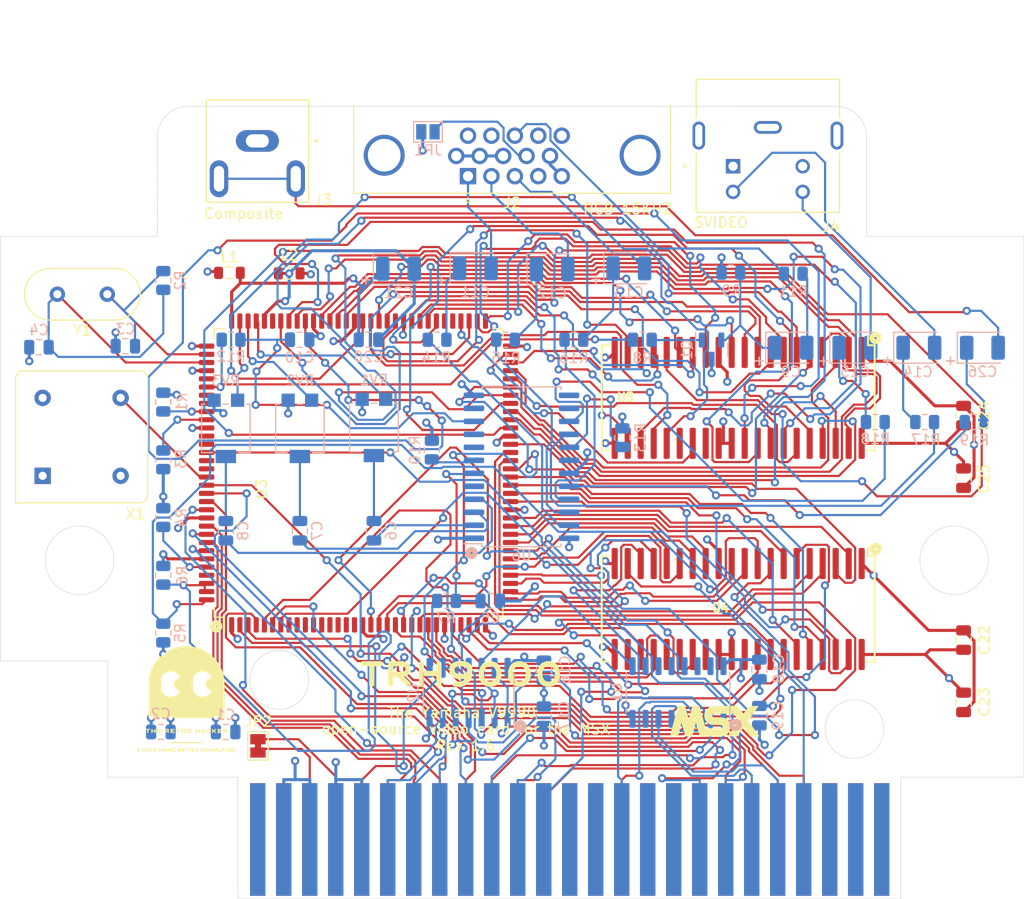
<source format=kicad_pcb>
(kicad_pcb (version 20221018) (generator pcbnew)
  (title_block (date "2024-02-22") (rev "1.6") (company "The Retro Hacker") (comment 2 "Shared under CERN-OHL-S license") (comment 3 "TRH9000 - Open Source MSX Graphics Card based on the Yamaha V9990") (comment 4 "Designed  by: Cristiano Goncalves"))
  (layers (0 "F.Cu" signal) (1 "In1.Cu" power) (2 "In2.Cu" power) (31 "B.Cu" signal) (34 "B.Paste" user) (35 "F.Paste" user) (36 "B.SilkS" user "B.Silkscreen") (37 "F.SilkS" user "F.Silkscreen") (38 "B.Mask" user) (39 "F.Mask" user) (44 "Edge.Cuts" user))
  (net 0 "")
  (net 1 "GND")
  (net 2 "+5VA")
  (net 3 "GNDA")
  (net 4 "+5V")
  (net 5 "/VIDEO/ROUT")
  (net 6 "Net-(C13-Pad1)")
  (net 7 "/VIDEO/GOUT")
  (net 8 "/VIDEO/BOUT")
  (net 9 "/~{CS1}")
  (net 10 "/~{CS12}")
  (net 12 "/~{WAIT}")
  (net 13 "/~{M1}")
  (net 14 "/~{RESET}")
  (net 15 "/A9")
  (net 16 "/A11")
  (net 17 "/A7")
  (net 18 "/A12")
  (net 19 "/A14")
  (net 20 "/A1")
  (net 21 "/A3")
  (net 22 "/A5")
  (net 23 "/D1")
  (net 24 "/D3")
  (net 25 "/D5")
  (net 26 "/D7")
  (net 27 "/SW2")
  (net 28 "/SW1")
  (net 29 "/D6")
  (net 30 "/D4")
  (net 31 "/D2")
  (net 32 "/D0")
  (net 33 "/A4")
  (net 34 "/A2")
  (net 35 "/A0")
  (net 36 "/A13")
  (net 37 "/A8")
  (net 38 "/A6")
  (net 39 "/A10")
  (net 40 "/A15")
  (net 41 "/~{IORQ}")
  (net 42 "/~{WR}")
  (net 44 "/~{RD}")
  (net 47 "/VDP/~{CSYNC}")
  (net 48 "/VDP/R")
  (net 49 "/VDP/G")
  (net 50 "/VDP/B")
  (net 51 "/VDP/~{VDPW}")
  (net 52 "/VDP/~{VDPR}")
  (net 55 "Net-(U6-SCIN)")
  (net 56 "Net-(U6-RIN)")
  (net 57 "Net-(U6-GIN)")
  (net 58 "Net-(U6-BIN)")
  (net 59 "Net-(Q1-E)")
  (net 60 "/VDP/V0A8")
  (net 61 "/VDP/V0A7")
  (net 62 "/VDP/V0A6")
  (net 63 "/VDP/V0A5")
  (net 64 "/VDP/V0A4")
  (net 65 "/VDP/V0A3")
  (net 66 "/VDP/V0A2")
  (net 67 "/VDP/V0A1")
  (net 68 "/VDP/V0A0")
  (net 69 "/VDP/V0D7")
  (net 70 "/VDP/V0D6")
  (net 71 "/VDP/V0D5")
  (net 72 "/VDP/V0D4")
  (net 73 "/VDP/V0D3")
  (net 74 "/VDP/V0D2")
  (net 75 "/VDP/V0D1")
  (net 76 "/VDP/V0D0")
  (net 77 "Net-(U6-SYNCIN)")
  (net 78 "/VDP/V0S7")
  (net 79 "/VDP/V0S6")
  (net 80 "/VDP/V0S5")
  (net 81 "/VDP/V0S4")
  (net 82 "/VDP/V0S3")
  (net 83 "/VDP/V0S2")
  (net 84 "/VDP/V0S1")
  (net 85 "/VDP/V0S0")
  (net 86 "/VDP/V1S7")
  (net 87 "/VDP/V1S6")
  (net 88 "/VDP/V1S5")
  (net 89 "/VDP/V1S4")
  (net 90 "/VDP/V1S3")
  (net 91 "/VDP/V1S2")
  (net 92 "/VDP/V1S1")
  (net 93 "/VDP/V1S0")
  (net 94 "Net-(J2-P9)")
  (net 95 "Net-(C11-Pad1)")
  (net 96 "/VDP/V1A8")
  (net 97 "/VDP/V1A7")
  (net 98 "/VDP/V1A6")
  (net 99 "/VDP/V1A5")
  (net 100 "/VDP/V1A4")
  (net 101 "/VDP/V1A3")
  (net 102 "/VDP/V1A2")
  (net 103 "/VDP/V1A1")
  (net 104 "/VDP/V1A0")
  (net 105 "/VDP/V1D0")
  (net 106 "/VDP/V1D1")
  (net 107 "/VDP/V1D2")
  (net 108 "/VDP/V1D3")
  (net 109 "/VDP/V1D4")
  (net 110 "/VDP/V1D5")
  (net 111 "/VDP/V1D6")
  (net 112 "/VDP/V1D7")
  (net 117 "Net-(Q1-B)")
  (net 118 "Net-(U6-NPIN)")
  (net 119 "Net-(U6-YTRAP)")
  (net 120 "Net-(U6-ROUT)")
  (net 121 "Net-(U6-GOUT)")
  (net 122 "Net-(U6-BOUT)")
  (net 123 "Net-(U6-YOUT)")
  (net 124 "Net-(U6-COUT)")
  (net 126 "Net-(U1A-~{Y6})")
  (net 135 "/~{BUSDIR}")
  (net 136 "/~{CS2}")
  (net 137 "/~{SLTSL}")
  (net 138 "/~{RFSH}")
  (net 139 "/~{INT}")
  (net 140 "/VDP/X1")
  (net 141 "/VDP/X2")
  (net 142 "/VDP/VMREQ")
  (net 143 "/VDP/HRESET")
  (net 144 "/VDP/VRESET")
  (net 145 "/VDP/MCKIN")
  (net 146 "/SYS_CLK")
  (net 148 "Net-(C6-Pad2)")
  (net 150 "Net-(C7-Pad2)")
  (net 152 "Net-(C8-Pad2)")
  (net 155 "/VIDEO/CSYNCO")
  (net 158 "/VDP/~{V0_RAS}")
  (net 159 "/VDP/~{V0_CAS}")
  (net 160 "/VDP/~{V0_WE}")
  (net 161 "/VDP/~{V0_TR}")
  (net 162 "/VDP/~{V0_SC}")
  (net 163 "/VDP/~{VO_SOE}")
  (net 164 "/VDP/~{V1_RAS}")
  (net 165 "/VDP/~{V1_CAS}")
  (net 166 "/VDP/~{V1_WE}")
  (net 167 "/VDP/~{V1_TR}")
  (net 168 "/VDP/~{V1_SC}")
  (net 169 "/VDP/~{V1_SOE}")
  (net 177 "Net-(C12-Pad1)")
  (net 178 "Net-(C14-Pad1)")
  (net 180 "Net-(C9-Pad2)")
  (net 182 "/VIDEO/YOUT")
  (net 183 "Net-(C15-Pad1)")
  (net 184 "/VIDEO/COUT")
  (net 191 "/VIDEO/SCIN")
  (net 201 "Net-(C26-Pad1)")
  (net 202 "/VIDEO/CVOUT")
  (net 203 "Net-(U6-CVOUT)")
  (footprint "Inductor_SMD:L_0805_2012Metric" (layer "F.Cu") (at 129.65 72.31 180)
    (fp_text reference "L2")
    (fp_text value "4.7uH")
  )
  (footprint "Capacitor_SMD:C_0805_2012Metric" (layer "F.Cu") (at 195.54 92.33 -90)
    (fp_text reference "C25")
    (fp_text value "10nF")
  )
  (footprint "trh9000:TRH" (layer "F.Cu") (at 119.65 113.87)
    (fp_text reference "TRH1")
    (fp_text value "LOGO" hide)
  )
  (footprint "Connector_Dsub:DSUB-15-HD_Female_Horizontal_P2.29x1.98mm_EdgePinOffset3.03mm_Housed_MountingHolesOffset4.94mm" (layer "F.Cu") (at 147.12 62.8103 180)
    (fp_text reference "J2")
    (fp_text value "RGB")
  )
  (footprint "Footprints:CUI_MD-40SM" (layer "F.Cu") (at 176.42 58.04 180)
    (fp_text reference "J4")
    (fp_text value "SVIDEO")
  )
  (footprint "trh9000:SOJ-40_400mil" (layer "F.Cu") (at 173.52 84.48 -90)
    (fp_text reference "U5")
    (fp_text value "KM428C256")
  )
  (footprint "Oscillator:Oscillator_DIP-8" (layer "F.Cu") (at 105.56 92.1)
    (fp_text reference "X1")
    (fp_text value "14.31818MHz ")
  )
  (footprint "Inductor_SMD:L_0805_2012Metric" (layer "F.Cu") (at 123.81 72.26)
    (fp_text reference "L1")
    (fp_text value "4.7uH")
  )
  (footprint "LOGO" (layer "F.Cu") (at 171.200693 116.099514)
    (fp_text reference "MSX1" hide)
    (fp_text value "LOGO" hide)
  )
  (footprint "trh9000:LQFP-128_28x28mm_P0.8mm" (layer "F.Cu") (at 136.43 91.82 90)
    (fp_text reference "U3")
    (fp_text value "V9990")
  )
  (footprint "trh9000:msx_cartridge" (layer "F.Cu") (at 157.06 127.78)
    (fp_text reference "BUS1" hide)
    (fp_text value "MSX_SLOT_EDGE-CON" hide)
  )
  (footprint "Footprints:SWITCHCRAFT_PJRAN1X1U02AUX" (layer "F.Cu") (at 126.5425 59.36 180)
    (fp_text reference "J3")
    (fp_text value "Composite")
  )
  (footprint "Crystal:Crystal_HC49-U_Vertical" (layer "F.Cu") (at 111.88 74.35 180)
    (fp_text reference "Y1")
    (fp_text value "21.47727Mhz")
  )
  (footprint "trh9000:SOJ-40_400mil" (layer "F.Cu") (at 173.52 105.12 -90)
    (fp_text reference "U4")
    (fp_text value "KM428C256")
  )
  (footprint "Capacitor_SMD:C_0805_2012Metric" (layer "F.Cu") (at 195.54 114.25 -90)
    (fp_text reference "C23")
    (fp_text value "10nF")
  )
  (footprint "Jumper:SolderJumper-2_P1.3mm_Bridged_Pad1.0x1.5mm" (layer "F.Cu") (at 126.6 118.5 90)
    (fp_text reference "JP2")
    (fp_text value "Jumper_2_Bridged" hide)
  )
  (footprint "Capacitor_SMD:C_0805_2012Metric" (layer "F.Cu") (at 195.54 86.21 -90)
    (fp_text reference "C24")
    (fp_text value "0.1uF")
  )
  (footprint "Capacitor_SMD:C_0805_2012Metric" (layer "F.Cu") (at 195.54 108.16 -90)
    (fp_text reference "C22")
    (fp_text value "0.1uF")
  )
  (footprint "Jumper:SolderJumper-2_P1.3mm_Open_Pad1.0x1.5mm" (layer "B.Cu") (at 143.2052 58.4708)
    (fp_text reference "JP1")
    (fp_text value "Jumper_2_Open")
  )
  (footprint "Resistor_SMD:R_0805_2012Metric" (layer "B.Cu") (at 117.348 73.0015 90)
    (fp_text reference "R2")
    (fp_text value "10M")
  )
  (footprint "Capacitor_Tantalum_SMD:CP_EIA-3528-15_AVX-H" (layer "B.Cu") (at 155.3375 71.91)
    (fp_text reference "C12")
    (fp_text value "220uF")
  )
  (footprint "Resistor_SMD:R_0805_2012Metric" (layer "B.Cu") (at 150.7833 78.7975 180)
    (fp_text reference "R15")
    (fp_text value "75R")
  )
  (footprint "Capacitor_SMD:C_0805_2012Metric" (layer "B.Cu") (at 130.695 97.47 90)
    (fp_text reference "C7")
    (fp_text value "100nF")
  )
  (footprint "Capacitor_SMD:C_0805_2012Metric" (layer "B.Cu") (at 117.1119 117.14)
    (fp_text reference "C2")
    (fp_text value "10uF")
  )
  (footprint "Capacitor_Tantalum_SMD:CP_EIA-3528-15_AVX-H" (layer "B.Cu") (at 147.835 71.82)
    (fp_text reference "C11")
    (fp_text value "220uF")
  )
  (footprint "Resistor_SMD:R_0805_2012Metric" (layer "B.Cu") (at 162.2 88.37 -90)
    (fp_text reference "R13")
    (fp_text value "3K3")
  )
  (footprint "Capacitor_SMD:C_0805_2012Metric" (layer "B.Cu") (at 175.59 115.55 -90)
    (fp_text reference "C19")
    (fp_text value "0.1uF")
  )
  (footprint "Resistor_SMD:R_0805_2012Metric" (layer "B.Cu") (at 164.15 78.7975 180)
    (fp_text reference "R8")
    (fp_text value "1K")
  )
  (footprint "Capacitor_Tantalum_SMD:CP_EIA-3528-15_AVX-H" (layer "B.Cu") (at 197.3834 79.5782)
    (fp_text reference "C26")
    (fp_text value "220uF")
  )
  (footprint "Capacitor_Tantalum_SMD:CP_EIA-3528-15_AVX-H" (layer "B.Cu") (at 140.3325 71.86)
    (fp_text reference "C21")
    (fp_text value "47uF")
  )
  (footprint "Resistor_SMD:R_0805_2012Metric" (layer "B.Cu") (at 178.9 72.34)
    (fp_text reference "R11")
    (fp_text value "220R")
  )
  (footprint "Capacitor_SMD:C_0805_2012Metric" (layer "B.Cu") (at 105.2 79.53 180)
    (fp_text reference "C4")
    (fp_text value "27pF")
  )
  (footprint "Potentiometer_SMD:Potentiometer_Bourns_3314G_Vertical" (layer "B.Cu") (at 130.695 87.46 180)
    (fp_text reference "RV2")
    (fp_text value "500R")
  )
  (footprint "Capacitor_SMD:C_0805_2012Metric" (layer "B.Cu") (at 137.3967 78.7975)
    (fp_text reference "C20")
    (fp_text value "100nF")
  )
  (footprint "Package_SO:SO-16_3.9x9.9mm_P1.27mm" (layer "B.Cu") (at 167.64 113.284 90)
    (fp_text reference "U1")
    (fp_text value "74HC138")
  )
  (footprint "Resistor_SMD:R_0805_2012Metric" (layer "B.Cu") (at 143.59 89.58 -90)
    (fp_text reference "R10")
    (fp_text value "4K7")
  )
  (footprint "Package_TO_SOT_SMD:SOT-23" (layer "B.Cu") (at 170.92 79.7675 -90)
    (fp_text reference "Q1")
    (fp_text value "BC817")
  )
  (footprint "Capacitor_SMD:C_0805_2012Metric" (layer "B.Cu") (at 154.54 115.59 90)
    (fp_text reference "C17")
    (fp_text value "0.1uF")
  )
  (footprint "Resistor_SMD:R_0805_2012Metric" (layer "B.Cu") (at 172.8075 72.25 180)
    (fp_text reference "R9")
    (fp_text value "100R")
  )
  (footprint "Capacitor_SMD:C_0805_2012Metric" (layer "B.Cu") (at 123.46 97.47 90)
    (fp_text reference "C8")
    (fp_text value "100nF")
  )
  (footprint "Capacitor_Tantalum_SMD:CP_EIA-3528-15_AVX-H" (layer "B.Cu") (at 178.6755 79.5782)
    (fp_text reference "C9")
    (fp_text value "220uF")
  )
  (footprint "Capacitor_Tantalum_SMD:CP_EIA-3528-15_AVX-H" (layer "B.Cu") (at 191.177432 79.5782)
    (fp_text reference "C14")
    (fp_text value "220uF")
  )
  (footprint "Resistor_SMD:R_0805_2012Metric" (layer "B.Cu") (at 191.7453 86.8426)
    (fp_text reference "R17")
    (fp_text value "75R")
  )
  (footprint "Capacitor_SMD:C_0805_2012Metric" (layer "B.Cu") (at 175.59 111.02 -90)
    (fp_text reference "C18")
    (fp_text value "1uF")
  )
  (footprint "Resistor_SMD:R_0805_2012Metric" (layer "B.Cu") (at 196.5706 86.8426 180)
    (fp_text reference "R19")
    (fp_text value "75R" hide)
  )
  (footprint "Capacitor_SMD:C_0805_2012Metric" (layer "B.Cu") (at 149.3 104.33)
    (fp_text reference "C5")
    (fp_text value "47pF")
  )
  (footprint "Potentiometer_SMD:Potentiometer_Bourns_3314G_Vertical" (layer "B.Cu") (at 123.46 87.46 180)
    (fp_text reference "RV3")
    (fp_text value "500R")
  )
  (footprint "Capacitor_Tantalum_SMD:CP_EIA-3528-15_AVX-H" (layer "B.Cu") (at 162.84 71.82)
    (fp_text reference "C13")
    (fp_text value "220uF")
  )
  (footprint "Capacitor_SMD:C_0805_2012Metric" (layer "B.Cu") (at 113.64 79.43 180)
    (fp_text reference "C3")
    (fp_text value "27pF")
  )
  (footprint "Capacitor_SMD:C_0805_2012Metric" (layer "B.Cu") (at 130.6733 78.7975)
    (fp_text reference "C10")
    (fp_text value "47pF")
  )
  (footprint "Resistor_SMD:R_0805_2012Metric" (layer "B.Cu") (at 144.1 78.7975 180)
    (fp_text reference "R14")
    (fp_text value "75R")
  )
  (footprint "Capacitor_Tantalum_SMD:CP_EIA-3528-15_AVX-H" (layer "B.Cu") (at 184.926466 79.5782)
    (fp_text reference "C15")
    (fp_text value "220uF")
  )
  (footprint "Capacitor_SMD:C_0805_2012Metric" (layer "B.Cu") (at 137.93 97.47 90)
    (fp_text reference "C6")
    (fp_text value "100nF")
  )
  (footprint "Resistor_SMD:R_0805_2012Metric" (layer "B.Cu") (at 117.348 107.47 90)
    (fp_text reference "R5")
    (fp_text value "4K7")
  )
  (footprint "Resistor_SMD:R_0805_2012Metric" (layer "B.Cu") (at 123.97 78.7975)
    (fp_text reference "R12")
    (fp_text value "2K2")
  )
  (footprint "Resistor_SMD:R_0805_2012Metric" (layer "B.Cu") (at 157.4667 78.7975 180)
    (fp_text reference "R16")
    (fp_text value "75R")
  )
  (footprint "Resistor_SMD:R_0805_2012Metric" (layer "B.Cu") (at 117.348 101.825 -90)
    (fp_text reference "R6")
    (fp_text value "4K7")
  )
  (footprint "Capacitor_SMD:C_0805_2012Metric" (layer "B.Cu") (at 154.54 111.11 -90)
    (fp_text reference "C16")
    (fp_text value "1uF")
  )
  (footprint "Potentiometer_SMD:Potentiometer_Bourns_3314G_Vertical" (layer "B.Cu") (at 137.93 87.37 180)
    (fp_text reference "RV1")
    (fp_text value "500R")
  )
  (footprint "Resistor_SMD:R_0805_2012Metric" (layer "B.Cu") (at 145.02 104.33 180)
    (fp_text reference "R7")
    (fp_text value "2K2")
  )
  (footprint "Resistor_SMD:R_0805_2012Metric" (layer "B.Cu") (at 117.348 90.535 -90)
    (fp_text reference "R3")
    (fp_text value "4K7")
  )
  (footprint "Capacitor_SMD:C_0805_2012Metric" (layer "B.Cu") (at 123.44 117.14 180)
    (fp_text reference "C1")
    (fp_text value "0.1uF")
  )
  (footprint "Resistor_SMD:R_0805_2012Metric" (layer "B.Cu") (at 186.92 86.8426)
    (fp_text reference "R18")
    (fp_text value "75R")
  )
  (footprint "Package_SO:SO-14_3.9x8.65mm_P1.27mm" (layer "B.Cu") (at 147.18 113.344 90)
    (fp_text reference "U2")
    (fp_text value "74HC32")
  )
  (footprint "Resistor_SMD:R_0805_2012Metric" (layer "B.Cu") (at 117.348 96.18 -90)
    (fp_text reference "R4")
    (fp_text value "4K7")
  )
  (footprint "Resistor_SMD:R_0805_2012Metric" (layer "B.Cu") (at 117.348 84.89 -90)
    (fp_text reference "R1")
    (fp_text value "4K7")
  )
  (footprint "Package_SO:SOP-24_7.5x15.4mm_P1.27mm" (layer "B.Cu") (at 152.35 91.22)
    (fp_text reference "U6")
    (fp_text value "CXA2075M")
  )
  (gr_circle (center 152.21 116.56) (end 152.11 116.56) (stroke (width 0.5)) (fill none) (layer "B.SilkS"))
  (gr_circle (center 173.27 116.44) (end 173.17 116.44) (stroke (width 0.5)) (fill none) (layer "B.SilkS"))
  (gr_circle (center 147.47 99.65) (end 147.37 99.65) (stroke (width 0.5)) (fill none) (layer "B.SilkS"))
  (gr_circle (center 186.96 99.26) (end 187.06 99.26) (stroke (width 0.5)) (fill none) (layer "F.SilkS"))
  (gr_circle (center 122.51 106.82) (end 122.61 106.82) (stroke (width 0.5)) (fill none) (layer "F.SilkS"))
  (gr_circle (center 186.94 78.63) (end 187.04 78.63) (stroke (width 0.5)) (fill none) (layer "F.SilkS"))
  (gr_line (start 101.4244 110.209) (end 101.42 68.69) (stroke (width 0.05)) (layer "Edge.Cuts"))
  (gr_line (start 201.43 68.69) (end 201.43 121.56) (stroke (width 0.05)) (layer "Edge.Cuts"))
  (gr_line (start 124.64 133.47) (end 124.63 121.56) (stroke (width 0.05)) (layer "Edge.Cuts"))
  (gr_line (start 111.93 121.56) (end 111.93 110.209) (stroke (width 0.05)) (layer "Edge.Cuts"))
  (gr_line (start 189.41 121.56) (end 189.41 133.47) (stroke (width 0.05)) (layer "Edge.Cuts"))
  (gr_line (start 189.41 133.47) (end 124.64 133.47) (stroke (width 0.05)) (layer "Edge.Cuts"))
  (gr_line (start 111.93 110.209) (end 101.4244 110.209) (stroke (width 0.05)) (layer "Edge.Cuts"))
  (gr_line (start 116.758139 59.02693) (end 116.76 68.69) (stroke (width 0.05)) (layer "Edge.Cuts"))
  (gr_line (start 186.08 59.01) (end 186.08 68.69) (stroke (width 0.05)) (layer "Edge.Cuts"))
  (gr_circle (center 194.620716 100.36) (end 197.97 100.36) (stroke (width 0.05)) (fill none) (layer "Edge.Cuts"))
  (gr_line (start 124.63 121.56) (end 111.93 121.56) (stroke (width 0.05)) (layer "Edge.Cuts"))
  (gr_line (start 201.43 121.56) (end 189.41 121.56) (stroke (width 0.05)) (layer "Edge.Cuts"))
  (gr_arc (start 116.758139 59.02693) (mid 117.649203 56.871704) (end 119.8 55.97) (stroke (width 0.05)) (layer "Edge.Cuts"))
  (gr_arc (start 183.02307 55.968139) (mid 185.178296 56.859203) (end 186.08 59.01) (stroke (width 0.05)) (layer "Edge.Cuts"))
  (gr_circle (center 109.16 100.36) (end 112.509284 100.36) (stroke (width 0.05)) (fill none) (layer "Edge.Cuts"))
  (gr_circle (center 128.68 112.06) (end 130.53 114.26) (stroke (width 0.05)) (fill none) (layer "Edge.Cuts"))
  (gr_line (start 119.8 55.97) (end 183.02307 55.968139) (stroke (width 0.05)) (layer "Edge.Cuts"))
  (gr_line (start 201.43 68.69) (end 186.08 68.69) (stroke (width 0.05)) (layer "Edge.Cuts"))
  (gr_circle (center 184.88 116.86) (end 187.33 118.36) (stroke (width 0.05)) (fill none) (layer "Edge.Cuts"))
  (gr_line (start 101.42 68.69) (end 116.76 68.69) (stroke (width 0.05)) (layer "Edge.Cuts"))
  (gr_text "+" (at 175.5648 80.7974) (layer "B.SilkS") (effects (font (size 1 1)) (justify mirror)))
  (gr_text "+" (at 144.53 72.87) (layer "B.SilkS") (effects (font (size 1 1)) (justify mirror)))
  (gr_text "+" (at 188.1124 80.7974) (layer "B.SilkS") (effects (font (size 1 1)) (justify mirror)))
  (gr_text "+" (at 152.13 72.88) (layer "B.SilkS") (effects (font (size 1 1)) (justify mirror)))
  (gr_text "+" (at 194.2592 80.7974) (layer "B.SilkS") (effects (font (size 1 1)) (justify mirror)))
  (gr_text "+" (at 137.14 72.87) (layer "B.SilkS") (effects (font (size 1 1)) (justify mirror)))
  (gr_text "+" (at 159.62 72.84) (layer "B.SilkS") (effects (font (size 1 1)) (justify mirror)))
  (gr_text "+" (at 181.864 80.7974) (layer "B.SilkS") (effects (font (size 1 1)) (justify mirror)))
  (gr_text "TRH9000" (at 146.5 111.57) (layer "F.SilkS") (effects (font (size 2 3) (thickness 0.5))))
  (gr_text "RGB 15KHZ" (at 162.7124 66.0146) (layer "F.SilkS") (effects (font (size 1 1))))
  (gr_text "The Yamaha V9990 \nopen-source video card for the MSX\nRev 1.6" (at 146.9 116.86) (layer "F.SilkS") (effects (font (size 1 1))))
  (segment (start 171.615 88.925) (end 172.0648 88.925) (width 0.3) (layer "F.Cu") (net 1))
  (segment (start 138.5861 107.7734) (end 137.2552 107.7734) (width 0.3) (layer "F.Cu") (net 1))
  (segment (start 136.83 107.3482) (end 136.83 106.67) (width 0.3) (layer "F.Cu") (net 1))
  (segment (start 172.0648 88.925) (end 172.885 88.925) (width 0.3) (layer "F.Cu") (net 1))
  (segment (start 140.83 78.2631) (end 140.766 78.3271) (width 0.3) (layer "F.Cu") (net 1))
  (segment (start 138.864 108.0513) (end 138.5861 107.7734) (width 0.3) (layer "F.Cu") (net 1))
  (segment (start 119.7874 96.22) (end 121.58 96.22) (width 0.3) (layer "F.Cu") (net 1))
  (segment (start 160.7196 108.8296) (end 160.3103 108.8296) (width 0.3) (layer "F.Cu") (net 1))
  (segment (start 195.54 109.11) (end 192.26 109.11) (width 0.3) (layer "F.Cu") (net 1))
  (segment (start 151.28 79.42) (end 152.7849 79.42) (width 0.3) (layer "F.Cu") (net 1))
  (segment (start 132.7256 78.4502) (end 132.03 77.7546) (width 0.3) (layer "F.Cu") (net 1))
  (segment (start 161.4423 88.9123) (end 161.455 88.925) (width 0.3) (layer "F.Cu") (net 1))
  (segment (start 131.6724 72.31) (end 131.7574 72.395) (width 0.3) (layer "F.Cu") (net 1))
  (segment (start 194.1166 111.8765) (end 195.54 113.3) (width 0.3) (layer "F.Cu") (net 1))
  (segment (start 172.07 88.9198) (end 172.0648 88.925) (width 0.3) (layer "F.Cu") (net 1))
  (segment (start 172.885 109.565) (end 171.615 109.565) (width 0.3) (layer "F.Cu") (net 1))
  (segment (start 124.03 107.4636) (end 124.6092 108.0428) (width 0.3) (layer "F.Cu") (net 1))
  (segment (start 148.83 106.67) (end 148.83 107.0171) (width 0.3) (layer "F.Cu") (net 1))
  (segment (start 151.287 95.427) (end 152.6428 95.427) (width 0.3) (layer "F.Cu") (net 1))
  (segment (start 172.885 109.565) (end 172.885 107.4256) (width 0.3) (layer "F.Cu") (net 1))
  (segment (start 160.5522 88.9123) (end 161.4423 88.9123) (width 0.3) (layer "F.Cu") (net 1))
  (segment (start 171.615 80.035) (end 171.615 81.145) (width 0.21) (layer "F.Cu") (net 1))
  (segment (start 170.48 98.32) (end 171.615 99.455) (width 0.3) (layer "F.Cu") (net 1))
  (segment (start 140.83 76.97) (end 140.83 78.2631) (width 0.3) (layer "F.Cu") (net 1))
  (segment (start 151.28 95.42) (end 151.287 95.427) (width 0.3) (layer "F.Cu") (net 1))
  (segment (start 124.03 106.67) (end 124.03 107.4636) (width 0.3) (layer "F.Cu") (net 1))
  (segment (start 118.8007 97.2067) (end 119.7874 96.22) (width 0.3) (layer "F.Cu") (net 1))
  (segment (start 172.0648 86.7866) (end 172.07 86.7918) (width 0.3) (layer "F.Cu") (net 1))
  (segment (start 171.615 99.455) (end 171.615 100.675) (width 0.3) (layer "F.Cu") (net 1))
  (segment (start 130.7125 72.31) (end 131.6724 72.31) (width 0.3) (layer "F.Cu") (net 1))
  (segment (start 195.54 90.69) (end 194.6086 89.7585) (width 0.3) (layer "F.Cu") (net 1))
  (segment (start 120.1937 81.82) (end 121.58 81.82) (width 0.3) (layer "F.Cu") (net 1))
  (segment (start 172.07 86.7918) (end 172.07 88.9198) (width 0.3) (layer "F.Cu") (net 1))
  (segment (start 185.585 88.925) (end 193.775 88.925) (width 0.3) (layer "F.Cu") (net 1))
  (segment (start 193.775 88.925) (end 195.54 87.16) (width 0.3) (layer "F.Cu") (net 1))
  (segment (start 152.7849 79.42) (end 152.8846 79.5197) (width 0.3) (layer "F.Cu") (net 1))
  (segment (start 171.615 81.145) (end 172.45 81.98) (width 0.3) (layer "F.Cu") (net 1))
  (segment (start 137.2552 107.7734) (end 136.83 107.3482) (width 0.3) (layer "F.Cu") (net 1))
  (segment (start 172.45 81.98) (end 172.45 82.9) (width 0.3) (layer "F.Cu") (net 1))
  (segment (start 121.58 87.42) (end 120.1922 87.42) (width 0.3) (layer "F.Cu") (net 1))
  (segment (start 191.805 109.565) (end 194.1166 111.8765) (width 0.3) (layer "F.Cu") (net 1))
  (segment (start 195.54 91.38) (end 195.54 90.69) (width 0.3) (layer "F.Cu") (net 1))
  (segment (start 194.6086 89.7585) (end 193.775 88.925) (width 0.3) (layer "F.Cu") (net 1))
  (segment (start 161.455 109.565) (end 160.7196 108.8296) (width 0.3) (layer "F.Cu") (net 1))
  (segment (start 185.585 109.565) (end 191.805 109.565) (width 0.3) (layer "F.Cu") (net 1))
  (segment (start 192.26 109.11) (end 191.805 109.565) (width 0.3) (layer "F.Cu") (net 1))
  (segment (start 148.83 107.0171) (end 149.5555 107.7426) (width 0.3) (layer "F.Cu") (net 1))
  (segment (start 132.03 77.7546) (end 132.03 76.97) (width 0.3) (layer "F.Cu") (net 1))
  (via (at 172.0648 86.7866) (size 0.8) (drill 0.4) (layers "F.Cu" "B.Cu") (net 1))
  (via (at 124.6092 108.0428) (size 0.8) (drill 0.4) (layers "F.Cu" "B.Cu") (net 1))
  (via (at 129.545 86.003) (size 0.8) (drill 0.4) (layers "F.Cu" "B.Cu") (net 1))
  (via (at 120.1937 81.82) (size 0.8) (drill 0.4) (layers "F.Cu" "B.Cu") (net 1))
  (via (at 131.7574 72.395) (size 0.8) (drill 0.4) (layers "F.Cu" "B.Cu") (net 1))
  (via (at 120.1922 87.42) (size 0.8) (drill 0.4) (layers "F.Cu" "B.Cu") (net 1))
  (via (at 162.5129 114.5365) (size 0.8) (drill 0.4) (layers "F.Cu" "B.Cu") (net 1))
  (via (at 132.7256 78.4502) (size 0.8) (drill 0.4) (layers "F.Cu" "B.Cu") (net 1))
  (via (at 194.6086 89.7585) (size 0.8) (drill 0.4) (layers "F.Cu" "B.Cu") (net 1))
  (via (at 143.006 117.7763) (size 0.8) (drill 0.4) (layers "F.Cu" "B.Cu") (net 1))
  (via (at 172.885 107.4256) (size 0.8) (drill 0.4) (layers "F.Cu" "B.Cu") (net 1))
  (via (at 153.6554 102.9025) (size 0.8) (drill 0.4) (layers "F.Cu" "B.Cu") (net 1))
  (via (at 122.49 115.7661) (size 0.8) (drill 0.4) (layers "F.Cu" "B.Cu") (net 1))
  (via (at 176.1054 118.4028) (size 0.8) (drill 0.4) (layers "F.Cu" "B.Cu") (net 1))
  (via (at 170.48 98.32) (size 0.8) (drill 0.4) (layers "F.Cu" "B.Cu") (net 1))
  (via (at 134.2 120.0909) (size 0.8) (drill 0.4) (layers "F.Cu" "B.Cu") (net 1))
  (via (at 175.59 113.1289) (size 0.8) (drill 0.4) (layers "F.Cu" "B.Cu") (net 1))
  (via (at 138.864 108.0513) (size 0.8) (drill 0.4) (layers "F.Cu" "B.Cu") (net 1))
  (via (at 112.69 78.0834) (size 0.8) (drill 0.4) (layers "F.Cu" "B.Cu") (net 1))
  (via (at 194.1166 111.8765) (size 0.8) (drill 0.4) (layers "F.Cu" "B.Cu") (net 1))
  (via (at 154.54 113.35) (size 0.8) (drill 0.4) (layers "F.Cu" "B.Cu") (net 1))
  (via (at 144.19 98.34) (size 0.8) (drill 0.4) (layers "F.Cu" "B.Cu") (net 1))
  (via (at 152.8846 79.5197) (size 0.8) (drill 0.4) (layers "F.Cu" "B.Cu") (net 1))
  (via (at 140.766 78.3271) (size 0.8) (drill 0.4) (layers "F.Cu" "B.Cu") (net 1))
  (via (at 123.2197 85.9865) (size 0.8) (drill 0.4) (layers "F.Cu" "B.Cu") (net 1))
  (via (at 171.895 70.7556) (size 0.8) (drill 0.4) (layers "F.Cu" "B.Cu") (net 1))
  (via (at 160.5522 88.9123) (size 0.8) (drill 0.4) (layers "F.Cu" "B.Cu") (net 1))
  (via (at 160.3103 108.8296) (size 0.8) (drill 0.4) (layers "F.Cu" "B.Cu") (net 1))
  (via (at 136.78 85.8903) (size 0.8) (drill 0.4) (layers "F.Cu" "B.Cu") (net 1))
  (via (at 118.0619 115.8067) (size 0.8) (drill 0.4) (layers "F.Cu" "B.Cu") (net 1))
  (via (at 104.25 80.8909) (size 0.8) (drill 0.4) (layers "F.Cu" "B.Cu") (net 1))
  (via (at 152.6428 95.427) (size 0.8) (drill 0.4) (layers "F.Cu" "B.Cu") (net 1))
  (via (at 157 99.0835) (size 0.8) (drill 0.4) (layers "F.Cu" "B.Cu") (net 1))
  (via (at 172.45 82.9) (size 0.8) (drill 0.4) (layers "F.Cu" "B.Cu") (net 1))
  (via (at 149.5555 107.7426) (size 0.8) (drill 0.4) (layers "F.Cu" "B.Cu") (net 1))
  (via (at 118.8007 97.2067) (size 0.8) (drill 0.4) (layers "F.Cu" "B.Cu") (net 1))
  (segment (start 122.9435 85.7103) (end 122.31 85.7103) (width 0.3) (layer "B.Cu") (net 1))
  (segment (start 134.2 120.0909) (end 134.2 121.8027) (width 0.3) (layer "B.Cu") (net 1))
  (segment (start 153.6554 102.9025) (end 152.2279 104.33) (width 0.3) (layer "B.Cu") (net 1))
  (segment (start 145.975 60.8303) (end 148.265 60.8303) (width 0.3) (layer "B.Cu") (net 1))
  (segment (start 136.74 127.653) (end 136.74 121.8027) (width 0.3) (layer "B.Cu") (net 1))
  (segment (start 118.0619 117.14) (end 118.0619 115.8067) (width 0.3) (layer "B.Cu") (net 1))
  (segment (start 155.135 60.8303) (end 155.135 61.6653) (width 0.3) (layer "B.Cu") (net 1))
  (segment (start 152.2279 104.33) (end 150.25 104.33) (width 0.3) (layer "B.Cu") (net 1))
  (segment (start 155.135 61.6653) (end 156.28 62.8103) (width 0.3) (layer "B.Cu") (net 1))
  (segment (start 122.31 84.71) (end 122.31 85.7103) (width 0.3) (layer "B.Cu") (net 1))
  (segment (start 104.25 79.53) (end 104.25 80.8909) (width 0.3) (layer "B.Cu") (net 1))
  (segment (start 175.59 113.1289) (end 175.59 111.97) (width 0.3) (layer "B.Cu") (net 1))
  (segment (start 176.1054 118.4028) (end 175.59 117.8874) (width 0.3) (layer "B.Cu") (net 1))
  (segment (start 171.895 72.25) (end 171.895 70.7556) (width 0.3) (layer "B.Cu") (net 1))
  (segment (start 147.7 98.205) (end 144.325 98.205) (width 0.3) (layer "B.Cu") (net 1))
  (segment (start 123.2197 85.9865) (end 122.9435 85.7103) (width 0.3) (layer "B.Cu") (net 1))
  (segment (start 132.7256 78.4502) (end 131.9706 78.4502) (width 0.3) (layer "B.Cu") (net 1))
  (segment (start 136.74 121.8027) (end 134.2 121.8027) (width 0.3) (layer "B.Cu") (net 1))
  (segment (start 134.2 127.653) (end 134.2 121.8027) (width 0.3) (layer "B.Cu") (net 1))
  (segment (start 154.54 114.64) (end 154.54 113.35) (width 0.3) (layer "B.Cu") (net 1))
  (segment (start 175.59 117.8874) (end 175.59 116.5) (width 0.3) (layer "B.Cu") (net 1))
  (segment (start 136.78 84.62) (end 136.78 85.8903) (width 0.3) (layer "B.Cu") (net 1))
  (segment (start 143.37 115.819) (end 143.37 117.4123) (width 0.3) (layer "B.Cu") (net 1))
  (segment (start 144.325 98.205) (end 144.19 98.34) (width 0.3) (layer "B.Cu") (net 1))
  (segment (start 122.49 115.7661) (end 122.49 117.14) (width 0.3) (layer "B.Cu") (net 1))
  (segment (start 162.5129 115.1769) (end 162.5129 114.5365) (width 0.3) (layer "B.Cu") (net 1))
  (segment (start 154.54 113.35) (end 154.54 112.06) (width 0.3) (layer "B.Cu") (net 1))
  (segment (start 129.545 84.71) (end 129.545 86.003) (width 0.3) (layer "B.Cu") (net 1))
  (segment (start 131.9706 78.4502) (end 131.6233 78.7975) (width 0.3) (layer "B.Cu") (net 1))
  (segment (start 112.69 79.43) (end 112.69 78.0834) (width 0.3) (layer "B.Cu") (net 1))
  (segment (start 157 98.205) (end 157 99.0835) (width 0.3) (layer "B.Cu") (net 1))
  (segment (start 148.265 60.8303) (end 150.555 60.8303) (width 0.3) (layer "B.Cu") (net 1))
  (segment (start 163.195 115.859) (end 162.5129 115.1769) (width 0.3) (layer "B.Cu") (net 1))
  (segment (start 143.37 117.4123) (end 143.006 117.7763) (width 0.3) (layer "B.Cu") (net 1))
  (segment (start 124.03 76.97) (end 124.03 74.1133) (width 0.3) (layer "F.Cu") (net 2))
  (segment (start 135.4901 72.7943) (end 135.0136 73.2708) (width 0.3) (layer "F.Cu") (net 2))
  (segment (start 135.0136 73.2708) (end 124.8725 73.2708) (width 0.3) (layer "F.Cu") (net 2))
  (segment (start 124.03 74.1133) (end 124.8725 73.2708) (width 0.3) (layer "F.Cu") (net 2))
  (segment (start 124.8725 73.2708) (end 124.8725 72.26) (width 0.3) (layer "F.Cu") (net 2))
  (segment (start 135.9081 72.7943) (end 135.4901 72.7943) (width 0.3) (layer "F.Cu") (net 2))
  (via (at 135.9081 72.7943) (size 0.8) (drill 0.4) (layers "F.Cu" "B.Cu") (net 2))
  (segment (start 136.8844 73.7706) (end 135.9081 72.7943) (width 0.3) (layer "B.Cu") (net 2))
  (segment (start 136.4467 78.7975) (end 136.4467 74.2083) (width 0.3) (layer "B.Cu") (net 2))
  (segment (start 136.4467 74.2083) (end 136.8844 73.7706) (width 0.3) (layer "B.Cu") (net 2))
  (segment (start 136.8844 73.7706) (end 138.795 71.86) (width 0.3) (layer "B.Cu") (net 2))
  (segment (start 129.6397 72.31) (end 129.65 72.3203) (width 0.3) (layer "F.Cu") (net 3))
  (segment (start 127.23 76.3387) (end 127.23 76.97) (width 0.3) (layer "F.Cu") (net 3))
  (segment (start 129.2545 75.027) (end 128.5417 75.027) (width 0.3) (layer "F.Cu") (net 3))
  (segment (start 128.5875 72.31) (end 129.6397 72.31) (width 0.3) (layer "F.Cu") (net 3))
  (segment (start 128.5417 75.027) (end 127.23 76.3387) (width 0.3) (layer "F.Cu") (net 3))
  (via (at 129.65 72.3203) (size 0.8) (drill 0.4) (layers "F.Cu" "B.Cu") (net 3))
  (via (at 129.2545 75.027) (size 0.8) (drill 0.4) (layers "F.Cu" "B.Cu") (net 3))
  (segment (start 141.87 71.86) (end 141.87 75.2742) (width 0.3) (layer "B.Cu") (net 3))
  (segment (start 129.65 72.3203) (end 129.65 74.6315) (width 0.3) (layer "B.Cu") (net 3))
  (segment (start 131.8761 70.0942) (end 140.1042 70.0942) (width 0.3) (layer "B.Cu") (net 3))
  (segment (start 129.65 74.6315) (end 129.2545 75.027) (width 0.3) (layer "B.Cu") (net 3))
  (segment (start 140.1042 70.0942) (end 141.87 71.86) (width 0.3) (layer "B.Cu") (net 3))
  (segment (start 141.87 75.2742) (end 138.3467 78.7975) (width 0.3) (layer "B.Cu") (net 3))
  (segment (start 129.65 72.3203) (end 131.8761 70.0942) (width 0.3) (layer "B.Cu") (net 3))
  (segment (start 195.54 107.21) (end 192.12 107.21) (width 0.3) (layer "F.Cu") (net 4))
  (segment (start 160.7669 100.675) (end 160.525 100.4331) (width 0.3) (layer "F.Cu") (net 4))
  (segment (start 136.03 77.6492) (end 136.03 76.97) (width 0.3) (layer "F.Cu") (net 4))
  (segment (start 195.54 93.28) (end 196.565 92.2555) (width 0.3) (layer "F.Cu") (net 4))
  (segment (start 195.54 85.26) (end 192.7274 85.26) (width 0.3) (layer "F.Cu") (net 4))
  (segment (start 196.565 89.0566) (end 196.565 86.2845) (width 0.3) (layer "F.Cu") (net 4))
  (segment (start 122.6229 72.1354) (end 122.7475 72.26) (width 0.3) (layer "F.Cu") (net 4))
  (segment (start 196.565 114.175) (end 196.565 108.235) (width 0.3) (layer "F.Cu") (net 4))
  (segment (start 160.961 80.529) (end 161.455 80.035) (width 0.3) (layer "F.Cu") (net 4))
  (segment (start 117.348 99.7741) (end 117.7939 100.22) (width 0.3) (layer "F.Cu") (net 4))
  (segment (start 150.5607 88.22) (end 151.28 88.22) (width 0.3) (layer "F.Cu") (net 4))
  (segment (start 144.83 108.0459) (end 144.83 106.67) (width 0.3) (layer "F.Cu") (net 4))
  (segment (start 121.6702 72.1354) (end 122.6229 72.1354) (width 0.3) (layer "F.Cu") (net 4))
  (segment (start 133.9797 78.9353) (end 134.7439 78.9353) (width 0.3) (layer "F.Cu") (net 4))
  (segment (start 188.3664 80.899) (end 186.449 80.899) (width 0.3) (layer "F.Cu") (net 4))
  (segment (start 192.12 107.21) (end 186.7497 101.8396) (width 0.3) (layer "F.Cu") (net 4))
  (segment (start 160.5093 80.529) (end 160.961 80.529) (width 0.3) (layer "F.Cu") (net 4))
  (segment (start 186.7497 101.8396) (end 185.585 100.675) (width 0.3) (layer "F.Cu") (net 4))
  (segment (start 196.565 108.235) (end 195.54 107.21) (width 0.3) (layer "F.Cu") (net 4))
  (segment (start 120.1462 79.42) (end 121.58 79.42) (width 0.3) (layer "F.Cu") (net 4))
  (segment (start 134.7439 78.9353) (end 136.03 77.6492) (width 0.3) (layer "F.Cu") (net 4))
  (segment (start 192.7274 85.26) (end 188.3664 80.899) (width 0.3) (layer "F.Cu") (net 4))
  (segment (start 117.7939 100.22) (end 121.58 100.22) (width 0.3) (layer "F.Cu") (net 4))
  (segment (start 161.455 100.675) (end 160.7669 100.675) (width 0.3) (layer "F.Cu") (net 4))
  (segment (start 196.565 86.2845) (end 195.54 85.26) (width 0.3) (layer "F.Cu") (net 4))
  (segment (start 149.9249 88.8558) (end 150.5607 88.22) (width 0.3) (layer "F.Cu") (net 4))
  (segment (start 196.565 92.2555) (end 196.565 89.0566) (width 0.3) (layer "F.Cu") (net 4))
  (segment (start 186.449 80.899) (end 185.585 80.035) (width 0.3) (layer "F.Cu") (net 4))
  (segment (start 195.54 115.2) (end 196.565 114.175) (width 0.3) (layer "F.Cu") (net 4))
  (via (at 142.6972 60.2996) (size 0.8) (drill 0.4) (layers "F.Cu" "B.Cu") (net 4))
  (via (at 154.54 118.4677) (size 0.8) (drill 0.4) (layers "F.Cu" "B.Cu") (net 4))
  (via (at 149.9249 88.8558) (size 0.8) (drill 0.4) (layers "F.Cu" "B.Cu") (net 4))
  (via (at 117.348 94.1221) (size 0.8) (drill 0.4) (layers "F.Cu" "B.Cu") (net 4))
  (via (at 121.6702 72.1354) (size 0.8) (drill 0.4) (layers "F.Cu" "B.Cu") (net 4))
  (via (at 170.92 82.0734) (size 0.8) (drill 0.4) (layers "F.Cu" "B.Cu") (net 4))
  (via (at 176.9182 114.6) (size 0.8) (drill 0.4) (layers "F.Cu" "B.Cu") (net 4))
  (via (at 120.1462 79.42) (size 0.8) (drill 0.4) (layers "F.Cu" "B.Cu") (net 4))
  (via (at 186.7497 101.8396) (size 0.8) (drill 0.4) (layers "F.Cu" "B.Cu") (net 4))
  (via (at 144.83 108.0459) (size 0.8) (drill 0.4) (layers "F.Cu" "B.Cu") (net 4))
  (via (at 160.5093 80.529) (size 0.8) (drill 0.4) (layers "F.Cu" "B.Cu") (net 4))
  (via (at 117.348 99.7741) (size 0.8) (drill 0.4) (layers "F.Cu" "B.Cu") (net 4))
  (via (at 116.1619 115.7725) (size 0.8) (drill 0.4) (layers "F.Cu" "B.Cu") (net 4))
  (via (at 118.6495 84.177) (size 0.8) (drill 0.4) (layers "F.Cu" "B.Cu") (net 4))
  (via (at 152.62 109.778) (size 0.8) (drill 0.4) (layers "F.Cu" "B.Cu") (net 4))
  (via (at 160.525 100.4331) (size 0.8) (drill 0.4) (layers "F.Cu" "B.Cu") (net 4))
  (via (at 196.565 89.0566) (size 0.8) (drill 0.4) (layers "F.Cu" "B.Cu") (net 4))
  (via (at 162.2 86.3126) (size 0.8) (drill 0.4) (layers "F.Cu" "B.Cu") (net 4))
  (via (at 130.2273 119.9725) (size 0.8) (drill 0.4) (layers "F.Cu" "B.Cu") (net 4))
  (via (at 173.781 111.898) (size 0.8) (drill 0.4) (layers "F.Cu" "B.Cu") (net 4))
  (via (at 158.7696 89.8119) (size 0.8) (drill 0.4) (layers "F.Cu" "B.Cu") (net 4))
  (via (at 146.5101 83.1443) (size 0.8) (drill 0.4) (layers "F.Cu" "B.Cu") (net 4))
  (via (at 133.9797 78.9353) (size 0.8) (drill 0.4) (layers "F.Cu" "B.Cu") (net 4))
  (via (at 117.348 109.5329) (size 0.8) (drill 0.4) (layers "F.Cu" "B.Cu") (net 4))
  (via (at 143.043 86.899) (size 0.8) (drill 0.4) (layers "F.Cu" "B.Cu") (net 4))
  (via (at 124.39 115.7605) (size 0.8) (drill 0.4) (layers "F.Cu" "B.Cu") (net 4))
  (segment (start 157.4824 91.855) (end 158.7696 90.5678) (width 0.3) (layer "B.Cu") (net 4))
  (segment (start 173.781 111.898) (end 173.781 110.07) (width 0.3) (layer "B.Cu") (net 4))
  (segment (start 118.6495 84.177) (end 117.5475 84.177) (width 0.3) (layer "B.Cu") (net 4))
  (segment (start 146.6093 83.1443) (end 146.5101 83.1443) (width 0.3) (layer "B.Cu") (net 4))
  (segment (start 117.348 94.1221) (end 117.348 91.4475) (width 0.3) (layer "B.Cu") (net 4))
  (segment (start 117.348 100.9125) (end 117.348 99.7741) (width 0.3) (layer "B.Cu") (net 4))
  (segment (start 142.6972 60.2996) (end 142.6972 58.7652) (width 0.3) (layer "B.Cu") (net 4))
  (segment (start 143.59 87.446) (end 143.043 86.899) (width 0.3) (layer "B.Cu") (net 4))
  (segment (start 130.2273 119.9725) (end 130.2273 121.8027) (width 0.3) (layer "B.Cu") (net 4))
  (segment (start 142.6972 58.7652) (end 142.4028 58.4708) (width 0.3) (layer "B.Cu") (net 4))
  (segment (start 129.12 127.653) (end 129.12 121.8027) (width 0.3) (layer "B.Cu") (net 4))
  (segment (start 157 91.855) (end 157.4824 91.855) (width 0.3) (layer "B.Cu") (net 4))
  (segment (start 154.54 116.54) (end 154.54 118.4677) (width 0.3) (layer "B.Cu") (net 4))
  (segment (start 175.59 114.6) (end 176.9182 114.6) (width 0.3) (layer "B.Cu") (net 4))
  (segment (start 130.2273 121.8027) (end 129.12 121.8027) (width 0.3) (layer "B.Cu") (net 4))
  (segment (start 170.92 80.705) (end 170.92 82.0734) (width 0.3) (layer "B.Cu") (net 4))
  (segment (start 117.348 109.5329) (end 117.348 108.3825) (width 0.3) (layer "B.Cu") (net 4))
  (segment (start 158.7696 90.5678) (end 158.7696 89.8119) (width 0.3) (layer "B.Cu") (net 4))
  (segment (start 172.085 110.709) (end 172.724 110.07) (width 0.3) (layer "B.Cu") (net 4))
  (segment (start 151.699 110.16) (end 152.62 110.16) (width 0.3) (layer "B.Cu") (net 4))
  (segment (start 152.62 110.16) (end 152.62 109.778) (width 0.3) (layer "B.Cu") (net 4))
  (segment (start 173.781 110.07) (end 175.59 110.07) (width 0.3) (layer "B.Cu") (net 4))
  (segment (start 124.39 115.7605) (end 124.39 117.14) (width 0.3) (layer "B.Cu") (net 4))
  (segment (start 143.59 88.6675) (end 143.59 87.446) (width 0.3) (layer "B.Cu") (net 4))
  (segment (start 131.66 121.8027) (end 130.2273 121.8027) (width 0.3) (layer "B.Cu") (net 4))
  (segment (start 172.724 110.07) (end 173.781 110.07) (width 0.3) (layer "B.Cu") (net 4))
  (segment (start 116.1619 115.7725) (end 116.1619 117.14) (width 0.3) (layer "B.Cu") (net 4))
  (segment (start 152.62 110.16) (end 154.54 110.16) (width 0.3) (layer "B.Cu") (net 4))
  (segment (start 162.2 86.3126) (end 162.2 87.4575) (width 0.3) (layer "B.Cu") (net 4))
  (segment (start 117.5475 84.177) (end 117.348 83.9775) (width 0.3) (layer "B.Cu") (net 4))
  (segment (start 147.7 84.235) (end 146.6093 83.1443) (width 0.3) (layer "B.Cu") (net 4))
  (segment (start 150.99 110.869) (end 151.699 110.16) (width 0.3) (layer "B.Cu") (net 4))
  (segment (start 117.348 95.2675) (end 117.348 94.1221) (width 0.3) (layer "B.Cu") (net 4))
  (segment (start 131.66 127.653) (end 131.66 121.8027) (width 0.3) (layer "B.Cu") (net 4))
  (segment (start 147.12 65.83) (end 147.12 62.8103) (width 0.21) (layer "B.Cu") (net 5))
  (segment (start 149.3725 69.9517) (end 149.3725 71.82) (width 0.21) (layer "B.Cu") (net 5))
  (segment (start 149.372 71.82) (end 149.372 69.9512) (width 0.21) (layer "B.Cu") (net 5))
  (segment (start 149.372 69.9512) (end 149.3725 69.9517) (width 0.21) (layer "B.Cu") (net 5))
  (segment (start 149.372 69.9512) (end 149.372 68.0825) (width 0.21) (layer "B.Cu") (net 5))
  (segment (start 149.372 68.0825) (end 147.12 65.83) (width 0.21) (layer "B.Cu") (net 5))
  (segment (start 161.302 71.82) (end 161.302 75.8742) (width 0.21) (layer "B.Cu") (net 6))
  (segment (start 161.3025 71.82) (end 161.302 71.82) (width 0.21) (layer "B.Cu") (net 6))
  (segment (start 161.302 75.8742) (end 158.3791 78.7974) (width 0.21) (layer "B.Cu") (net 6))
  (segment (start 156.875 71.91) (end 156.875 69.315) (width 0.21) (layer "B.Cu") (net 7))
  (segment (start 153.375 68.41) (end 149.41 64.445) (width 0.21) (layer "B.Cu") (net 7))
  (segment (start 155.97 68.41) (end 153.375 68.41) (width 0.21) (layer "B.Cu") (net 7))
  (segment (start 149.41 64.445) (end 149.41 62.8103) (width 0.21) (layer "B.Cu") (net 7))
  (segment (start 156.875 69.315) (end 155.97 68.41) (width 0.21) (layer "B.Cu") (net 7))
  (segment (start 164.3777 71.8198) (end 162.898 70.3405) (width 0.21) (layer "B.Cu") (net 8))
  (segment (start 155.2677 64.3382) (end 153.2279 64.3382) (width 0.21) (layer "B.Cu") (net 8))
  (segment (start 162.898 70.3405) (end 161.27 70.3405) (width 0.21) (layer "B.Cu") (net 8))
  (segment (start 161.27 70.3405) (end 155.2677 64.3382) (width 0.21) (layer "B.Cu") (net 8))
  (segment (start 153.2279 64.3382) (end 151.7 62.8103) (width 0.21) (layer "B.Cu") (net 8))
  (segment (start 118.6644 104.6475) (end 121.1525 104.6475) (width 0.21) (layer "F.Cu") (net 12))
  (segment (start 121.1525 104.6475) (end 121.58 104.22) (width 0.21) (layer "F.Cu") (net 12))
  (via (at 118.6644 104.6475) (size 0.8) (drill 0.4) (layers "F.Cu" "B.Cu") (net 12))
  (segment (start 117.348 106.5575) (end 118.6644 105.2411) (width 0.21) (layer "B.Cu") (net 12))
  (segment (start 178.026 110.3249) (end 178.026 111.2845) (width 0.21) (layer "B.Cu") (net 12))
  (segment (start 171.4678 103.7667) (end 178.026 110.3249) (width 0.21) (layer "B.Cu") (net 12))
  (segment (start 140.6305 89.0759) (end 142.8953 91.3407) (width 0.21) (layer "B.Cu") (net 12))
  (segment (start 116.3294 105.5389) (end 116.3294 96.5918) (width 0.21) (layer "B.Cu") (net 12))
  (segment (start 171.4678 102.915) (end 171.4678 103.7667) (width 0.21) (layer "B.Cu") (net 12))
  (segment (start 121.9228 89.6611) (end 122.508 89.0759) (width 0.21) (layer "B.Cu") (net 12))
  (segment (start 121.9228 92.1973) (end 121.9228 89.6611) (width 0.21) (layer "B.Cu") (net 12))
  (segment (start 178.026 111.2845) (end 179.92 113.1785) (width 0.21) (layer "B.Cu") (net 12))
  (segment (start 117.348 106.5575) (end 116.3294 105.5389) (width 0.21) (layer "B.Cu") (net 12))
  (segment (start 118.6644 105.2411) (end 118.6644 104.6475) (width 0.21) (layer "B.Cu") (net 12))
  (segment (start 144.5741 91.3407) (end 144.6965 91.2183) (width 0.21) (layer "B.Cu") (net 12))
  (segment (start 142.8953 91.3407) (end 144.5741 91.3407) (width 0.21) (layer "B.Cu") (net 12))
  (segment (start 179.92 113.1785) (end 179.92 127.653) (width 0.21) (layer "B.Cu") (net 12))
  (segment (start 144.6965 91.2183) (end 149.6057 91.2183) (width 0.21) (layer "B.Cu") (net 12))
  (segment (start 117.9401 96.18) (end 121.9228 92.1973) (width 0.21) (layer "B.Cu") (net 12))
  (segment (start 116.3294 96.5918) (end 116.7412 96.18) (width 0.21) (layer "B.Cu") (net 12))
  (segment (start 122.508 89.0759) (end 140.6305 89.0759) (width 0.21) (layer "B.Cu") (net 12))
  (segment (start 149.6057 91.2183) (end 155.9574 97.57) (width 0.21) (layer "B.Cu") (net 12))
  (segment (start 166.1228 97.57) (end 171.4678 102.915) (width 0.21) (layer "B.Cu") (net 12))
  (segment (start 116.7412 96.18) (end 117.9401 96.18) (width 0.21) (layer "B.Cu") (net 12))
  (segment (start 155.9574 97.57) (end 166.1228 97.57) (width 0.21) (layer "B.Cu") (net 12))
  (segment (start 172.9175 121.0178) (end 173.5237 120.4116) (width 0.21) (layer "B.Cu") (net 13))
  (segment (start 175.9439 120.4116) (end 177.38 121.8477) (width 0.21) (layer "B.Cu") (net 13))
  (segment (start 177.38 127.653) (end 177.38 121.8477) (width 0.21) (layer "B.Cu") (net 13))
  (segment (start 165.735 115.859) (end 165.735 117.6233) (width 0.21) (layer "B.Cu") (net 13))
  (segment (start 169.1295 121.0178) (end 172.9175 121.0178) (width 0.21) (layer "B.Cu") (net 13))
  (segment (start 165.735 117.6233) (end 169.1295 121.0178) (width 0.21) (layer "B.Cu") (net 13))
  (segment (start 173.5237 120.4116) (end 175.9439 120.4116) (width 0.21) (layer "B.Cu") (net 13))
  (segment (start 171.0266 121.6691) (end 172.3857 120.31) (width 0.21) (layer "F.Cu") (net 14))
  (segment (start 121.58 89.82) (end 139.5318 89.82) (width 0.21) (layer "F.Cu") (net 14))
  (segment (start 166.0861 121.6691) (end 171.0266 121.6691) (width 0.21) (layer "F.Cu") (net 14))
  (via (at 166.0861 121.6691) (size 0.8) (drill 0.4) (layers "F.Cu" "B.Cu") (net 14))
  (via (at 139.5318 89.82) (size 0.8) (drill 0.4) (layers "F.Cu" "B.Cu") (net 14))
  (via (at 172.3857 120.31) (size 0.8) (drill 0.4) (layers "F.Cu" "B.Cu") (net 14))
  (segment (start 173.6732 119.6818) (end 173.045 120.31) (width 0.21) (layer "B.Cu") (net 14))
  (segment (start 173.6732 115.3393) (end 173.6732 119.6818) (width 0.21) (layer "B.Cu") (net 14))
  (segment (start 164.519 106.6572) (end 167.64 109.7782) (width 0.21) (layer "B.Cu") (net 14))
  (segment (start 154.3248 98.1168) (end 154.3248 98.5521) (width 0.21) (layer "B.Cu") (net 14))
  (segment (start 166.2647 121.8477) (end 166.0861 121.6691) (width 0.21) (layer "B.Cu") (net 14))
  (segment (start 162.4299 106.6572) (end 164.519 106.6572) (width 0.21) (layer "B.Cu") (net 14))
  (segment (start 170.2629 111.929) (end 173.6732 115.3393) (width 0.21) (layer "B.Cu") (net 14))
  (segment (start 148.7145 92.5065) (end 154.3248 98.1168) (width 0.21) (layer "B.Cu") (net 14))
  (segment (start 169.76 127.653) (end 169.76 121.8477) (width 0.21) (layer "B.Cu") (net 14))
  (segment (start 167.64 109.7782) (end 167.64 111.6168) (width 0.21) (layer "B.Cu") (net 14))
  (segment (start 167.9522 111.929) (end 170.2629 111.929) (width 0.21) (layer "B.Cu") (net 14))
  (segment (start 142.3875 92.6757) (end 145.234 92.6757) (width 0.21) (layer "B.Cu") (net 14))
  (segment (start 167.64 111.6168) (end 167.9522 111.929) (width 0.21) (layer "B.Cu") (net 14))
  (segment (start 173.045 120.31) (end 172.3857 120.31) (width 0.21) (layer "B.Cu") (net 14))
  (segment (start 145.4032 92.5065) (end 148.7145 92.5065) (width 0.21) (layer "B.Cu") (net 14))
  (segment (start 154.3248 98.5521) (end 162.4299 106.6572) (width 0.21) (layer "B.Cu") (net 14))
  (segment (start 145.234 92.6757) (end 145.4032 92.5065) (width 0.21) (layer "B.Cu") (net 14))
  (segment (start 169.76 121.8477) (end 166.2647 121.8477) (width 0.21) (layer "B.Cu") (net 14))
  (segment (start 139.5318 89.82) (end 142.3875 92.6757) (width 0.21) (layer "B.Cu") (net 14))
  (segment (start 164.0547 113.7635) (end 164.1389 113.8477) (width 0.21) (layer "B.Cu") (net 17))
  (segment (start 167.005 116.1544) (end 167.005 115.859) (width 0.21) (layer "B.Cu") (net 17))
  (segment (start 167.8906 117.04) (end 167.005 116.1544) (width 0.21) (layer "B.Cu") (net 17))
  (segment (start 170.18 116.8057) (end 169.9457 117.04) (width 0.21) (layer "B.Cu") (net 17))
  (segment (start 161.7848 121.4925) (end 161.7848 114.2088) (width 0.21) (layer "B.Cu") (net 17))
  (segment (start 164.7232 113.8477) (end 164.8074 113.7635) (width 0.21) (layer "B.Cu") (net 17))
  (segment (start 164.1389 113.8477) (end 164.7232 113.8477) (width 0.21) (layer "B.Cu") (net 17))
  (segment (start 162.2301 113.7635) (end 164.0547 113.7635) (width 0.21) (layer "B.Cu") (net 17))
  (segment (start 169.9457 117.04) (end 167.8906 117.04) (width 0.21) (layer "B.Cu") (net 17))
  (segment (start 168.971 113.7635) (end 170.18 114.9725) (width 0.21) (layer "B.Cu") (net 17))
  (segment (start 161.7848 114.2088) (end 162.2301 113.7635) (width 0.21) (layer "B.Cu") (net 17))
  (segment (start 162.14 127.653) (end 162.14 121.8477) (width 0.21) (layer "B.Cu") (net 17))
  (segment (start 162.14 121.8477) (end 161.7848 121.4925) (width 0.21) (layer "B.Cu") (net 17))
  (segment (start 170.18 114.9725) (end 170.18 116.8057) (width 0.21) (layer "B.Cu") (net 17))
  (segment (start 164.8074 113.7635) (end 168.971 113.7635) (width 0.21) (layer "B.Cu") (net 17))
  (segment (start 140.3986 95.4907) (end 144.9693 95.4907) (width 0.21) (layer "F.Cu") (net 20))
  (segment (start 143.6776 102.9939) (end 144.887 102.9939) (width 0.21) (layer "F.Cu") (net 20))
  (segment (start 145.4096 95.931) (end 145.4096 98.8102) (width 0.21) (layer "F.Cu") (net 20))
  (segment (start 145.4096 98.8102) (end 143.0552 101.1646) (width 0.21) (layer "F.Cu") (net 20))
  (segment (start 143.0552 102.3715) (end 143.6776 102.9939) (width 0.21) (layer "F.Cu") (net 20))
  (segment (start 144.9693 95.4907) (end 145.4096 95.931) (width 0.21) (layer "F.Cu") (net 20))
  (segment (start 129.0569 104.234) (end 131.6553 104.234) (width 0.21) (layer "F.Cu") (net 20))
  (segment (start 145.4639 109.0233) (end 147.3343 110.8937) (width 0.21) (layer "F.Cu") (net 20))
  (segment (start 147.3343 110.8937) (end 159.4722 110.8937) (width 0.21) (layer "F.Cu") (net 20))
  (segment (start 131.6553 104.234) (end 140.3986 95.4907) (width 0.21) (layer "F.Cu") (net 20))
  (segment (start 127.23 106.67) (end 127.23 106.0609) (width 0.21) (layer "F.Cu") (net 20))
  (segment (start 161.109 113.2153) (end 158.1841 113.2153) (width 0.21) (layer "F.Cu") (net 20))
  (segment (start 159.4722 110.8937) (end 159.6804 110.6855) (width 0.21) (layer "F.Cu") (net 20))
  (segment (start 143.0552 101.1646) (end 143.0552 102.3715) (width 0.21) (layer "F.Cu") (net 20))
  (segment (start 127.23 106.0609) (end 129.0569 104.234) (width 0.21) (layer "F.Cu") (net 20))
  (via (at 144.887 102.9939) (size 0.8) (drill 0.4) (layers "F.Cu" "B.Cu") (net 20))
  (via (at 145.4639 109.0233) (size 0.8) (drill 0.4) (layers "F.Cu" "B.Cu") (net 20))
  (via (at 158.1841 113.2153) (size 0.8) (drill 0.4) (layers "F.Cu" "B.Cu") (net 20))
  (via (at 161.109 113.2153) (size 0.8) (drill 0.4) (layers "F.Cu" "B.Cu") (net 20))
  (via (at 159.6804 110.6855) (size 0.8) (drill 0.4) (layers "F.Cu" "B.Cu") (net 20))
  (segment (start 154.52 127.653) (end 154.52 123.4499) (width 0.21) (layer "B.Cu") (net 20))
  (segment (start 145.5354 108.9518) (end 145.5354 105.5529) (width 0.21) (layer "B.Cu") (net 20))
  (segment (start 154.52 123.4499) (end 158.3138 119.6561) (width 0.21) (layer "B.Cu") (net 20))
  (segment (start 145.4639 109.0233) (end 145.5354 108.9518) (width 0.21) (layer "B.Cu") (net 20))
  (segment (start 161.109 113.2153) (end 161.109 112.1141) (width 0.21) (layer "B.Cu") (net 20))
  (segment (start 145.5354 105.5529) (end 145.1136 105.1311) (width 0.21) (layer "B.Cu") (net 20))
  (segment (start 158.1841 116.6891) (end 158.1841 113.2153) (width 0.21) (layer "B.Cu") (net 20))
  (segment (start 161.109 112.1141) (end 159.6804 110.6855) (width 0.21) (layer "B.Cu") (net 20))
  (segment (start 145.1136 103.2205) (end 144.887 102.9939) (width 0.21) (layer "B.Cu") (net 20))
  (segment (start 158.3138 116.8188) (end 158.1841 116.6891) (width 0.21) (layer "B.Cu") (net 20))
  (segment (start 158.3138 119.6561) (end 158.3138 116.8188) (width 0.21) (layer "B.Cu") (net 20))
  (segment (start 145.1136 105.1311) (end 145.1136 103.2205) (width 0.21) (layer "B.Cu") (net 20))
  (segment (start 128.83 106.0742) (end 129.3221 105.5821) (width 0.21) (layer "F.Cu") (net 21))
  (segment (start 157.077438 120.48) (end 157.178038 120.3794) (width 0.21) (layer "F.Cu") (net 21))
  (segment (start 172.038 119.6071) (end 172.2515 119.3936) (width 0.21) (layer "F.Cu") (net 21))
  (segment (start 128.83 106.67) (end 128.83 106.0742) (width 0.21) (layer "F.Cu") (net 21))
  (segment (start 168.4911 120.3794) (end 168.5226 120.4109) (width 0.21) (layer "F.Cu") (net 21))
  (segment (start 169.1069 120.4109) (end 169.9107 119.6071) (width 0.21) (layer "F.Cu") (net 21))
  (segment (start 169.9107 119.6071) (end 172.038 119.6071) (width 0.21) (layer "F.Cu") (net 21))
  (segment (start 154.3132 120.1452) (end 154.648 120.48) (width 0.21) (layer "F.Cu") (net 21))
  (segment (start 154.648 120.48) (end 157.077438 120.48) (width 0.21) (layer "F.Cu") (net 21))
  (segment (start 157.178038 120.3794) (end 168.4911 120.3794) (width 0.21) (layer "F.Cu") (net 21))
  (segment (start 172.2515 119.3936) (end 172.9637 119.3936) (width 0.21) (layer "F.Cu") (net 21))
  (segment (start 129.3221 105.5821) (end 135.3367 105.5821) (width 0.21) (layer "F.Cu") (net 21))
  (segment (start 135.3367 105.5821) (end 144.6909 96.2279) (width 0.21) (layer "F.Cu") (net 21))
  (segment (start 168.5226 120.4109) (end 169.1069 120.4109) (width 0.21) (layer "F.Cu") (net 21))
  (via (at 172.9637 119.3936) (size 0.8) (drill 0.4) (layers "F.Cu" "B.Cu") (net 21))
  (via (at 154.3132 120.1452) (size 0.8) (drill 0.4) (layers "F.Cu" "B.Cu") (net 21))
  (via (at 144.6909 96.2279) (size 0.8) (drill 0.4) (layers "F.Cu" "B.Cu") (net 21))
  (segment (start 165.1 109.8036) (end 162.3639 107.0675) (width 0.21) (layer "B.Cu") (net 21))
  (segment (start 172.9637 115.2103) (end 170.0927 112.3393) (width 0.21) (layer "B.Cu") (net 21))
  (segment (start 165.7836 112.3393) (end 165.1 111.6557) (width 0.21) (layer "B.Cu") (net 21))
  (segment (start 146.6603 93.7601) (end 144.6909 95.7295) (width 0.21) (layer "B.Cu") (net 21))
  (segment (start 152.6107 121.8477) (end 154.3132 120.1452) (width 0.21) (layer "B.Cu") (net 21))
  (segment (start 162.3639 107.0675) (end 162.2292 107.0675) (width 0.21) (layer "B.Cu") (net 21))
  (segment (start 148.9218 93.7601) (end 146.6603 93.7601) (width 0.21) (layer "B.Cu") (net 21))
  (segment (start 144.6909 95.7295) (end 144.6909 96.2279) (width 0.21) (layer "B.Cu") (net 21))
  (segment (start 170.0927 112.3393) (end 165.7836 112.3393) (width 0.21) (layer "B.Cu") (net 21))
  (segment (start 151.98 121.8477) (end 152.6107 121.8477) (width 0.21) (layer "B.Cu") (net 21))
  (segment (start 172.9637 119.3936) (end 172.9637 115.2103) (width 0.21) (layer "B.Cu") (net 21))
  (segment (start 162.2292 107.0675) (end 148.9218 93.7601) (width 0.21) (layer "B.Cu") (net 21))
  (segment (start 151.98 127.653) (end 151.98 121.8477) (width 0.21) (layer "B.Cu") (net 21))
  (segment (start 165.1 111.6557) (end 165.1 109.8036) (width 0.21) (layer "B.Cu") (net 21))
  (segment (start 156.7452 119.0002) (end 169.6591 119.0002) (width 0.21) (layer "F.Cu") (net 22))
  (segment (start 155.4754 117.7304) (end 156.7452 119.0002) (width 0.21) (layer "F.Cu") (net 22))
  (segment (start 153.1841 117.7304) (end 155.4754 117.7304) (width 0.21) (layer "F.Cu") (net 22))
  (segment (start 169.6591 119.0002) (end 169.7659 118.8934) (width 0.21) (layer "F.Cu") (net 22))
  (via (at 169.7659 118.8934) (size 0.8) (drill 0.4) (layers "F.Cu" "B.Cu") (net 22))
  (via (at 153.1841 117.7304) (size 0.8) (drill 0.4) (layers "F.Cu" "B.Cu") (net 22))
  (segment (start 149.44 121.4745) (end 149.44 127.653) (width 0.21) (layer "B.Cu") (net 22))
  (segment (start 170.815 115.859) (end 170.815 117.8443) (width 0.21) (layer "B.Cu") (net 22))
  (segment (start 153.1841 117.7304) (end 149.44 121.4745) (width 0.21) (layer "B.Cu") (net 22))
  (segment (start 170.815 117.8443) (end 169.7659 118.8934) (width 0.21) (layer "B.Cu") (net 22))
  (segment (start 144.6387 115.7743) (end 144.4858 115.7743) (width 0.21) (layer "F.Cu") (net 23))
  (segment (start 142.3607 113.6492) (end 136.7111 113.6492) (width 0.21) (layer "F.Cu") (net 23))
  (segment (start 146.0917 117.2273) (end 144.6387 115.7743) (width 0.21) (layer "F.Cu") (net 23))
  (segment (start 146.0917 117.8076) (end 146.0917 117.2273) (width 0.21) (layer "F.Cu") (net 23))
  (segment (start 144.4858 115.7743) (end 142.3607 113.6492) (width 0.21) (layer "F.Cu") (net 23))
  (segment (start 146.6817 118.7304) (end 146.6817 118.3976) (width 0.21) (layer "F.Cu") (net 23))
  (segment (start 125.4909 93.82) (end 121.58 93.82) (width 0.21) (layer "F.Cu") (net 23))
  (segment (start 146.6817 118.3976) (end 146.0917 117.8076) (width 0.21) (layer "F.Cu") (net 23))
  (via (at 136.7111 113.6492) (size 0.8) (drill 0.4) (layers "F.Cu" "B.Cu") (net 23))
  (via (at 125.4909 93.82) (size 0.8) (drill 0.4) (layers "F.Cu" "B.Cu") (net 23))
  (via (at 146.6817 118.7304) (size 0.8) (drill 0.4) (layers "F.Cu" "B.Cu") (net 23))
  (segment (start 124.0907 97.47) (end 122.8887 97.47) (width 0.21) (layer "B.Cu") (net 23))
  (segment (start 146.3943 121.342) (end 146.3943 119.0178) (width 0.21) (layer "B.Cu") (net 23))
  (segment (start 122.388 98.9804) (end 136.7111 113.3035) (width 0.21) (layer "B.Cu") (net 23))
  (segment (start 122.8887 97.47) (end 122.388 97.9707) (width 0.21) (layer "B.Cu") (net 23))
  (segment (start 125.4909 93.82) (end 125.4909 96.0698) (width 0.21) (layer "B.Cu") (net 23))
  (segment (start 146.9 121.8477) (end 146.3943 121.342) (width 0.21) (layer "B.Cu") (net 23))
  (segment (start 146.3943 119.0178) (end 146.6817 118.7304) (width 0.21) (layer "B.Cu") (net 23))
  (segment (start 125.4909 96.0698) (end 124.0907 97.47) (width 0.21) (layer "B.Cu") (net 23))
  (segment (start 146.9 127.653) (end 146.9 121.8477) (width 0.21) (layer "B.Cu") (net 23))
  (segment (start 136.7111 113.3035) (end 136.7111 113.6492) (width 0.21) (layer "B.Cu") (net 23))
  (segment (start 122.388 97.9707) (end 122.388 98.9804) (width 0.21) (layer "B.Cu") (net 23))
  (segment (start 125.1339 113.0114) (end 127.7565 115.634) (width 0.21) (layer "F.Cu") (net 24))
  (segment (start 141.8613 115.634) (end 144.9199 118.6926) (width 0.21) (layer "F.Cu") (net 24))
  (segment (start 144.9199 120.2338) (end 144.6402 120.5135) (width 0.21) (layer "F.Cu") (net 24))
  (segment (start 144.9199 118.6926) (end 144.9199 120.2338) (width 0.21) (layer "F.Cu") (net 24))
  (segment (start 127.7565 115.634) (end 141.8613 115.634) (width 0.21) (layer "F.Cu") (net 24))
  (segment (start 125.1339 112.5555) (end 125.1339 113.0114) (width 0.21) (layer "F.Cu") (net 24))
  (segment (start 121.58 95.42) (end 120.2103 95.42) (width 0.21) (layer "F.Cu") (net 24))
  (via (at 120.2103 95.42) (size 0.8) (drill 0.4) (layers "F.Cu" "B.Cu") (net 24))
  (via (at 144.6402 120.5135) (size 0.8) (drill 0.4) (layers "F.Cu" "B.Cu") (net 24))
  (via (at 125.1339 112.5555) (size 0.8) (drill 0.4) (layers "F.Cu" "B.Cu") (net 24))
  (segment (start 119.5204 96.1099) (end 120.2103 95.42) (width 0.21) (layer "B.Cu") (net 24))
  (segment (start 119.5204 99.5763) (end 119.5204 96.1099) (width 0.21) (layer "B.Cu") (net 24))
  (segment (start 125.1339 112.5555) (end 125.3695 112.3199) (width 0.21) (layer "B.Cu") (net 24))
  (segment (start 125.3695 105.4254) (end 119.5204 99.5763) (width 0.21) (layer "B.Cu") (net 24))
  (segment (start 144.36 120.7937) (end 144.6402 120.5135) (width 0.21) (layer "B.Cu") (net 24))
  (segment (start 144.36 127.653) (end 144.36 121.8477) (width 0.21) (layer "B.Cu") (net 24))
  (segment (start 125.3695 112.3199) (end 125.3695 105.4254) (width 0.21) (layer "B.Cu") (net 24))
  (segment (start 144.36 121.8477) (end 144.36 120.7937) (width 0.21) (layer "B.Cu") (net 24))
  (segment (start 135.6785 114.8294) (end 142.0598 114.8294) (width 0.21) (layer "F.Cu") (net 25))
  (segment (start 121.58 97.82) (end 120.3144 97.82) (width 0.21) (layer "F.Cu") (net 25))
  (segment (start 120.3144 97.82) (end 120.2264 97.732) (width 0.21) (layer "F.Cu") (net 25))
  (segment (start 142.0598 114.8294) (end 144.7012 117.4708) (width 0.21) (layer "F.Cu") (net 25))
  (via (at 144.7012 117.4708) (size 0.8) (drill 0.4) (layers "F.Cu" "B.Cu") (net 25))
  (via (at 135.6785 114.8294) (size 0.8) (drill 0.4) (layers "F.Cu" "B.Cu") (net 25))
  (via (at 120.2264 97.732) (size 0.8) (drill 0.4) (layers "F.Cu" "B.Cu") (net 25))
  (segment (start 144.9225 119.4061) (end 144.5205 119.8081) (width 0.21) (layer "B.Cu") (net 25))
  (segment (start 144.9225 117.6921) (end 144.9225 119.4061) (width 0.21) (layer "B.Cu") (net 25))
  (segment (start 144.7012 117.4708) (end 144.9225 117.6921) (width 0.21) (layer "B.Cu") (net 25))
  (segment (start 144.3281 119.8081) (end 141.82 122.3162) (width 0.21) (layer "B.Cu") (net 25))
  (segment (start 135.6784 113.184) (end 135.6785 113.184) (width 0.21) (layer "B.Cu") (net 25))
  (segment (start 141.82 122.3162) (end 141.82 127.653) (width 0.21) (layer "B.Cu") (net 25))
  (segment (start 135.6785 113.184) (end 135.6785 114.8294) (width 0.21) (layer "B.Cu") (net 25))
  (segment (start 144.5205 119.8081) (end 144.3281 119.8081) (width 0.21) (layer "B.Cu") (net 25))
  (segment (start 120.2264 97.732) (end 135.6784 113.184) (width 0.21) (layer "B.Cu") (net 25))
  (segment (start 137.2507 118.2277) (end 137.5046 118.4816) (width 0.21) (layer "F.Cu") (net 26))
  (segment (start 137.5046 118.4816) (end 143.5684 118.4816) (width 0.21) (layer "F.Cu") (net 26))
  (segment (start 143.5684 118.4816) (end 144.1896 119.1028) (width 0.21) (layer "F.Cu") (net 26))
  (segment (start 121.58 99.42) (end 120.3817 99.42) (width 0.21) (layer "F.Cu") (net 26))
  (segment (start 120.3817 99.42) (end 120.2258 99.2641) (width 0.21) (layer "F.Cu") (net 26))
  (via (at 137.2507 118.2277) (size 0.8) (drill 0.4) (layers "F.Cu" "B.Cu") (net 26))
  (via (at 144.1896 119.1028) (size 0.8) (drill 0.4) (layers "F.Cu" "B.Cu") (net 26))
  (via (at 120.2258 99.2641) (size 0.8) (drill 0.4) (layers "F.Cu" "B.Cu") (net 26))
  (segment (start 134.1709 113.0333) (end 134.1709 115.1479) (width 0.21) (layer "B.Cu") (net 26))
  (segment (start 120.4017 99.2641) (end 134.1709 113.0333) (width 0.21) (layer "B.Cu") (net 26))
  (segment (start 134.1709 115.1479) (end 137.2507 118.2277) (width 0.21) (layer "B.Cu") (net 26))
  (segment (start 141.4447 121.8477) (end 144.1896 119.1028) (width 0.21) (layer "B.Cu") (net 26))
  (segment (start 139.28 121.8477) (end 141.4447 121.8477) (width 0.21) (layer "B.Cu") (net 26))
  (segment (start 139.28 127.653) (end 139.28 121.8477) (width 0.21) (layer "B.Cu") (net 26))
  (segment (start 120.2258 99.2641) (end 120.4017 99.2641) (width 0.21) (layer "B.Cu") (net 26))
  (segment (start 130.86 118.8) (end 131.66 119.6) (width 0.21) (layer "F.Cu") (net 27))
  (segment (start 126.6 119.15) (end 126.95 118.8) (width 0.21) (layer "F.Cu") (net 27))
  (segment (start 126.95 118.8) (end 130.86 118.8) (width 0.21) (layer "F.Cu") (net 27))
  (segment (start 131.66 119.6) (end 131.66 127.653) (width 0.21) (layer "F.Cu") (net 27))
  (segment (start 130.55 117.85) (end 134.2 121.5) (width 0.21) (layer "F.Cu") (net 28))
  (segment (start 134.2 121.5) (end 134.2 127.653) (width 0.21) (layer "F.Cu") (net 28))
  (segment (start 126.6 117.85) (end 130.55 117.85) (width 0.21) (layer "F.Cu") (net 28))
  (segment (start 139.28 121.8477) (end 139.28 127.653) (width 0.21) (layer "F.Cu") (net 29))
  (segment (start 140.4917 121.8477) (end 139.28 121.8477) (width 0.21) (layer "F.Cu") (net 29))
  (segment (start 121.58 98.62) (end 122.2013 98.62) (width 0.21) (layer "F.Cu") (net 29))
  (segment (start 122.6506 104.8992) (end 122.2406 105.3092) (width 0.21) (layer "F.Cu") (net 29))
  (segment (start 136.4104 119.77) (end 141.1359 119.77) (width 0.21) (layer "F.Cu") (net 29))
  (segment (start 122.2406 111.859) (end 127.1166 116.735) (width 0.21) (layer "F.Cu") (net 29))
  (segment (start 141.5636 120.1977) (end 141.5636 120.7758) (width 0.21) (layer "F.Cu") (net 29))
  (segment (start 133.3754 116.735) (end 136.4104 119.77) (width 0.21) (layer "F.Cu") (net 29))
  (segment (start 122.6506 99.0693) (end 122.6506 104.8992) (width 0.21) (layer "F.Cu") (net 29))
  (segment (start 141.5636 120.7758) (end 140.4917 121.8477) (width 0.21) (layer "F.Cu") (net 29))
  (segment (start 122.2406 105.3092) (end 122.2406 111.859) (width 0.21) (layer "F.Cu") (net 29))
  (segment (start 127.1166 116.735) (end 133.3754 116.735) (width 0.21) (layer "F.Cu") (net 29))
  (segment (start 122.2013 98.62) (end 122.6506 99.0693) (width 0.21) (layer "F.Cu") (net 29))
  (segment (start 141.1359 119.77) (end 141.5636 120.1977) (width 0.21) (layer "F.Cu") (net 29))
  (segment (start 141.3627 119.3597) (end 141.974 119.971) (width 0.21) (layer "F.Cu") (net 30))
  (segment (start 133.6207 116.4) (end 136.5804 119.3597) (width 0.21) (layer "F.Cu") (net 30))
  (segment (start 121.58 97.02) (end 122.1445 97.02) (width 0.21) (layer "F.Cu") (net 30))
  (segment (start 122.1445 97.02) (end 123.0609 97.9364) (width 0.21) (layer "F.Cu") (net 30))
  (segment (start 141.82 121.8477) (end 141.82 127.653) (width 0.21) (layer "F.Cu") (net 30))
  (segment (start 127.3619 116.4) (end 133.6207 116.4) (width 0.21) (layer "F.Cu") (net 30))
  (segment (start 123.0609 105.0692) (end 122.6509 105.4792) (width 0.21) (layer "F.Cu") (net 30))
  (segment (start 122.6509 111.689) (end 127.3619 116.4) (width 0.21) (layer "F.Cu") (net 30))
  (segment (start 136.5804 119.3597) (end 141.3627 119.3597) (width 0.21) (layer "F.Cu") (net 30))
  (segment (start 141.974 119.971) (end 141.974 121.6937) (width 0.21) (layer "F.Cu") (net 30))
  (segment (start 122.6509 105.4792) (end 122.6509 111.689) (width 0.21) (layer "F.Cu") (net 30))
  (segment (start 123.0609 97.9364) (end 123.0609 105.0692) (width 0.21) (layer "F.Cu") (net 30))
  (segment (start 141.974 121.6937) (end 141.82 121.8477) (width 0.21) (layer "F.Cu") (net 30))
  (segment (start 123.4715 95.9355) (end 123.4715 105.2389) (width 0.21) (layer "F.Cu") (net 31))
  (segment (start 121.58 94.62) (end 122.156 94.62) (width 0.21) (layer "F.Cu") (net 31))
  (segment (start 144.36 121.7567) (end 144.36 127.653) (width 0.21) (layer "F.Cu") (net 31))
  (segment (start 127.5866 116.0444) (end 134.0507 116.0444) (width 0.21) (layer "F.Cu") (net 31))
  (segment (start 122.156 94.62) (end 123.4715 95.9355) (width 0.21) (layer "F.Cu") (net 31))
  (segment (start 136.9557 118.9494) (end 141.5527 118.9494) (width 0.21) (layer "F.Cu") (net 31))
  (segment (start 134.0507 116.0444) (end 136.9557 118.9494) (width 0.21) (layer "F.Cu") (net 31))
  (segment (start 141.5527 118.9494) (end 144.36 121.7567) (width 0.21) (layer "F.Cu") (net 31))
  (segment (start 123.0612 111.519) (end 127.5866 116.0444) (width 0.21) (layer "F.Cu") (net 31))
  (segment (start 123.4715 105.2389) (end 123.0612 105.6492) (width 0.21) (layer "F.Cu") (net 31))
  (segment (start 123.0612 105.6492) (end 123.0612 111.519) (width 0.21) (layer "F.Cu") (net 31))
  (segment (start 144.8258 114.9537) (end 144.9787 114.9537) (width 0.21) (layer "F.Cu") (net 32))
  (segment (start 144.9787 114.9537) (end 146.9154 116.8904) (width 0.21) (layer "F.Cu") (net 32))
  (segment (start 136.6318 109.4943) (end 139.5181 109.4943) (width 0.21) (layer "F.Cu") (net 32))
  (segment (start 146.9154 116.8904) (end 146.9154 117.2368) (width 0.21) (layer "F.Cu") (net 32))
  (segment (start 125.9871 93.02) (end 121.58 93.02) (width 0.21) (layer "F.Cu") (net 32))
  (segment (start 140.2691 111.1402) (end 141.9575 112.8286) (width 0.21) (layer "F.Cu") (net 32))
  (segment (start 146.9 127.653) (end 146.9 121.8477) (width 0.21) (layer "F.Cu") (net 32))
  (segment (start 146.9154 117.2368) (end 147.8049 118.1263) (width 0.21) (layer "F.Cu") (net 32))
  (segment (start 133.3147 100.3476) (end 125.9871 93.02) (width 0.21) (layer "F.Cu") (net 32))
  (segment (start 142.7007 112.8286) (end 144.8258 114.9537) (width 0.21) (layer "F.Cu") (net 32))
  (segment (start 141.9575 112.8286) (end 142.7007 112.8286) (width 0.21) (layer "F.Cu") (net 32))
  (segment (start 140.2691 110.2453) (end 140.2691 111.1402) (width 0.21) (layer "F.Cu") (net 32))
  (segment (start 139.5181 109.4943) (end 140.2691 110.2453) (width 0.21) (layer "F.Cu") (net 32))
  (segment (start 147.8049 118.1263) (end 147.8049 120.9428) (width 0.21) (layer "F.Cu") (net 32))
  (segment (start 147.8049 120.9428) (end 146.9 121.8477) (width 0.21) (layer "F.Cu") (net 32))
  (via (at 133.3147 100.3476) (size 0.8) (drill 0.4) (layers "F.Cu" "B.Cu") (net 32))
  (via (at 136.6318 109.4943) (size 0.8) (drill 0.4) (layers "F.Cu" "B.Cu") (net 32))
  (segment (start 136.6318 103.6647) (end 136.6318 109.4943) (width 0.21) (layer "B.Cu") (net 32))
  (segment (start 133.3147 100.3476) (end 136.6318 103.6647) (width 0.21) (layer "B.Cu") (net 32))
  (segment (start 149.44 121.8477) (end 151.8629 119.4248) (width 0.21) (layer "F.Cu") (net 33))
  (segment (start 151.8629 119.4248) (end 168.5339 119.4248) (width 0.21) (layer "F.Cu") (net 33))
  (segment (start 149.44 127.653) (end 149.44 121.8477) (width 0.21) (layer "F.Cu") (net 33))
  (segment (start 168.5339 119.4248) (end 168.8147 119.7056) (width 0.21) (layer "F.Cu") (net 33))
  (via (at 168.8147 119.7056) (size 0.8) (drill 0.4) (layers "F.Cu" "B.Cu") (net 33))
  (segment (start 171.0405 118.6163) (end 169.9512 119.7056) (width 0.21) (layer "B.Cu") (net 33))
  (segment (start 172.085 115.859) (end 172.085 117.5652) (width 0.21) (layer "B.Cu") (net 33))
  (segment (start 171.0405 118.6097) (end 171.0405 118.6163) (width 0.21) (layer "B.Cu") (net 33))
  (segment (start 169.9512 119.7056) (end 168.8147 119.7056) (width 0.21) (layer "B.Cu") (net 33))
  (segment (start 172.085 117.5652) (end 171.0405 118.6097) (width 0.21) (layer "B.Cu") (net 33))
  (segment (start 128.03 106.67) (end 128.03 106.0952) (width 0.21) (layer "F.Cu") (net 34))
  (segment (start 128.03 106.0952) (end 129.2556 104.8696) (width 0.21) (layer "F.Cu") (net 34))
  (segment (start 146.5051 117.5213) (end 147.387 118.4032) (width 0.21) (layer "F.Cu") (net 34))
  (segment (start 129.2556 104.8696) (end 132.0173 104.8696) (width 0.21) (layer "F.Cu") (net 34))
  (segment (start 138.3852 113.2389) (end 142.5307 113.2389) (width 0.21) (layer "F.Cu") (net 34))
  (segment (start 136.7115 111.5652) (end 138.3852 113.2389) (width 0.21) (layer "F.Cu") (net 34))
  (segment (start 146.5051 117.0604) (end 146.5051 117.5213) (width 0.21) (layer "F.Cu") (net 34))
  (segment (start 151.98 121.8477) (end 153.6127 121.8477) (width 0.21) (layer "F.Cu") (net 34))
  (segment (start 147.387 119.557) (end 147.0996 119.8444) (width 0.21) (layer "F.Cu") (net 34))
  (segment (start 144.8087 115.364) (end 146.5051 117.0604) (width 0.21) (layer "F.Cu") (net 34))
  (segment (start 151.98 127.653) (end 151.98 121.8477) (width 0.21) (layer "F.Cu") (net 34))
  (segment (start 142.5307 113.2389) (end 144.6558 115.364) (width 0.21) (layer "F.Cu") (net 34))
  (segment (start 147.387 118.4032) (end 147.387 119.557) (width 0.21) (layer "F.Cu") (net 34))
  (segment (start 153.6127 121.8477) (end 153.923 121.5374) (width 0.21) (layer "F.Cu") (net 34))
  (segment (start 144.6558 115.364) (end 144.8087 115.364) (width 0.21) (layer "F.Cu") (net 34))
  (via (at 153.923 121.5374) (size 0.8) (drill 0.4) (layers "F.Cu" "B.Cu") (net 34))
  (via (at 147.0996 119.8444) (size 0.8) (drill 0.4) (layers "F.Cu" "B.Cu") (net 34))
  (via (at 136.7115 111.5652) (size 0.8) (drill 0.4) (layers "F.Cu" "B.Cu") (net 34))
  (via (at 132.0173 104.8696) (size 0.8) (drill 0.4) (layers "F.Cu" "B.Cu") (net 34))
  (segment (start 155.6587 116.0933) (end 155.6587 119.8017) (width 0.21) (layer "B.Cu") (net 34))
  (segment (start 149.6672 119.8444) (end 153.7817 115.7299) (width 0.21) (layer "B.Cu") (net 34))
  (segment (start 132.0173 104.8696) (end 132.0173 106.871) (width 0.21) (layer "B.Cu") (net 34))
  (segment (start 155.6587 119.8017) (end 153.923 121.5374) (width 0.21) (layer "B.Cu") (net 34))
  (segment (start 155.2953 115.7299) (end 155.6587 116.0933) (width 0.21) (layer "B.Cu") (net 34))
  (segment (start 147.0996 119.8444) (end 149.6672 119.8444) (width 0.21) (layer "B.Cu") (net 34))
  (segment (start 132.0173 106.871) (end 136.7115 111.5652) (width 0.21) (layer "B.Cu") (net 34))
  (segment (start 153.7817 115.7299) (end 155.2953 115.7299) (width 0.21) (layer "B.Cu") (net 34))
  (segment (start 125.9068 105.5725) (end 123.7182 105.5725) (width 0.21) (layer "F.Cu") (net 35))
  (segment (start 156.9152 118.5899) (end 168.652 118.5899) (width 0.21) (layer "F.Cu") (net 35))
  (segment (start 136.2791 114.417) (end 142.5482 114.417) (width 0.21) (layer "F.Cu") (net 35))
  (segment (start 144.4687 116.1846) (end 145.6284 117.3443) (width 0.21) (layer "F.Cu") (net 35))
  (segment (start 150.6192 119.2888) (end 152.8891 117.0189) (width 0.21) (layer "F.Cu") (net 35))
  (segment (start 152.8891 117.0189) (end 155.3442 117.0189) (width 0.21) (layer "F.Cu") (net 35))
  (segment (start 123.7182 105.5725) (end 123.4715 105.8192) (width 0.21) (layer "F.Cu") (net 35))
  (segment (start 170.9073 120.7144) (end 171.3092 120.3125) (width 0.21) (layer "F.Cu") (net 35))
  (segment (start 123.4715 105.8192) (end 123.4715 107.9026) (width 0.21) (layer "F.Cu") (net 35))
  (segment (start 154.52 123.5112) (end 157.3168 120.7144) (width 0.21) (layer "F.Cu") (net 35))
  (segment (start 142.5482 114.417) (end 144.3158 116.1846) (width 0.21) (layer "F.Cu") (net 35))
  (segment (start 170.9889 118.1449) (end 171.7458 118.9018) (width 0.21) (layer "F.Cu") (net 35))
  (segment (start 169.277162 120.7144) (end 170.9073 120.7144) (width 0.21) (layer "F.Cu") (net 35))
  (segment (start 123.4715 107.9026) (end 124.4374 108.8685) (width 0.21) (layer "F.Cu") (net 35))
  (segment (start 130.7306 108.8685) (end 136.2791 114.417) (width 0.21) (layer "F.Cu") (net 35))
  (segment (start 168.652 118.5899) (end 169.097 118.1449) (width 0.21) (layer "F.Cu") (net 35))
  (segment (start 157.3168 120.7144) (end 168.352338 120.7144) (width 0.21) (layer "F.Cu") (net 35))
  (segment (start 168.352338 120.7144) (end 168.383838 120.7459) (width 0.21) (layer "F.Cu") (net 35))
  (segment (start 144.3158 116.1846) (end 144.4687 116.1846) (width 0.21) (layer "F.Cu") (net 35))
  (segment (start 124.4374 108.8685) (end 130.7306 108.8685) (width 0.21) (layer "F.Cu") (net 35))
  (segment (start 148.6915 119.2888) (end 150.6192 119.2888) (width 0.21) (layer "F.Cu") (net 35))
  (segment (start 148.5134 119.1107) (end 148.6915 119.2888) (width 0.21) (layer "F.Cu") (net 35))
  (segment (start 168.383838 120.7459) (end 169.245662 120.7459) (width 0.21) (layer "F.Cu") (net 35))
  (segment (start 145.6284 117.3443) (end 145.6284 118.3701) (width 0.21) (layer "F.Cu") (net 35))
  (segment (start 126.43 106.67) (end 126.43 106.0957) (width 0.21) (layer "F.Cu") (net 35))
  (segment (start 126.43 106.0957) (end 125.9068 105.5725) (width 0.21) (layer "F.Cu") (net 35))
  (segment (start 155.3442 117.0189) (end 156.9152 118.5899) (width 0.21) (layer "F.Cu") (net 35))
  (segment (start 169.245662 120.7459) (end 169.277162 120.7144) (width 0.21) (layer "F.Cu") (net 35))
  (segment (start 169.097 118.1449) (end 170.9889 118.1449) (width 0.21) (layer "F.Cu") (net 35))
  (segment (start 154.52 127.653) (end 154.52 123.5112) (width 0.21) (layer "F.Cu") (net 35))
  (via (at 171.3092 120.3125) (size 0.8) (drill 0.4) (layers "F.Cu" "B.Cu") (net 35))
  (via (at 171.7458 118.9018) (size 0.8) (drill 0.4) (layers "F.Cu" "B.Cu") (net 35))
  (via (at 148.5134 119.1107) (size 0.8) (drill 0.4) (layers "F.Cu" "B.Cu") (net 35))
  (via (at 145.6284 118.3701) (size 0.8) (drill 0.4) (layers "F.Cu" "B.Cu") (net 35))
  (segment (start 148.4761 119.1107) (end 148.5134 119.1107) (width 0.21) (layer "B.Cu") (net 35))
  (segment (start 147.3904 118.025) (end 148.4761 119.1107) (width 0.21) (layer "B.Cu") (net 35))
  (segment (start 145.9735 118.025) (end 147.3904 118.025) (width 0.21) (layer "B.Cu") (net 35))
  (segment (start 171.7458 118.9018) (end 171.3092 119.3384) (width 0.21) (layer "B.Cu") (net 35))
  (segment (start 145.6284 118.3701) (end 145.9735 118.025) (width 0.21) (layer "B.Cu") (net 35))
  (segment (start 171.3092 119.3384) (end 171.3092 120.3125) (width 0.21) (layer "B.Cu") (net 35))
  (segment (start 162.14 121.8477) (end 162.5679 121.4198) (width 0.21) (layer "F.Cu") (net 38))
  (segment (start 162.5679 121.4198) (end 163.8557 121.4198) (width 0.21) (layer "F.Cu") (net 38))
  (segment (start 162.14 127.653) (end 162.14 121.8477) (width 0.21) (layer "F.Cu") (net 38))
  (via (at 163.8557 121.4198) (size 0.8) (drill 0.4) (layers "F.Cu" "B.Cu") (net 38))
  (segment (start 164.8932 114.258) (end 164.9706 114.1806) (width 0.21) (layer "B.Cu") (net 38))
  (segment (start 168.1409 114.1806) (end 169.545 115.5847) (width 0.21) (layer "B.Cu") (net 38))
  (segment (start 163.8557 114.9123) (end 164.51 114.258) (width 0.21) (layer "B.Cu") (net 38))
  (segment (start 169.545 115.5847) (end 169.545 115.859) (width 0.21) (layer "B.Cu") (net 38))
  (segment (start 164.51 114.258) (end 164.8932 114.258) (width 0.21) (layer "B.Cu") (net 38))
  (segment (start 164.9706 114.1806) (end 168.1409 114.1806) (width 0.21) (layer "B.Cu") (net 38))
  (segment (start 163.8557 121.4198) (end 163.8557 114.9123) (width 0.21) (layer "B.Cu") (net 38))
  (segment (start 168.275 115.859) (end 168.275 115.5647) (width 0.21) (layer "B.Cu") (net 41))
  (segment (start 165.1 117.5686) (end 168.9595 121.4281) (width 0.21) (layer "B.Cu") (net 41))
  (segment (start 165.4083 114.6158) (end 165.1 114.9241) (width 0.21) (layer "B.Cu") (net 41))
  (segment (start 168.275 115.5647) (end 167.3261 114.6158) (width 0.21) (layer "B.Cu") (net 41))
  (segment (start 173.0875 121.4281) (end 173.6937 120.8219) (width 0.21) (layer "B.Cu") (net 41))
  (segment (start 174.84 121.3839) (end 174.84 121.8477) (width 0.21) (layer "B.Cu") (net 41))
  (segment (start 174.84 127.653) (end 174.84 121.8477) (width 0.21) (layer "B.Cu") (net 41))
  (segment (start 174.278 120.8219) (end 174.84 121.3839) (width 0.21) (layer "B.Cu") (net 41))
  (segment (start 173.6937 120.8219) (end 174.278 120.8219) (width 0.21) (layer "B.Cu") (net 41))
  (segment (start 168.9595 121.4281) (end 173.0875 121.4281) (width 0.21) (layer "B.Cu") (net 41))
  (segment (start 165.1 114.9241) (end 165.1 117.5686) (width 0.21) (layer "B.Cu") (net 41))
  (segment (start 167.3261 114.6158) (end 165.4083 114.6158) (width 0.21) (layer "B.Cu") (net 41))
  (segment (start 174.1489 121.3641) (end 174.1489 118.9033) (width 0.21) (layer "F.Cu") (net 42))
  (segment (start 157.8774 117.7693) (end 157.5809 117.4728) (width 0.21) (layer "F.Cu") (net 42))
  (segment (start 168.312 117.7693) (end 157.8774 117.7693) (width 0.21) (layer "F.Cu") (net 42))
  (segment (start 172.5699 117.3243) (end 168.757 117.3243) (width 0.21) (layer "F.Cu") (net 42))
  (segment (start 168.757 117.3243) (end 168.312 117.7693) (width 0.21) (layer "F.Cu") (net 42))
  (segment (start 173.9858 121.5272) (end 174.1489 121.3641) (width 0.21) (layer "F.Cu") (net 42))
  (segment (start 174.1489 118.9033) (end 172.5699 117.3243) (width 0.21) (layer "F.Cu") (net 42))
  (via (at 173.9858 121.5272) (size 0.8) (drill 0.4) (layers "F.Cu" "B.Cu") (net 42))
  (via (at 157.5809 117.4728) (size 0.8) (drill 0.4) (layers "F.Cu" "B.Cu") (net 42))
  (segment (start 173.9858 121.5272) (end 173.6653 121.8477) (width 0.21) (layer "B.Cu") (net 42))
  (segment (start 151.804 116.9098) (end 151.804 113.2661) (width 0.21) (layer "B.Cu") (net 42))
  (segment (start 173.6653 121.8477) (end 172.3 121.8477) (width 0.21) (layer "B.Cu") (net 42))
  (segment (start 147.18 115.819) (end 147.18 117.2051) (width 0.21) (layer "B.Cu") (net 42))
  (segment (start 155.3001 111.2493) (end 157.0934 113.0426) (width 0.21) (layer "B.Cu") (net 42))
  (segment (start 148.1382 118.1633) (end 150.5505 118.1633) (width 0.21) (layer "B.Cu") (net 42))
  (segment (start 172.3 127.653) (end 172.3 121.8477) (width 0.21) (layer "B.Cu") (net 42))
  (segment (start 157.0934 113.0426) (end 157.0934 116.9853) (width 0.21) (layer "B.Cu") (net 42))
  (segment (start 147.18 117.2051) (end 148.1382 118.1633) (width 0.21) (layer "B.Cu") (net 42))
  (segment (start 150.5505 118.1633) (end 151.804 116.9098) (width 0.21) (layer "B.Cu") (net 42))
  (segment (start 157.0934 116.9853) (end 157.5809 117.4728) (width 0.21) (layer "B.Cu") (net 42))
  (segment (start 151.804 113.2661) (end 153.8208 111.2493) (width 0.21) (layer "B.Cu") (net 42))
  (segment (start 153.8208 111.2493) (end 155.3001 111.2493) (width 0.21) (layer "B.Cu") (net 42))
  (segment (start 151.0754 116.6086) (end 155.541 116.6086) (width 0.21) (layer "F.Cu") (net 44))
  (segment (start 157.112 118.1796) (end 168.482 118.1796) (width 0.21) (layer "F.Cu") (net 44))
  (segment (start 155.541 116.6086) (end 157.112 118.1796) (width 0.21) (layer "F.Cu") (net 44))
  (segment (start 173.7277 119.9693) (end 172.3 121.397) (width 0.21) (layer "F.Cu") (net 44))
  (segment (start 150.403 117.281) (end 151.0754 116.6086) (width 0.21) (layer "F.Cu") (net 44))
  (segment (start 173.7277 119.0624) (end 173.7277 119.9693) (width 0.21) (layer "F.Cu") (net 44))
  (segment (start 168.927 117.7346) (end 172.3999 117.7346) (width 0.21) (layer "F.Cu") (net 44))
  (segment (start 172.3999 117.7346) (end 173.7277 119.0624) (width 0.21) (layer "F.Cu") (net 44))
  (segment (start 168.482 118.1796) (end 168.927 117.7346) (width 0.21) (layer "F.Cu") (net 44))
  (segment (start 172.3 121.397) (end 172.3 127.653) (width 0.21) (layer "F.Cu") (net 44))
  (via (at 150.403 117.281) (size 0.8) (drill 0.4) (layers "F.Cu" "B.Cu") (net 44))
  (segment (start 150.99 112.814) (end 150.99 115.819) (width 0.21) (layer "B.Cu") (net 44))
  (segment (start 149.72 111.544) (end 150.99 112.814) (width 0.21) (layer "B.Cu") (net 44))
  (segment (start 149.72 110.869) (end 149.72 111.544) (width 0.21) (layer "B.Cu") (net 44))
  (segment (start 150.99 116.694) (end 150.403 117.281) (width 0.21) (layer "B.Cu") (net 44))
  (segment (start 150.99 115.819) (end 150.99 116.694) (width 0.21) (layer "B.Cu") (net 44))
  (segment (start 121.58 83.42) (end 122.9336 83.42) (width 0.21) (layer "F.Cu") (net 47))
  (segment (start 145.4187 83.1649) (end 123.1887 83.1649) (width 0.21) (layer "F.Cu") (net 47))
  (segment (start 159.5283 78.7664) (end 149.8172 78.7664) (width 0.21) (layer "F.Cu") (net 47))
  (segment (start 123.1887 83.1649) (end 122.9336 83.42) (width 0.21) (layer "F.Cu") (net 47))
  (segment (start 149.8172 78.7664) (end 145.4187 83.1649) (width 0.21) (layer "F.Cu") (net 47))
  (via (at 122.9336 83.42) (size 0.8) (drill 0.4) (layers "F.Cu" "B.Cu") (net 47))
  (via (at 159.5283 78.7664) (size 0.8) (drill 0.4) (layers "F.Cu" "B.Cu") (net 47))
  (segment (start 123.0575 78.7975) (end 123.0575 83.2961) (width 0.21) (layer "B.Cu") (net 47))
  (segment (start 159.5594 78.7975) (end 159.5283 78.7664) (width 0.21) (layer "B.Cu") (net 47))
  (segment (start 163.2375 78.7975) (end 159.5594 78.7975) (width 0.21) (layer "B.Cu") (net 47))
  (segment (start 123.0575 83.2961) (end 122.9336 83.42) (width 0.21) (layer "B.Cu") (net 47))
  (segment (start 126.86 80.24) (end 126.62 79.9995) (width 0.21) (layer "F.Cu") (net 48))
  (segment (start 126.62 79.9995) (end 126.62 77.1595) (width 0.21) (layer "F.Cu") (net 48))
  (segment (start 126.62 77.1595) (end 126.43 76.97) (width 0.21) (layer "F.Cu") (net 48))
  (via (at 126.86 80.24) (size 0.8) (drill 0.4) (layers "F.Cu" "B.Cu") (net 48))
  (segment (start 134.8 80.3405) (end 139.08 84.62) (width 0.21) (layer "B.Cu") (net 48))
  (segment (start 126.96 80.3405) (end 134.8 80.3405) (width 0.21) (layer "B.Cu") (net 48))
  (segment (start 126.86 80.24) (end 126.96 80.3405) (width 0.21) (layer "B.Cu") (net 48))
  (segment (start 125.63 80.44) (end 125.63 76.97) (width 0.21) (layer "F.Cu") (net 49))
  (segment (start 126.08 80.89) (end 125.63 80.44) (width 0.21) (layer "F.Cu") (net 49))
  (via (at 126.08 80.89) (size 0.8) (drill 0.4) (layers "F.Cu" "B.Cu") (net 49))
  (segment (start 126.16 80.97) (end 128.105 80.97) (width 0.21) (layer "B.Cu") (net 49))
  (segment (start 126.08 80.89) (end 126.16 80.97) (width 0.21) (layer "B.Cu") (net 49))
  (segment (start 128.105 80.97) (end 131.845 84.71) (width 0.21) (layer "B.Cu") (net 49))
  (segment (start 125.272 81.553) (end 124.83 81.1105) (width 0.21) (layer "F.Cu") (net 50))
  (segment (start 124.83 81.1105) (end 124.83 76.97) (width 0.21) (layer "F.Cu") (net 50))
  (via (at 125.272 81.553) (size 0.8) (drill 0.4) (layers "F.Cu" "B.Cu") (net 50))
  (segment (start 125.272 81.553) (end 124.61 82.2155) (width 0.21) (layer "B.Cu") (net 50))
  (segment (start 124.61 82.2155) (end 124.61 84.71) (width 0.21) (layer "B.Cu") (net 50))
  (segment (start 131.2084 108.766) (end 130.8784 108.436) (width 0.21) (layer "F.Cu") (net 51))
  (segment (start 138.1578 108.766) (end 131.2084 108.766) (width 0.21) (layer "F.Cu") (net 51))
  (segment (start 126.0228 108.436) (end 124.83 107.2432) (width 0.21) (layer "F.Cu") (net 51))
  (segment (start 124.83 107.2432) (end 124.83 106.67) (width 0.21) (layer "F.Cu") (net 51))
  (segment (start 130.8784 108.436) (end 126.0228 108.436) (width 0.21) (layer "F.Cu") (net 51))
  (via (at 138.1578 108.766) (size 0.8) (drill 0.4) (layers "F.Cu" "B.Cu") (net 51))
  (segment (start 138.0552 117.0096) (end 140.1302 119.0846) (width 0.21) (layer "B.Cu") (net 51))
  (segment (start 141.1361 121.1807) (end 143.4843 118.8325) (width 0.21) (layer "B.Cu") (net 51))
  (segment (start 143.9924 118.1543) (end 143.9924 116.4666) (width 0.21) (layer "B.Cu") (net 51))
  (segment (start 138.0552 108.8686) (end 138.0552 117.0096) (width 0.21) (layer "B.Cu") (net 51))
  (segment (start 143.9924 116.4666) (end 144.64 115.819) (width 0.21) (layer "B.Cu") (net 51))
  (segment (start 143.4843 118.8325) (end 143.4843 118.6624) (width 0.21) (layer "B.Cu") (net 51))
  (segment (start 140.1302 120.7675) (end 140.5434 121.1807) (width 0.21) (layer "B.Cu") (net 51))
  (segment (start 138.1578 108.766) (end 138.0552 108.8686) (width 0.21) (layer "B.Cu") (net 51))
  (segment (start 140.5434 121.1807) (end 141.1361 121.1807) (width 0.21) (layer "B.Cu") (net 51))
  (segment (start 143.4843 118.6624) (end 143.9924 118.1543) (width 0.21) (layer "B.Cu") (net 51))
  (segment (start 140.1302 119.0846) (end 140.1302 120.7675) (width 0.21) (layer "B.Cu") (net 51))
  (segment (start 148.202 113.0442) (end 148.4971 113.3393) (width 0.21) (layer "F.Cu") (net 52))
  (segment (start 125.63 107.2646) (end 125.63 106.67) (width 0.21) (layer "F.Cu") (net 52))
  (segment (start 136.3444 110.2043) (end 139.2158 110.2043) (width 0.21) (layer "F.Cu") (net 52))
  (segment (start 135.6314 109.4913) (end 136.3444 110.2043) (width 0.21) (layer "F.Cu") (net 52))
  (segment (start 146.0876 112.6459) (end 146.4859 113.0442) (width 0.21) (layer "F.Cu") (net 52))
  (segment (start 140.618 108.8021) (end 140.9102 108.8021) (width 0.21) (layer "F.Cu") (net 52))
  (segment (start 140.9102 108.8021) (end 144.754 112.6459) (width 0.21) (layer "F.Cu") (net 52))
  (segment (start 126.3902 108.0248) (end 125.63 107.2646) (width 0.21) (layer "F.Cu") (net 52))
  (segment (start 144.754 112.6459) (end 146.0876 112.6459) (width 0.21) (layer "F.Cu") (net 52))
  (segment (start 135.6314 109.4877) (end 135.6314 109.4913) (width 0.21) (layer "F.Cu") (net 52))
  (segment (start 146.4859 113.0442) (end 148.202 113.0442) (width 0.21) (layer "F.Cu") (net 52))
  (segment (start 135.3506 108.0248) (end 126.3902 108.0248) (width 0.21) (layer "F.Cu") (net 52))
  (via (at 140.618 108.8021) (size 0.8) (drill 0.4) (layers "F.Cu" "B.Cu") (net 52))
  (via (at 148.4971 113.3393) (size 0.8) (drill 0.4) (layers "F.Cu" "B.Cu") (net 52))
  (via (at 135.6314 109.4877) (size 0.8) (drill 0.4) (layers "F.Cu" "B.Cu") (net 52))
  (via (at 139.2158 110.2043) (size 0.8) (drill 0.4) (layers "F.Cu" "B.Cu") (net 52))
  (via (at 135.3506 108.0248) (size 0.8) (drill 0.4) (layers "F.Cu" "B.Cu") (net 52))
  (segment (start 135.6314 109.4877) (end 135.6314 108.3056) (width 0.21) (layer "B.Cu") (net 52))
  (segment (start 135.6314 108.3056) (end 135.3506 108.0248) (width 0.21) (layer "B.Cu") (net 52))
  (segment (start 148.45 115.819) (end 148.45 113.3864) (width 0.21) (layer "B.Cu") (net 52))
  (segment (start 148.45 113.3864) (end 148.4971 113.3393) (width 0.21) (layer "B.Cu") (net 52))
  (segment (start 139.2158 110.2043) (end 140.618 108.8021) (width 0.21) (layer "B.Cu") (net 52))
  (segment (start 146.0052 92.9402) (end 146.0052 101.87) (width 0.21) (layer "F.Cu") (net 55))
  (segment (start 144.9886 91.9236) (end 146.0052 92.9402) (width 0.21) (layer "F.Cu") (net 55))
  (via (at 146.0052 101.87) (size 0.8) (drill 0.4) (layers "F.Cu" "B.Cu") (net 55))
  (via (at 144.9886 91.9236) (size 0.8) (drill 0.4) (layers "F.Cu" "B.Cu") (net 55))
  (segment (start 148.35 104.33) (end 145.9325 104.33) (width 0.21) (layer "B.Cu") (net 55))
  (segment (start 145.9325 104.33) (end 145.9325 101.9427) (width 0.21) (layer "B.Cu") (net 55))
  (segment (start 147.6314 91.9236) (end 147.7 91.855) (width 0.21) (layer "B.Cu") (net 55))
  (segment (start 144.9886 91.9236) (end 147.6314 91.9236) (width 0.21) (layer "B.Cu") (net 55))
  (segment (start 145.9325 101.9427) (end 146.0052 101.87) (width 0.21) (layer "B.Cu") (net 55))
  (segment (start 137.93 98.42) (end 139.415 96.935) (width 0.21) (layer "B.Cu") (net 56))
  (segment (start 139.415 96.935) (end 147.7 96.935) (width 0.21) (layer "B.Cu") (net 56))
  (segment (start 149.005 97.2556) (end 149.005 96.5645) (width 0.21) (layer "B.Cu") (net 57))
  (segment (start 130.695 98.42) (end 131.5 99.2245) (width 0.21) (layer "B.Cu") (net 57))
  (segment (start 141.9555 97.5145) (end 148.746 97.5145) (width 0.21) (layer "B.Cu") (net 57))
  (segment (start 149.005 96.5645) (end 148.105 95.665) (width 0.21) (layer "B.Cu") (net 57))
  (segment (start 131.5 99.2245) (end 140.2455 99.2245) (width 0.21) (layer "B.Cu") (net 57))
  (segment (start 148.746 97.5145) (end 149.005 97.2556) (width 0.21) (layer "B.Cu") (net 57))
  (segment (start 140.2455 99.2245) (end 141.9555 97.5145) (width 0.21) (layer "B.Cu") (net 57))
  (segment (start 148.105 95.665) (end 147.7 95.665) (width 0.21) (layer "B.Cu") (net 57))
  (segment (start 148.255489 99.634) (end 148.255489 99.628181) (width 0.21) (layer "B.Cu") (net 58))
  (segment (start 148.668181 99.215489) (end 148.684511 99.215489) (width 0.21) (layer "B.Cu") (net 58))
  (segment (start 148.565 94.395) (end 147.7 94.395) (width 0.21) (layer "B.Cu") (net 58))
  (segment (start 148.684511 99.215489) (end 149.45 98.45) (width 0.21) (layer "B.Cu") (net 58))
  (segment (start 148.255489 99.628181) (end 148.668181 99.215489) (width 0.21) (layer "B.Cu") (net 58))
  (segment (start 123.46 98.42) (end 124.674 99.634) (width 0.21) (layer "B.Cu") (net 58))
  (segment (start 149.45 98.45) (end 149.45 95.28) (width 0.21) (layer "B.Cu") (net 58))
  (segment (start 124.674 99.634) (end 148.255489 99.634) (width 0.21) (layer "B.Cu") (net 58))
  (segment (start 149.45 95.28) (end 148.565 94.395) (width 0.21) (layer "B.Cu") (net 58))
  (segment (start 171.87 78.83) (end 172.2813 78.83) (width 0.21) (layer "B.Cu") (net 59))
  (segment (start 175.9187 79.59) (end 177.1262 79.59) (width 0.21) (layer "B.Cu") (net 59))
  (segment (start 173.72 72.25) (end 173.72 77.3913) (width 0.21) (layer "B.Cu") (net 59))
  (segment (start 173.72 77.3913) (end 175.9187 79.59) (width 0.21) (layer "B.Cu") (net 59))
  (segment (start 177.1262 79.59) (end 177.138 79.5782) (width 0.21) (layer "B.Cu") (net 59))
  (segment (start 172.2813 78.83) (end 173.72 77.3913) (width 0.21) (layer "B.Cu") (net 59))
  (segment (start 160.6864 97.9777) (end 157.8633 100.8008) (width 0.21) (layer "F.Cu") (net 60))
  (segment (start 145.3847 89.3423) (end 134.4649 100.2621) (width 0.21) (layer "F.Cu") (net 60))
  (segment (start 148.96 99.92) (end 149.0576 99.8224) (width 0.21) (layer "F.Cu") (net 60))
  (segment (start 145.9516 89.3423) (end 145.3847 89.3423) (width 0.21) (layer "F.Cu") (net 60))
  (segment (start 165.9205 99.1208) (end 164.7774 97.9777) (width 0.21) (layer "F.Cu") (net 60))
  (segment (start 167.805 100.675) (end 167.805 101.5894) (width 0.21) (layer "F.Cu") (net 60))
  (segment (start 137.63 105.3183) (end 137.63 106.67) (width 0.21) (layer "F.Cu") (net 60))
  (segment (start 149.0576 92.4483) (end 145.9516 89.3423) (width 0.21) (layer "F.Cu") (net 60))
  (segment (start 166.1678 102.51) (end 165.9205 102.2627) (width 0.21) (layer "F.Cu") (net 60))
  (segment (start 134.4649 100.2621) (end 134.4649 100.3474) (width 0.21) (layer "F.Cu") (net 60))
  (segment (start 166.8844 102.51) (end 166.1678 102.51) (width 0.21) (layer "F.Cu") (net 60))
  (segment (start 149.0576 99.8224) (end 149.0576 92.4483) (width 0.21) (layer "F.Cu") (net 60))
  (segment (start 164.7774 97.9777) (end 160.6864 97.9777) (width 0.21) (layer "F.Cu") (net 60))
  (segment (start 165.9205 102.2627) (end 165.9205 99.1208) (width 0.21) (layer "F.Cu") (net 60))
  (segment (start 157.8633 100.8008) (end 154.8065 100.8008) (width 0.21) (layer "F.Cu") (net 60))
  (segment (start 167.805 101.5894) (end 166.8844 102.51) (width 0.21) (layer "F.Cu") (net 60))
  (via (at 148.96 99.92) (size 0.8) (drill 0.4) (layers "F.Cu" "B.Cu") (net 60))
  (via (at 137.63 105.3183) (size 0.8) (drill 0.4) (layers "F.Cu" "B.Cu") (net 60))
  (via (at 134.4649 100.3474) (size 0.8) (drill 0.4) (layers "F.Cu" "B.Cu") (net 60))
  (via (at 154.8065 100.8008) (size 0.8) (drill 0.4) (layers "F.Cu" "B.Cu") (net 60))
  (segment (start 137.63 103.5125) (end 137.63 105.3183) (width 0.21) (layer "B.Cu") (net 60))
  (segment (start 134.4649 100.3474) (end 137.63 103.5125) (width 0.21) (layer "B.Cu") (net 60))
  (segment (start 153.4978 99.4921) (end 154.8065 100.8008) (width 0.21) (layer "B.Cu") (net 60))
  (segment (start 149.3879 99.4921) (end 153.4978 99.4921) (width 0.21) (layer "B.Cu") (net 60))
  (segment (start 148.96 99.92) (end 149.3879 99.4921) (width 0.21) (layer "B.Cu") (net 60))
  (segment (start 166.535 100.675) (end 166.535 99.155) (width 0.21) (layer "F.Cu") (net 61))
  (segment (start 160.4407 97.5674) (end 157.9126 100.0955) (width 0.21) (layer "F.Cu") (net 61))
  (segment (start 154.5144 100.0955) (end 153.6286 100.9813) (width 0.21) (layer "F.Cu") (net 61))
  (segment (start 164.9474 97.5674) (end 160.4407 97.5674) (width 0.21) (layer "F.Cu") (net 61))
  (segment (start 140.359 103.8688) (end 138.43 105.7978) (width 0.21) (layer "F.Cu") (net 61))
  (segment (start 153.6286 100.9813) (end 152.6664 100.9813) (width 0.21) (layer "F.Cu") (net 61))
  (segment (start 157.9126 100.0955) (end 154.5144 100.0955) (width 0.21) (layer "F.Cu") (net 61))
  (segment (start 148.917 102.8832) (end 147.9314 103.8688) (width 0.21) (layer "F.Cu") (net 61))
  (segment (start 138.43 105.7978) (end 138.43 106.67) (width 0.21) (layer "F.Cu") (net 61))
  (segment (start 166.535 99.155) (end 164.9474 97.5674) (width 0.21) (layer "F.Cu") (net 61))
  (segment (start 148.917 101.912) (end 148.917 102.8832) (width 0.21) (layer "F.Cu") (net 61))
  (segment (start 147.9314 103.8688) (end 140.359 103.8688) (width 0.21) (layer "F.Cu") (net 61))
  (via (at 152.6664 100.9813) (size 0.8) (drill 0.4) (layers "F.Cu" "B.Cu") (net 61))
  (via (at 148.917 101.912) (size 0.8) (drill 0.4) (layers "F.Cu" "B.Cu") (net 61))
  (segment (start 152.6664 100.9813) (end 149.8477 100.9813) (width 0.21) (layer "B.Cu") (net 61))
  (segment (start 149.8477 100.9813) (end 148.917 101.912) (width 0.21) (layer "B.Cu") (net 61))
  (segment (start 148.8016 104.5554) (end 140.3133 104.5554) (width 0.21) (layer "F.Cu") (net 62))
  (segment (start 153.6335 106.0692) (end 153.1969 105.6326) (width 0.21) (layer "F.Cu") (net 62))
  (segment (start 149.8788 105.6326) (end 148.8016 104.5554) (width 0.21) (layer "F.Cu") (net 62))
  (segment (start 162.4456 104.3489) (end 161.9313 104.8632) (width 0.21) (layer "F.Cu") (net 62))
  (segment (start 155.0798 104.8632) (end 154.8529 104.6363) (width 0.21) (layer "F.Cu") (net 62))
  (segment (start 163.9463 98.4347) (end 161.2269 98.4347) (width 0.21) (layer "F.Cu") (net 62))
  (segment (start 165.265 99.7534) (end 163.9463 98.4347) (width 0.21) (layer "F.Cu") (net 62))
  (segment (start 140.3133 104.5554) (end 139.23 105.6387) (width 0.21) (layer "F.Cu") (net 62))
  (segment (start 165.265 100.675) (end 165.265 99.7534) (width 0.21) (layer "F.Cu") (net 62))
  (segment (start 139.23 105.6387) (end 139.23 106.67) (width 0.21) (layer "F.Cu") (net 62))
  (segment (start 153.1969 105.6326) (end 149.8788 105.6326) (width 0.21) (layer "F.Cu") (net 62))
  (segment (start 161.9313 104.8632) (end 155.0798 104.8632) (width 0.21) (layer "F.Cu") (net 62))
  (segment (start 161.2269 98.4347) (end 160.5397 99.1219) (width 0.21) (layer "F.Cu") (net 62))
  (via (at 162.4456 104.3489) (size 0.8) (drill 0.4) (layers "F.Cu" "B.Cu") (net 62))
  (via (at 153.6335 106.0692) (size 0.8) (drill 0.4) (layers "F.Cu" "B.Cu") (net 62))
  (via (at 160.5397 99.1219) (size 0.8) (drill 0.4) (layers "F.Cu" "B.Cu") (net 62))
  (via (at 154.8529 104.6363) (size 0.8) (drill 0.4) (layers "F.Cu" "B.Cu") (net 62))
  (segment (start 159.8165 99.8451) (end 160.5397 99.1219) (width 0.21) (layer "B.Cu") (net 62))
  (segment (start 160.4008 101.1385) (end 160.159 101.1385) (width 0.21) (layer "B.Cu") (net 62))
  (segment (start 153.6335 106.0692) (end 154.8529 104.8498) (width 0.21) (layer "B.Cu") (net 62))
  (segment (start 162.4456 104.3489) (end 160.8139 102.7172) (width 0.21) (layer "B.Cu") (net 62))
  (segment (start 159.8165 100.796) (end 159.8165 99.8451) (width 0.21) (layer "B.Cu") (net 62))
  (segment (start 154.8529 104.8498) (end 154.8529 104.6363) (width 0.21) (layer "B.Cu") (net 62))
  (segment (start 160.8139 102.7172) (end 160.8139 101.5516) (width 0.21) (layer "B.Cu") (net 62))
  (segment (start 160.159 101.1385) (end 159.8165 100.796) (width 0.21) (layer "B.Cu") (net 62))
  (segment (start 160.8139 101.5516) (end 160.4008 101.1385) (width 0.21) (layer "B.Cu") (net 62))
  (segment (start 146.8263 112.2235) (end 161.1147 112.2235) (width 0.21) (layer "F.Cu") (net 63))
  (segment (start 144.8318 110.5492) (end 145.152 110.5492) (width 0.21) (layer "F.Cu") (net 63))
  (segment (start 163.995 99.7556) (end 163.0844 98.845) (width 0.21) (layer "F.Cu") (net 63))
  (segment (start 162.1591 113.2679) (end 164.3055 113.2679) (width 0.21) (layer "F.Cu") (net 63))
  (segment (start 161.1147 112.2235) (end 162.1591 113.2679) (width 0.21) (layer "F.Cu") (net 63))
  (segment (start 143.938 109.3352) (end 143.938 109.6554) (width 0.21) (layer "F.Cu") (net 63))
  (segment (start 142.4152 107.8124) (end 143.938 109.3352) (width 0.21) (layer "F.Cu") (net 63))
  (segment (start 161.488 102.8229) (end 161.4019 102.8229) (width 0.21) (layer "F.Cu") (net 63))
  (segment (start 162.09 99.0791) (end 162.09 102.2209) (width 0.21) (layer "F.Cu") (net 63))
  (segment (start 143.938 109.6554) (end 144.8318 110.5492) (width 0.21) (layer "F.Cu") (net 63))
  (segment (start 140.6011 107.8124) (end 142.4152 107.8124) (width 0.21) (layer "F.Cu") (net 63))
  (segment (start 163.0844 98.845) (end 162.3241 98.845) (width 0.21) (layer "F.Cu") (net 63))
  (segment (start 164.3055 113.2679) (end 164.431 113.1424) (width 0.21) (layer "F.Cu") (net 63))
  (segment (start 161.4019 102.8229) (end 160.9298 103.295) (width 0.21) (layer "F.Cu") (net 63))
  (segment (start 145.152 110.5492) (end 146.8263 112.2235) (width 0.21) (layer "F.Cu") (net 63))
  (segment (start 163.995 100.675) (end 163.995 99.7556) (width 0.21) (layer "F.Cu") (net 63))
  (segment (start 162.3241 98.845) (end 162.09 99.0791) (width 0.21) (layer "F.Cu") (net 63))
  (segment (start 160.9298 103.295) (end 157.4332 103.295) (width 0.21) (layer "F.Cu") (net 63))
  (segment (start 140.03 106.67) (end 140.03 107.2413) (width 0.21) (layer "F.Cu") (net 63))
  (segment (start 140.03 107.2413) (end 140.6011 107.8124) (width 0.21) (layer "F.Cu") (net 63))
  (segment (start 162.09 102.2209) (end 161.488 102.8229) (width 0.21) (layer "F.Cu") (net 63))
  (via (at 157.4332 103.295) (size 0.8) (drill 0.4) (layers "F.Cu" "B.Cu") (net 63))
  (via (at 164.431 113.1424) (size 0.8) (drill 0.4) (layers "F.Cu" "B.Cu") (net 63))
  (segment (start 163.801 112.5124) (end 163.801 109.6628) (width 0.21) (layer "B.Cu") (net 63))
  (segment (start 163.801 109.6628) (end 157.4332 103.295) (width 0.21) (layer "B.Cu") (net 63))
  (segment (start 164.431 113.1424) (end 163.801 112.5124) (width 0.21) (layer "B.Cu") (net 63))
  (segment (start 176.943 115.6195) (end 177.6419 114.9206) (width 0.21) (layer "F.Cu") (net 64))
  (segment (start 145.5019 102.6113) (end 148.1777 102.6113) (width 0.21) (layer "F.Cu") (net 64))
  (segment (start 143.7606 102.0685) (end 144.9591 102.0685) (width 0.21) (layer "F.Cu") (net 64))
  (segment (start 167.632 116.1281) (end 168.1406 115.6195) (width 0.21) (layer "F.Cu") (net 64))
  (segment (start 146.8646 114.1599) (end 147.1596 114.4549) (width 0.21) (layer "F.Cu") (net 64))
  (segment (start 140.83 106.67) (end 140.83 105.5536) (width 0.21) (layer "F.Cu") (net 64))
  (segment (start 168.1406 115.6195) (end 176.943 115.6195) (width 0.21) (layer "F.Cu") (net 64))
  (segment (start 140.83 105.5536) (end 140.5768 105.3004) (width 0.21) (layer "F.Cu") (net 64))
  (segment (start 162.7251 101.6108) (end 164.0347 102.9204) (width 0.21) (layer "F.Cu") (net 64))
  (segment (start 162.725 100.675) (end 162.725 101.6108) (width 0.21) (layer "F.Cu") (net 64))
  (segment (start 157.3108 114.4549) (end 158.984 116.1281) (width 0.21) (layer "F.Cu") (net 64))
  (segment (start 144.9591 102.0685) (end 145.5019 102.6113) (width 0.21) (layer "F.Cu") (net 64))
  (segment (start 162.725 101.6108) (end 162.7251 101.6108) (width 0.21) (layer "F.Cu") (net 64))
  (segment (start 147.1596 114.4549) (end 157.3108 114.4549) (width 0.21) (layer "F.Cu") (net 64))
  (segment (start 164.0347 102.9204) (end 169.6194 102.9204) (width 0.21) (layer "F.Cu") (net 64))
  (segment (start 158.984 116.1281) (end 167.632 116.1281) (width 0.21) (layer "F.Cu") (net 64))
  (segment (start 177.6419 114.9206) (end 177.6419 113.8948) (width 0.21) (layer "F.Cu") (net 64))
  (via (at 177.6419 113.8948) (size 0.8) (drill 0.4) (layers "F.Cu" "B.Cu") (net 64))
  (via (at 148.1777 102.6113) (size 0.8) (drill 0.4) (layers "F.Cu" "B.Cu") (net 64))
  (via (at 146.8646 114.1599) (size 0.8) (drill 0.4) (layers "F.Cu" "B.Cu") (net 64))
  (via (at 143.7606 102.0685) (size 0.8) (drill 0.4) (layers "F.Cu" "B.Cu") (net 64))
  (via (at 169.6194 102.9204) (size 0.8) (drill 0.4) (layers "F.Cu" "B.Cu") (net 64))
  (via (at 140.5768 105.3004) (size 0.8) (drill 0.4) (layers "F.Cu" "B.Cu") (net 64))
  (segment (start 146.5159 108.7267) (end 146.2346 108.4454) (width 0.21) (layer "B.Cu") (net 64))
  (segment (start 172.6824 105.5802) (end 177.4905 110.3883) (width 0.21) (layer "B.Cu") (net 64))
  (segment (start 177.4905 110.3883) (end 177.4905 113.7434) (width 0.21) (layer "B.Cu") (net 64))
  (segment (start 147.3323 106.6203) (end 147.605 106.6203) (width 0.21) (layer "B.Cu") (net 64))
  (segment (start 147.605 106.6203) (end 149.1645 105.0608) (width 0.21) (layer "B.Cu") (net 64))
  (segment (start 146.2346 108.4454) (end 146.2346 107.718) (width 0.21) (layer "B.Cu") (net 64))
  (segment (start 149.1645 103.5981) (end 148.1777 102.6113) (width 0.21) (layer "B.Cu") (net 64))
  (segment (start 169.6194 102.9204) (end 169.6194 103.0705) (width 0.21) (layer "B.Cu") (net 64))
  (segment (start 146.8646 114.1599) (end 146.5159 113.8112) (width 0.21) (layer "B.Cu") (net 64))
  (segment (start 177.4905 113.7434) (end 177.6419 113.8948) (width 0.21) (layer "B.Cu") (net 64))
  (segment (start 140.5768 105.2523) (end 143.7606 102.0685) (width 0.21) (layer "B.Cu") (net 64))
  (segment (start 146.2346 107.718) (end 147.3323 106.6203) (width 0.21) (layer "B.Cu") (net 64))
  (segment (start 140.5768 105.3004) (end 140.5768 105.2523) (width 0.21) (layer "B.Cu") (net 64))
  (segment (start 169.6194 103.0705) (end 172.1291 105.5802) (width 0.21) (layer "B.Cu") (net 64))
  (segment (start 172.1291 105.5802) (end 172.6824 105.5802) (width 0.21) (layer "B.Cu") (net 64))
  (segment (start 146.5159 113.8112) (end 146.5159 108.7267) (width 0.21) (layer "B.Cu") (net 64))
  (segment (start 149.1645 105.0608) (end 149.1645 103.5981) (width 0.21) (layer "B.Cu") (net 64))
  (segment (start 184.95 107.9756) (end 181.4554 104.481) (width 0.21) (layer "F.Cu") (net 65))
  (segment (start 183.021 113.0395) (end 184.95 111.1105) (width 0.21) (layer "F.Cu") (net 65))
  (segment (start 178.7834 113.0395) (end 183.021 113.0395) (width 0.21) (layer "F.Cu") (net 65))
  (segment (start 158.814 116.5384) (end 167.802 116.5384) (width 0.21) (layer "F.Cu") (net 65))
  (segment (start 141.63 106.67) (end 141.63 105.8067) (width 0.21) (layer "F.Cu") (net 65))
  (segment (start 168.247 116.0934) (end 173.1152 116.0934) (width 0.21) (layer "F.Cu") (net 65))
  (segment (start 142.0969 110.9113) (end 145.3187 114.1331) (width 0.21) (layer "F.Cu") (net 65))
  (segment (start 162.725 108.6384) (end 161.7824 107.6958) (width 0.21) (layer "F.Cu") (net 65))
  (segment (start 145.8404 114.1331) (end 146.5725 114.8652) (width 0.21) (layer "F.Cu") (net 65))
  (segment (start 173.1152 116.0934) (end 175.4001 118.3783) (width 0.21) (layer "F.Cu") (net 65))
  (segment (start 173.2431 106.1698) (end 156.3023 106.1698) (width 0.21) (layer "F.Cu") (net 65))
  (segment (start 145.3187 114.1331) (end 145.8404 114.1331) (width 0.21) (layer "F.Cu") (net 65))
  (segment (start 175.4001 118.6949) (end 176.1293 119.4241) (width 0.21) (layer "F.Cu") (net 65))
  (segment (start 156.3023 106.1698) (end 156.0072 106.4649) (width 0.21) (layer "F.Cu") (net 65))
  (segment (start 161.7824 107.6958) (end 157.4601 107.6958) (width 0.21) (layer "F.Cu") (net 65))
  (segment (start 167.802 116.5384) (end 168.247 116.0934) (width 0.21) (layer "F.Cu") (net 65))
  (segment (start 176.1293 119.4241) (end 176.5514 119.4241) (width 0.21) (layer "F.Cu") (net 65))
  (segment (start 146.5725 114.8652) (end 157.1408 114.8652) (width 0.21) (layer "F.Cu") (net 65))
  (segment (start 184.95 111.1105) (end 184.95 107.9756) (width 0.21) (layer "F.Cu") (net 65))
  (segment (start 141.63 105.8067) (end 142.122 105.3147) (width 0.21) (layer "F.Cu") (net 65))
  (segment (start 175.4001 118.3783) (end 175.4001 118.6949) (width 0.21) (layer "F.Cu") (net 65))
  (segment (start 181.4554 104.481) (end 174.9319 104.481) (width 0.21) (layer "F.Cu") (net 65))
  (segment (start 157.1408 114.8652) (end 158.814 116.5384) (width 0.21) (layer "F.Cu") (net 65))
  (segment (start 141.6232 110.9113) (end 142.0969 110.9113) (width 0.21) (layer "F.Cu") (net 65))
  (segment (start 174.9319 104.481) (end 173.2431 106.1698) (width 0.21) (layer "F.Cu") (net 65))
  (segment (start 162.725 109.565) (end 162.725 108.6384) (width 0.21) (layer "F.Cu") (net 65))
  (via (at 178.7834 113.0395) (size 0.8) (drill 0.4) (layers "F.Cu" "B.Cu") (net 65))
  (via (at 157.4601 107.6958) (size 0.8) (drill 0.4) (layers "F.Cu" "B.Cu") (net 65))
  (via (at 176.5514 119.4241) (size 0.8) (drill 0.4) (layers "F.Cu" "B.Cu") (net 65))
  (via (at 142.122 105.3147) (size 0.8) (drill 0.4) (layers "F.Cu" "B.Cu") (net 65))
  (via (at 156.0072 106.4649) (size 0.8) (drill 0.4) (layers "F.Cu" "B.Cu") (net 65))
  (via (at 141.6232 110.9113) (size 0.8) (drill 0.4) (layers "F.Cu" "B.Cu") (net 65))
  (segment (start 141.6232 105.8135) (end 141.6232 110.9113) (width 0.21) (layer "B.Cu") (net 65))
  (segment (start 178.7834 117.1921) (end 176.5514 119.4241) (width 0.21) (layer "B.Cu") (net 65))
  (segment (start 156.2292 106.4649) (end 157.4601 107.6958) (width 0.21) (layer "B.Cu") (net 65))
  (segment (start 156.0072 106.4649) (end 156.2292 106.4649) (width 0.21) (layer "B.Cu") (net 65))
  (segment (start 142.122 105.3147) (end 141.6232 105.8135) (width 0.21) (layer "B.Cu") (net 65))
  (segment (start 178.7834 113.0395) (end 178.7834 117.1921) (width 0.21) (layer "B.Cu") (net 65))
  (segment (start 142.43 106.67) (end 142.43 106.0575) (width 0.21) (layer "F.Cu") (net 66))
  (segment (start 142.43 106.0575) (end 142.8823 105.6052) (width 0.21) (layer "F.Cu") (net 66))
  (segment (start 162.3628 106.9904) (end 163.995 108.6226) (width 0.21) (layer "F.Cu") (net 66))
  (segment (start 149.1869 105.6052) (end 151.1622 107.5805) (width 0.21) (layer "F.Cu") (net 66))
  (segment (start 151.1622 107.5805) (end 156.4694 107.5805) (width 0.21) (layer "F.Cu") (net 66))
  (segment (start 157.0595 106.9904) (end 162.3628 106.9904) (width 0.21) (layer "F.Cu") (net 66))
  (segment (start 156.4694 107.5805) (end 157.0595 106.9904) (width 0.21) (layer "F.Cu") (net 66))
  (segment (start 142.8823 105.6052) (end 149.1869 105.6052) (width 0.21) (layer "F.Cu") (net 66))
  (segment (start 163.995 108.6226) (end 163.995 109.565) (width 0.21) (layer "F.Cu") (net 66))
  (segment (start 144.3483 109.1651) (end 144.3483 109.4854) (width 0.21) (layer "F.Cu") (net 67))
  (segment (start 145.0018 110.1389) (end 145.3221 110.1389) (width 0.21) (layer "F.Cu") (net 67))
  (segment (start 143.23 108.0468) (end 144.3483 109.1651) (width 0.21) (layer "F.Cu") (net 67))
  (segment (start 164.5773 111.8062) (end 165.265 111.1185) (width 0.21) (layer "F.Cu") (net 67))
  (segment (start 145.3221 110.1389) (end 146.9894 111.8062) (width 0.21) (layer "F.Cu") (net 67))
  (segment (start 146.9894 111.8062) (end 164.5773 111.8062) (width 0.21) (layer "F.Cu") (net 67))
  (segment (start 165.265 111.1185) (end 165.265 109.565) (width 0.21) (layer "F.Cu") (net 67))
  (segment (start 144.3483 109.4854) (end 145.0018 110.1389) (width 0.21) (layer "F.Cu") (net 67))
  (segment (start 143.23 106.67) (end 143.23 108.0468) (width 0.21) (layer "F.Cu") (net 67))
  (segment (start 165.6417 107.7081) (end 166.535 108.6014) (width 0.21) (layer "F.Cu") (net 68))
  (segment (start 147.1594 111.3959) (end 164.4073 111.3959) (width 0.21) (layer "F.Cu") (net 68))
  (segment (start 144.7586 108.9951) (end 144.7586 109.3154) (width 0.21) (layer "F.Cu") (net 68))
  (segment (start 144.03 108.2665) (end 144.7586 108.9951) (width 0.21) (layer "F.Cu") (net 68))
  (segment (start 164.4073 111.3959) (end 164.63 111.1732) (width 0.21) (layer "F.Cu") (net 68))
  (segment (start 145.1718 109.7286) (end 145.4921 109.7286) (width 0.21) (layer "F.Cu") (net 68))
  (segment (start 144.03 106.67) (end 144.03 108.2665) (width 0.21) (layer "F.Cu") (net 68))
  (segment (start 144.7586 109.3154) (end 145.1718 109.7286) (width 0.21) (layer "F.Cu") (net 68))
  (segment (start 164.9509 107.7081) (end 165.6417 107.7081) (width 0.21) (layer "F.Cu") (net 68))
  (segment (start 164.63 108.029) (end 164.9509 107.7081) (width 0.21) (layer "F.Cu") (net 68))
  (segment (start 145.4921 109.7286) (end 147.1594 111.3959) (width 0.21) (layer "F.Cu") (net 68))
  (segment (start 166.535 108.6014) (end 166.535 109.565) (width 0.21) (layer "F.Cu") (net 68))
  (segment (start 164.63 111.1732) (end 164.63 108.029) (width 0.21) (layer "F.Cu") (net 68))
  (segment (start 161.0121 115.2528) (end 167.0566 115.2528) (width 0.21) (layer "F.Cu") (net 69))
  (segment (start 177.965 111.1488) (end 177.965 109.565) (width 0.21) (layer "F.Cu") (net 69))
  (segment (start 158.1366 109.7864) (end 157.4396 110.4834) (width 0.21) (layer "F.Cu") (net 69))
  (segment (start 160.6864 114.9271) (end 161.0121 115.2528) (width 0.21) (layer "F.Cu") (net 69))
  (segment (start 167.5106 114.7988) (end 172.7395 114.7988) (width 0.21) (layer "F.Cu") (net 69))
  (segment (start 175.1482 112.3901) (end 176.7237 112.3901) (width 0.21) (layer "F.Cu") (net 69))
  (segment (start 157.4396 110.4834) (end 148.4139 110.4834) (width 0.21) (layer "F.Cu") (net 69))
  (segment (start 148.4139 110.4834) (end 145.63 107.6995) (width 0.21) (layer "F.Cu") (net 69))
  (segment (start 145.63 107.6995) (end 145.63 106.67) (width 0.21) (layer "F.Cu") (net 69))
  (segment (start 176.7237 112.3901) (end 177.965 111.1488) (width 0.21) (layer "F.Cu") (net 69))
  (segment (start 172.7395 114.7988) (end 175.1482 112.3901) (width 0.21) (layer "F.Cu") (net 69))
  (segment (start 167.0566 115.2528) (end 167.5106 114.7988) (width 0.21) (layer "F.Cu") (net 69))
  (via (at 158.1366 109.7864) (size 0.8) (drill 0.4) (layers "F.Cu" "B.Cu") (net 69))
  (via (at 160.6864 114.9271) (size 0.8) (drill 0.4) (layers "F.Cu" "B.Cu") (net 69))
  (segment (start 160.2761 114.5168) (end 160.2761 112.3749) (width 0.21) (layer "B.Cu") (net 69))
  (segment (start 160.6864 114.9271) (end 160.2761 114.5168) (width 0.21) (layer "B.Cu") (net 69))
  (segment (start 158.1366 110.2354) (end 158.1366 109.7864) (width 0.21) (layer "B.Cu") (net 69))
  (segment (start 160.2761 112.3749) (end 158.1366 110.2354) (width 0.21) (layer "B.Cu") (net 69))
  (segment (start 146.43 107.502) (end 146.43 106.67) (width 0.21) (layer "F.Cu") (net 70))
  (segment (start 156.2994 107.1702) (end 151.7515 107.1702) (width 0.21) (layer "F.Cu") (net 70))
  (segment (start 156.8894 106.5802) (end 156.2994 107.1702) (width 0.21) (layer "F.Cu") (net 70))
  (segment (start 176.695 109.565) (end 176.695 108.606) (width 0.21) (layer "F.Cu") (net 70))
  (segment (start 174.6691 106.5801) (end 156.8894 106.5801) (width 0.21) (layer "F.Cu") (net 70))
  (segment (start 156.8894 106.5801) (end 156.8894 106.5802) (width 0.21) (layer "F.Cu") (net 70))
  (segment (start 151.7515 107.1702) (end 151.1324 106.5511) (width 0.21) (layer "F.Cu") (net 70))
  (segment (start 146.9494 108.0214) (end 146.43 107.502) (width 0.21) (layer "F.Cu") (net 70))
  (segment (start 176.695 108.606) (end 174.6691 106.5801) (width 0.21) (layer "F.Cu") (net 70))
  (via (at 146.9494 108.0214) (size 0.8) (drill 0.4) (layers "F.Cu" "B.Cu") (net 70))
  (via (at 151.1324 106.5511) (size 0.8) (drill 0.4) (layers "F.Cu" "B.Cu") (net 70))
  (segment (start 148.4197 106.5511) (end 151.1324 106.5511) (width 0.21) (layer "B.Cu") (net 70))
  (segment (start 146.9494 108.0214) (end 148.4197 106.5511) (width 0.21) (layer "B.Cu") (net 70))
  (segment (start 164.1425 113.8513) (end 172.8716 113.8513) (width 0.21) (layer "F.Cu") (net 71))
  (segment (start 161.5241 113.7977) (end 164.0889 113.7977) (width 0.21) (layer "F.Cu") (net 71))
  (segment (start 158.9678 113.9207) (end 161.4011 113.9207) (width 0.21) (layer "F.Cu") (net 71))
  (segment (start 147.23 107.2668) (end 147.23 106.67) (width 0.21) (layer "F.Cu") (net 71))
  (segment (start 172.8716 113.8513) (end 175.425 111.2979) (width 0.21) (layer "F.Cu") (net 71))
  (segment (start 161.4011 113.9207) (end 161.5241 113.7977) (width 0.21) (layer "F.Cu") (net 71))
  (segment (start 156.5575 109.1688) (end 156.4614 109.0727) (width 0.21) (layer "F.Cu") (net 71))
  (segment (start 156.4614 109.0727) (end 149.0359 109.0727) (width 0.21) (layer "F.Cu") (net 71))
  (segment (start 149.0359 109.0727) (end 147.23 107.2668) (width 0.21) (layer "F.Cu") (net 71))
  (segment (start 164.0889 113.7977) (end 164.1425 113.8513) (width 0.21) (layer "F.Cu") (net 71))
  (segment (start 175.425 111.2979) (end 175.425 109.565) (width 0.21) (layer "F.Cu") (net 71))
  (via (at 156.5575 109.1688) (size 0.8) (drill 0.4) (layers "F.Cu" "B.Cu") (net 71))
  (via (at 158.9678 113.9207) (size 0.8) (drill 0.4) (layers "F.Cu" "B.Cu") (net 71))
  (segment (start 158.9678 113.9207) (end 158.9678 111.6469) (width 0.21) (layer "B.Cu") (net 71))
  (segment (start 158.9678 111.6469) (end 156.5575 109.2366) (width 0.21) (layer "B.Cu") (net 71))
  (segment (start 156.5575 109.2366) (end 156.5575 109.1688) (width 0.21) (layer "B.Cu") (net 71))
  (segment (start 172.2124 112.4371) (end 162.8675 112.4371) (width 0.21) (layer "F.Cu") (net 72))
  (segment (start 149.2171 108.4635) (end 158.7255 108.4635) (width 0.21) (layer "F.Cu") (net 72))
  (segment (start 148.03 106.67) (end 148.03 107.2764) (width 0.21) (layer "F.Cu") (net 72))
  (segment (start 174.155 109.565) (end 174.155 110.4945) (width 0.21) (layer "F.Cu") (net 72))
  (segment (start 148.03 107.2764) (end 149.2171 108.4635) (width 0.21) (layer "F.Cu") (net 72))
  (segment (start 174.155 110.4945) (end 172.2124 112.4371) (width 0.21) (layer "F.Cu") (net 72))
  (segment (start 162.8675 112.4371) (end 162.7833 112.5213) (width 0.21) (layer "F.Cu") (net 72))
  (via (at 158.7255 108.4635) (size 0.8) (drill 0.4) (layers "F.Cu" "B.Cu") (net 72))
  (via (at 162.7833 112.5213) (size 0.8) (drill 0.4) (layers "F.Cu" "B.Cu") (net 72))
  (segment (start 162.7833 112.5213) (end 158.7255 108.4635) (width 0.21) (layer "B.Cu") (net 72))
  (segment (start 162.4876 103.5859) (end 164.9004 103.5859) (width 0.21) (layer "F.Cu") (net 73))
  (segment (start 165.2271 103.9126) (end 171.1159 103.9126) (width 0.21) (layer "F.Cu") (net 73))
  (segment (start 156.0721 103.8901) (end 156.6145 104.4325) (width 0.21) (layer "F.Cu") (net 73))
  (segment (start 161.1974 104.4325) (end 161.9864 103.6435) (width 0.21) (layer "F.Cu") (net 73))
  (segment (start 171.1159 103.9126) (end 172.885 102.1435) (width 0.21) (layer "F.Cu") (net 73))
  (segment (start 151.28 104.22) (end 153.9157 104.22) (width 0.21) (layer "F.Cu") (net 73))
  (segment (start 154.2456 103.8901) (end 156.0721 103.8901) (width 0.21) (layer "F.Cu") (net 73))
  (segment (start 161.9864 103.6435) (end 162.43 103.6435) (width 0.21) (layer "F.Cu") (net 73))
  (segment (start 172.885 102.1435) (end 172.885 100.675) (width 0.21) (layer "F.Cu") (net 73))
  (segment (start 153.9157 104.22) (end 154.2456 103.8901) (width 0.21) (layer "F.Cu") (net 73))
  (segment (start 156.6145 104.4325) (end 161.1974 104.4325) (width 0.21) (layer "F.Cu") (net 73))
  (segment (start 162.43 103.6435) (end 162.4876 103.5859) (width 0.21) (layer "F.Cu") (net 73))
  (segment (start 164.9004 103.5859) (end 165.2271 103.9126) (width 0.21) (layer "F.Cu") (net 73))
  (segment (start 174.155 100.675) (end 174.155 101.6058) (width 0.21) (layer "F.Cu") (net 74))
  (segment (start 151.4678 103.6078) (end 153.9476 103.6078) (width 0.21) (layer "F.Cu") (net 74))
  (segment (start 161.5719 103.2332) (end 162.2599 103.2332) (width 0.21) (layer "F.Cu") (net 74))
  (segment (start 154.1261 103.4293) (end 156.1916 103.4293) (width 0.21) (layer "F.Cu") (net 74))
  (segment (start 153.9476 103.6078) (end 154.1261 103.4293) (width 0.21) (layer "F.Cu") (net 74))
  (segment (start 162.6702 102.8229) (end 162.9397 102.8229) (width 0.21) (layer "F.Cu") (net 74))
  (segment (start 160.7829 104.0222) (end 161.5719 103.2332) (width 0.21) (layer "F.Cu") (net 74))
  (segment (start 156.1916 103.4293) (end 156.7845 104.0222) (width 0.21) (layer "F.Cu") (net 74))
  (segment (start 174.155 101.6058) (end 171.4379 104.3229) (width 0.21) (layer "F.Cu") (net 74))
  (segment (start 171.4379 104.3229) (end 164.4397 104.3229) (width 0.21) (layer "F.Cu") (net 74))
  (segment (start 162.2599 103.2332) (end 162.6702 102.8229) (width 0.21) (layer "F.Cu") (net 74))
  (segment (start 151.28 103.42) (end 151.4678 103.6078) (width 0.21) (layer "F.Cu") (net 74))
  (segment (start 156.7845 104.0222) (end 160.7829 104.0222) (width 0.21) (layer "F.Cu") (net 74))
  (via (at 164.4397 104.3229) (size 0.8) (drill 0.4) (layers "F.Cu" "B.Cu") (net 74))
  (via (at 162.9397 102.8229) (size 0.8) (drill 0.4) (layers "F.Cu" "B.Cu") (net 74))
  (segment (start 162.9397 102.8229) (end 164.4397 104.3229) (width 0.21) (layer "B.Cu") (net 74))
  (segment (start 172.31 98.4794) (end 172.593 98.1964) (width 0.21) (layer "F.Cu") (net 75))
  (segment (start 152.3454 102.62) (end 152.8125 102.1529) (width 0.21) (layer "F.Cu") (net 75))
  (segment (start 154.1288 102.1529) (end 154.5251 102.5492) (width 0.21) (layer "F.Cu") (net 75))
  (segment (start 175.133 98.1964) (end 175.425 98.4884) (width 0.21) (layer "F.Cu") (net 75))
  (segment (start 160.4008 101.1385) (end 159.1075 101.1385) (width 0.21) (layer "F.Cu") (net 75))
  (segment (start 152.8125 102.1529) (end 154.1288 102.1529) (width 0.21) (layer "F.Cu") (net 75))
  (segment (start 171.179556 103.2072) (end 172.31 102.076756) (width 0.21) (layer "F.Cu") (net 75))
  (segment (start 151.28 102.62) (end 152.3454 102.62) (width 0.21) (layer "F.Cu") (net 75))
  (segment (start 160.8314 102.1487) (end 160.8314 101.5691) (width 0.21) (layer "F.Cu") (net 75))
  (segment (start 172.31 102.076756) (end 172.31 98.4794) (width 0.21) (layer "F.Cu") (net 75))
  (segment (start 172.593 98.1964) (end 175.133 98.1964) (width 0.21) (layer "F.Cu") (net 75))
  (segment (start 154.5251 102.5492) (end 160.4309 102.5492) (width 0.21) (layer "F.Cu") (net 75))
  (segment (start 175.425 98.4884) (end 175.425 100.675) (width 0.21) (layer "F.Cu") (net 75))
  (segment (start 170.7625 103.2072) (end 171.179556 103.2072) (width 0.21) (layer "F.Cu") (net 75))
  (segment (start 160.8314 101.5691) (end 160.4008 101.1385) (width 0.21) (layer "F.Cu") (net 75))
  (segment (start 160.4309 102.5492) (end 160.8314 102.1487) (width 0.21) (layer "F.Cu") (net 75))
  (via (at 170.7625 103.2072) (size 0.8) (drill 0.4) (layers "F.Cu" "B.Cu") (net 75))
  (via (at 159.1075 101.1385) (size 0.8) (drill 0.4) (layers "F.Cu" "B.Cu") (net 75))
  (segment (start 159.1075 99.5481) (end 159.1075 101.1385) (width 0.21) (layer "B.Cu") (net 75))
  (segment (start 170.7625 103.2072) (end 170.7625 103.0614) (width 0.21) (layer "B.Cu") (net 75))
  (segment (start 160.258 98.3976) (end 159.1075 99.5481) (width 0.21) (layer "B.Cu") (net 75))
  (segment (start 166.0987 98.3976) (end 160.258 98.3976) (width 0.21) (layer "B.Cu") (net 75))
  (segment (start 170.7625 103.0614) (end 166.0987 98.3976) (width 0.21) (layer "B.Cu") (net 75))
  (segment (start 176.695 100.675) (end 176.695 101.6063) (width 0.21) (layer "F.Cu") (net 76))
  (segment (start 175.6903 102.611) (end 174.5096 102.611) (width 0.21) (layer "F.Cu") (net 76))
  (segment (start 154.2988 101.7426) (end 154.4 101.8438) (width 0.21) (layer "F.Cu") (net 76))
  (segment (start 151.28 101.82) (end 151.3574 101.7426) (width 0.21) (layer "F.Cu") (net 76))
  (segment (start 151.3574 101.7426) (end 154.2988 101.7426) (width 0.21) (layer "F.Cu") (net 76))
  (segment (start 181.0185 117.445) (end 177.5145 117.445) (width 0.21) (layer "F.Cu") (net 76))
  (segment (start 176.695 101.6063) (end 175.6903 102.611) (width 0.21) (layer "F.Cu") (net 76))
  (segment (start 174.5096 102.611) (end 173.1651 103.9555) (width 0.21) (layer "F.Cu") (net 76))
  (segment (start 154.4 101.8438) (end 160.1086 101.8438) (width 0.21) (layer "F.Cu") (net 76))
  (via (at 173.1651 103.9555) (size 0.8) (drill 0.4) (layers "F.Cu" "B.Cu") (net 76))
  (via (at 160.1086 101.8438) (size 0.8) (drill 0.4) (layers "F.Cu" "B.Cu") (net 76))
  (via (at 181.0185 117.445) (size 0.8) (drill 0.4) (layers "F.Cu" "B.Cu") (net 76))
  (via (at 177.5145 117.445) (size 0.8) (drill 0.4) (layers "F.Cu" "B.Cu") (net 76))
  (segment (start 166.758 105.0976) (end 171.473 109.8126) (width 0.21) (layer "B.Cu") (net 76))
  (segment (start 174.9969 115.55) (end 176.1516 115.55) (width 0.21) (layer "B.Cu") (net 76))
  (segment (start 181.0185 113.6967) (end 178.4364 111.1146) (width 0.21) (layer "B.Cu") (net 76))
  (segment (start 181.0185 117.445) (end 181.0185 113.6967) (width 0.21) (layer "B.Cu") (net 76))
  (segment (start 160.1086 103.0093) (end 162.1969 105.0976) (width 0.21) (layer "B.Cu") (net 76))
  (segment (start 178.4364 111.1146) (end 178.4364 109.3754) (width 0.21) (layer "B.Cu") (net 76))
  (segment (start 173.1651 104.1041) (end 173.1651 103.9555) (width 0.21) (layer "B.Cu") (net 76))
  (segment (start 171.473 109.8126) (end 171.473 112.0261) (width 0.21) (layer "B.Cu") (net 76))
  (segment (start 177.5145 116.9129) (end 177.5145 117.445) (width 0.21) (layer "B.Cu") (net 76))
  (segment (start 178.4364 109.3754) (end 173.1651 104.1041) (width 0.21) (layer "B.Cu") (net 76))
  (segment (start 171.473 112.0261) (end 174.9969 115.55) (width 0.21) (layer "B.Cu") (net 76))
  (segment (start 160.1086 101.8438) (end 160.1086 103.0093) (width 0.21) (layer "B.Cu") (net 76))
  (segment (start 176.1516 115.55) (end 177.5145 116.9129) (width 0.21) (layer "B.Cu") (net 76))
  (segment (start 162.1969 105.0976) (end 166.758 105.0976) (width 0.21) (layer "B.Cu") (net 76))
  (segment (start 128.4794 79.6117) (end 128.4794 79.8721) (width 0.21) (layer "F.Cu") (net 77))
  (segment (start 126.3735 85.1626) (end 133.3365 85.1626) (width 0.21) (layer "F.Cu") (net 77))
  (segment (start 128.4794 79.8721) (end 126.4578 81.8937) (width 0.21) (layer "F.Cu") (net 77))
  (via (at 126.4578 81.8937) (size 0.8) (drill 0.4) (layers "F.Cu" "B.Cu") (net 77))
  (via (at 128.4794 79.6117) (size 0.8) (drill 0.4) (layers "F.Cu" "B.Cu") (net 77))
  (via (at 126.3735 85.1626) (size 0.8) (drill 0.4) (layers "F.Cu" "B.Cu") (net 77))
  (via (at 133.3365 85.1626) (size 0.8) (drill 0.4) (layers "F.Cu" "B.Cu") (net 77))
  (segment (start 144.8496 85.9885) (end 141.7615 85.9885) (width 0.21) (layer "B.Cu") (net 77))
  (segment (start 135.62 87.4461) (end 133.3365 85.1626) (width 0.21) (layer "B.Cu") (net 77))
  (segment (start 126.3735 81.978) (end 126.4578 81.8937) (width 0.21) (layer "B.Cu") (net 77))
  (segment (start 126.3735 85.1626) (end 126.3735 81.978) (width 0.21) (layer "B.Cu") (net 77))
  (segment (start 145.6361 86.775) (end 144.8496 85.9885) (width 0.21) (layer "B.Cu") (net 77))
  (segment (start 129.7233 78.7975) (end 128.4794 78.7975) (width 0.21) (layer "B.Cu") (net 77))
  (segment (start 140.3039 87.4461) (end 135.62 87.4461) (width 0.21) (layer "B.Cu") (net 77))
  (segment (start 124.8825 78.7975) (end 128.4794 78.7975) (width 0.21) (layer "B.Cu") (net 77))
  (segment (start 147.7 86.775) (end 145.6361 86.775) (width 0.21) (layer "B.Cu") (net 77))
  (segment (start 141.7615 85.9885) (end 140.3039 87.4461) (width 0.21) (layer "B.Cu") (net 77))
  (segment (start 128.4794 78.7975) (end 128.4794 79.6117) (width 0.21) (layer "B.Cu") (net 77))
  (segment (start 180.5192 106.1376) (end 178.1306 106.1376) (width 0.21) (layer "F.Cu") (net 78))
  (segment (start 158.2315 94.62) (end 151.28 94.62) (width 0.21) (layer "F.Cu") (net 78))
  (segment (start 158.7171 95.1056) (end 158.2315 94.62) (width 0.21) (layer "F.Cu") (net 78))
  (segment (start 182.4114 111.1621) (end 182.4114 108.0298) (width 0.21) (layer "F.Cu") (net 78))
  (segment (start 183.4797 111.395) (end 182.6443 111.395) (width 0.21) (layer "F.Cu") (net 78))
  (segment (start 184.315 109.565) (end 184.315 110.5597) (width 0.21) (layer "F.Cu") (net 78))
  (segment (start 182.4114 108.0298) (end 180.5192 106.1376) (width 0.21) (layer "F.Cu") (net 78))
  (segment (start 184.315 110.5597) (end 183.4797 111.395) (width 0.21) (layer "F.Cu") (net 78))
  (segment (start 168.4855 95.7437) (end 167.8474 95.1056) (width 0.21) (layer "F.Cu") (net 78))
  (segment (start 167.8474 95.1056) (end 158.7171 95.1056) (width 0.21) (layer "F.Cu") (net 78))
  (segment (start 182.6443 111.395) (end 182.4114 111.1621) (width 0.21) (layer "F.Cu") (net 78))
  (via (at 168.4855 95.7437) (size 0.8) (drill 0.4) (layers "F.Cu" "B.Cu") (net 78))
  (via (at 178.1306 106.1376) (size 0.8) (drill 0.4) (layers "F.Cu" "B.Cu") (net 78))
  (segment (start 174.1818 104.5259) (end 174.1818 103.9458) (width 0.21) (layer "B.Cu") (net 78))
  (segment (start 177.3656 106.9026) (end 176.5585 106.9026) (width 0.21) (layer "B.Cu") (net 78))
  (segment (start 176.5585 106.9026) (end 174.1818 104.5259) (width 0.21) (layer "B.Cu") (net 78))
  (segment (start 178.1306 106.1376) (end 177.3656 106.9026) (width 0.21) (layer "B.Cu") (net 78))
  (segment (start 174.1818 103.9458) (end 168.4855 98.2495) (width 0.21) (layer "B.Cu") (net 78))
  (segment (start 168.4855 98.2495) (end 168.4855 95.7437) (width 0.21) (layer "B.Cu") (net 78))
  (segment (start 158.0118 93.82) (end 151.28 93.82) (width 0.21) (layer "F.Cu") (net 79))
  (segment (start 183.045 108.0831) (end 183.045 109.565) (width 0.21) (layer "F.Cu") (net 79))
  (segment (start 158.8871 94.6953) (end 158.0118 93.82) (width 0.21) (layer "F.Cu") (net 79))
  (segment (start 168.4346 94.6953) (end 158.8871 94.6953) (width 0.21) (layer "F.Cu") (net 79))
  (segment (start 169.7129 95.9736) (end 168.4346 94.6953) (width 0.21) (layer "F.Cu") (net 79))
  (segment (start 171.3958 95.9736) (end 169.7129 95.9736) (width 0.21) (layer "F.Cu") (net 79))
  (segment (start 175.9045 105.2012) (end 180.1631 105.2012) (width 0.21) (layer "F.Cu") (net 79))
  (segment (start 180.1631 105.2012) (end 183.045 108.0831) (width 0.21) (layer "F.Cu") (net 79))
  (via (at 171.3958 95.9736) (size 0.8) (drill 0.4) (layers "F.Cu" "B.Cu") (net 79))
  (via (at 175.9045 105.2012) (size 0.8) (drill 0.4) (layers "F.Cu" "B.Cu") (net 79))
  (segment (start 171.3958 100.4659) (end 175.9045 104.9746) (width 0.21) (layer "B.Cu") (net 79))
  (segment (start 175.9045 104.9746) (end 175.9045 105.2012) (width 0.21) (layer "B.Cu") (net 79))
  (segment (start 171.3958 95.9736) (end 171.3958 100.4659) (width 0.21) (layer "B.Cu") (net 79))
  (segment (start 180.1653 106.8681) (end 179.0145 106.8681) (width 0.21) (layer "F.Cu") (net 80))
  (segment (start 181.775 109.565) (end 181.775 108.4778) (width 0.21) (layer "F.Cu") (net 80))
  (segment (start 173.3224 95.2682) (end 169.5878 95.2682) (width 0.21) (layer "F.Cu") (net 80))
  (segment (start 169.5878 95.2682) (end 168.6046 94.285) (width 0.21) (layer "F.Cu") (net 80))
  (segment (start 159.0571 94.285) (end 158.1615 93.3894) (width 0.21) (layer "F.Cu") (net 80))
  (segment (start 174.3964 96.3422) (end 173.3224 95.2682) (width 0.21) (layer "F.Cu") (net 80))
  (segment (start 158.1615 93.3894) (end 157.1673 93.3894) (width 0.21) (layer "F.Cu") (net 80))
  (segment (start 168.6046 94.285) (end 159.0571 94.285) (width 0.21) (layer "F.Cu") (net 80))
  (segment (start 157.1673 93.3894) (end 156.7979 93.02) (width 0.21) (layer "F.Cu") (net 80))
  (segment (start 156.7979 93.02) (end 151.28 93.02) (width 0.21) (layer "F.Cu") (net 80))
  (segment (start 181.775 108.4778) (end 180.1653 106.8681) (width 0.21) (layer "F.Cu") (net 80))
  (via (at 179.0145 106.8681) (size 0.8) (drill 0.4) (layers "F.Cu" "B.Cu") (net 80))
  (via (at 174.3964 96.3422) (size 0.8) (drill 0.4) (layers "F.Cu" "B.Cu") (net 80))
  (segment (start 175.276 96.3422) (end 179.0145 100.0807) (width 0.21) (layer "B.Cu") (net 80))
  (segment (start 174.3964 96.3422) (end 175.276 96.3422) (width 0.21) (layer "B.Cu") (net 80))
  (segment (start 179.0145 100.0807) (end 179.0145 106.8681) (width 0.21) (layer "B.Cu") (net 80))
  (segment (start 176.1867 95.7326) (end 174.752 95.7326) (width 0.21) (layer "F.Cu") (net 81))
  (segment (start 158.3315 92.9791) (end 157.3373 92.9791) (width 0.21) (layer "F.Cu") (net 81))
  (segment (start 176.67585 96.22175) (end 176.1867 95.7326) (width 0.21) (layer "F.Cu") (net 81))
  (segment (start 180.505 109.565) (end 180.505 108.2433) (width 0.21) (layer "F.Cu") (net 81))
  (segment (start 159.2271 93.8747) (end 158.3315 92.9791) (width 0.21) (layer "F.Cu") (net 81))
  (segment (start 169.7578 94.8579) (end 168.7746 93.8747) (width 0.21) (layer "F.Cu") (net 81))
  (segment (start 157.3373 92.9791) (end 156.5782 92.22) (width 0.21) (layer "F.Cu") (net 81))
  (segment (start 174.752 95.7326) (end 173.8773 94.8579) (width 0.21) (layer "F.Cu") (net 81))
  (segment (start 168.7746 93.8747) (end 159.2271 93.8747) (width 0.21) (layer "F.Cu") (net 81))
  (segment (start 156.5782 92.22) (end 151.28 92.22) (width 0.21) (layer "F.Cu") (net 81))
  (segment (start 180.505 108.2433) (end 179.8471 107.5854) (width 0.21) (layer "F.Cu") (net 81))
  (segment (start 173.8773 94.8579) (end 169.7578 94.8579) (width 0.21) (layer "F.Cu") (net 81))
  (via (at 179.8471 107.5854) (size 0.8) (drill 0.4) (layers "F.Cu" "B.Cu") (net 81))
  (via (at 176.67585 96.22175) (size 0.8) (drill 0.4) (layers "F.Cu" "B.Cu") (net 81))
  (segment (start 176.67585 96.22175) (end 179.8471 99.393) (width 0.21) (layer "B.Cu") (net 81))
  (segment (start 179.8471 99.393) (end 179.8471 107.5854) (width 0.21) (layer "B.Cu") (net 81))
  (segment (start 152.0963 91.42) (end 151.28 91.42) (width 0.21) (layer "F.Cu") (net 82))
  (segment (start 144.5637 110.9595) (end 144.9815 110.9595) (width 0.21) (layer "F.Cu") (net 82))
  (segment (start 179.235 100.675) (end 179.235 99.7599) (width 0.21) (layer "F.Cu") (net 82))
  (segment (start 144.9815 110.9595) (end 146.6559 112.6339) (width 0.21) (layer "F.Cu") (net 82))
  (segment (start 156.0701 112.6339) (end 159.1027 115.6665) (width 0.21) (layer "F.Cu") (net 82))
  (segment (start 182.1757 98.845) (end 182.381 99.0503) (width 0.21) (layer "F.Cu") (net 82))
  (segment (start 146.7149 91.1256) (end 145.6653 90.076) (width 0.21) (layer "F.Cu") (net 82))
  (segment (start 146.6559 112.6339) (end 156.0701 112.6339) (width 0.21) (layer "F.Cu") (net 82))
  (segment (start 182.381 99.0503) (end 182.381 102.4351) (width 0.21) (layer "F.Cu") (net 82))
  (segment (start 180.1499 98.845) (end 182.1757 98.845) (width 0.21) (layer "F.Cu") (net 82))
  (segment (start 182.381 102.4351) (end 181.9974 102.8187) (width 0.21) (layer "F.Cu") (net 82))
  (segment (start 153.5363 89.98) (end 152.0963 91.42) (width 0.21) (layer "F.Cu") (net 82))
  (segment (start 174.9269 115.2092) (end 178.3609 111.7752) (width 0.21) (layer "F.Cu") (net 82))
  (segment (start 179.235 99.7599) (end 180.1499 98.845) (width 0.21) (layer "F.Cu") (net 82))
  (segment (start 167.5132 115.6665) (end 167.9705 115.2092) (width 0.21) (layer "F.Cu") (net 82))
  (segment (start 146.7149 100.3581) (end 146.7149 91.1256) (width 0.21) (layer "F.Cu") (net 82))
  (segment (start 167.9705 115.2092) (end 174.9269 115.2092) (width 0.21) (layer "F.Cu") (net 82))
  (segment (start 159.1027 115.6665) (end 167.5132 115.6665) (width 0.21) (layer "F.Cu") (net 82))
  (segment (start 178.3609 111.7752) (end 180.18 111.7752) (width 0.21) (layer "F.Cu") (net 82))
  (segment (start 153.66 89.98) (end 153.5363 89.98) (width 0.21) (layer "F.Cu") (net 82))
  (segment (start 142.8776 109.2734) (end 144.5637 110.9595) (width 0.21) (layer "F.Cu") (net 82))
  (via (at 153.66 89.98) (size 0.8) (drill 0.4) (layers "F.Cu" "B.Cu") (net 82))
  (via (at 146.7149 100.3581) (size 0.8) (drill 0.4) (layers "F.Cu" "B.Cu") (net 82))
  (via (at 181.9974 102.8187) (size 0.8) (drill 0.4) (layers "F.Cu" "B.Cu") (net 82))
  (via (at 142.8776 109.2734) (size 0.8) (drill 0.4) (layers "F.Cu" "B.Cu") (net 82))
  (via (at 180.18 111.7752) (size 0.8) (drill 0.4) (layers "F.Cu" "B.Cu") (net 82))
  (via (at 145.6653 90.076) (size 0.8) (drill 0.4) (layers "F.Cu" "B.Cu") (net 82))
  (segment (start 153.66 89.98) (end 153.8134 90.1334) (width 0.21) (layer "B.Cu") (net 82))
  (segment (start 180.18 111.7752) (end 181.9974 109.9578) (width 0.21) (layer "B.Cu") (net 82))
  (segment (start 181.9974 109.9578) (end 181.9974 102.8187) (width 0.21) (layer "B.Cu") (net 82))
  (segment (start 146.4893 100.3581) (end 146.7149 100.3581) (width 0.21) (layer "B.Cu") (net 82))
  (segment (start 153.8134 91.7698) (end 153.4028 92.1804) (width 0.21) (layer "B.Cu") (net 82))
  (segment (start 145.7913 89.95) (end 145.6653 90.076) (width 0.21) (layer "B.Cu") (net 82))
  (segment (start 142.8776 103.9698) (end 146.4893 100.3581) (width 0.21) (layer "B.Cu") (net 82))
  (segment (start 142.8776 109.2734) (end 142.8776 103.9698) (width 0.21) (layer "B.Cu") (net 82))
  (segment (start 150.5828 89.95) (end 145.7913 89.95) (width 0.21) (layer "B.Cu") (net 82))
  (segment (start 152.8132 92.1804) (end 150.5828 89.95) (width 0.21) (layer "B.Cu") (net 82))
  (segment (start 153.8134 90.1334) (end 153.8134 91.7698) (width 0.21) (layer "B.Cu") (net 82))
  (segment (start 153.4028 92.1804) (end 152.8132 92.1804) (width 0.21) (layer "B.Cu") (net 82))
  (segment (start 153.9575 104.812) (end 150.5089 104.812) (width 0.21) (layer "F.Cu") (net 83))
  (segment (start 180.505 101.5827) (end 178.8804 103.2073) (width 0.21) (layer "F.Cu") (net 83))
  (segment (start 180.505 100.675) (end 180.505 101.5827) (width 0.21) (layer "F.Cu") (net 83))
  (segment (start 154.4947 105.3492) (end 153.9575 104.812) (width 0.21) (layer "F.Cu") (net 83))
  (segment (start 150.1958 104.4989) (end 150.1958 91.0741) (width 0.21) (layer "F.Cu") (net 83))
  (segment (start 150.1958 91.0741) (end 150.6499 90.62) (width 0.21) (layer "F.Cu") (net 83))
  (segment (start 174.9108 103.2073) (end 172.7689 105.3492) (width 0.21) (layer "F.Cu") (net 83))
  (segment (start 178.8804 103.2073) (end 174.9108 103.2073) (width 0.21) (layer "F.Cu") (net 83))
  (segment (start 150.6499 90.62) (end 151.28 90.62) (width 0.21) (layer "F.Cu") (net 83))
  (segment (start 172.7689 105.3492) (end 154.4947 105.3492) (width 0.21) (layer "F.Cu") (net 83))
  (segment (start 150.5089 104.812) (end 150.1958 104.4989) (width 0.21) (layer "F.Cu") (net 83))
  (segment (start 153.7841 105.2223) (end 150.3388 105.2223) (width 0.21) (layer "F.Cu") (net 84))
  (segment (start 150.3388 105.2223) (end 149.7652 104.6487) (width 0.21) (layer "F.Cu") (net 84))
  (segment (start 173.073 105.7595) (end 154.3213 105.7595) (width 0.21) (layer "F.Cu") (net 84))
  (segment (start 175.2148 103.6177) (end 173.073 105.7595) (width 0.21) (layer "F.Cu") (net 84))
  (segment (start 179.793 103.6177) (end 175.2148 103.6177) (width 0.21) (layer "F.Cu") (net 84))
  (segment (start 154.3213 105.7595) (end 153.7841 105.2223) (width 0.21) (layer "F.Cu") (net 84))
  (segment (start 149.7652 90.7143) (end 150.6595 89.82) (width 0.21) (layer "F.Cu") (net 84))
  (segment (start 181.775 101.6357) (end 179.793 103.6177) (width 0.21) (layer "F.Cu") (net 84))
  (segment (start 149.7652 104.6487) (end 149.7652 90.7143) (width 0.21) (layer "F.Cu") (net 84))
  (segment (start 150.6595 89.82) (end 151.28 89.82) (width 0.21) (layer "F.Cu") (net 84))
  (segment (start 181.775 100.675) (end 181.775 101.6357) (width 0.21) (layer "F.Cu") (net 84))
  (segment (start 184.95 102.2607) (end 184.6539 102.5568) (width 0.21) (layer "F.Cu") (net 85))
  (segment (start 174.856355 92.8574) (end 175.370455 93.3715) (width 0.21) (layer "F.Cu") (net 85))
  (segment (start 183.045 101.6385) (end 183.045 100.675) (width 0.21) (layer "F.Cu") (net 85))
  (segment (start 154.5388 89.02) (end 157.6773 92.1585) (width 0.21) (layer "F.Cu") (net 85))
  (segment (start 183.9633 102.5568) (end 183.045 101.6385) (width 0.21) (layer "F.Cu") (net 85))
  (segment (start 184.95 99.1299) (end 184.95 102.2607) (width 0.21) (layer "F.Cu") (net 85))
  (segment (start 179.1916 93.3715) (end 184.95 99.1299) (width 0.21) (layer "F.Cu") (net 85))
  (segment (start 151.28 89.02) (end 154.5388 89.02) (width 0.21) (layer "F.Cu") (net 85))
  (segment (start 159.3704 92.8574) (end 174.856355 92.8574) (width 0.21) (layer "F.Cu") (net 85))
  (segment (start 175.370455 93.3715) (end 179.1916 93.3715) (width 0.21) (layer "F.Cu") (net 85))
  (segment (start 157.6773 92.1585) (end 158.6715 92.1585) (width 0.21) (layer "F.Cu") (net 85))
  (segment (start 184.6539 102.5568) (end 183.9633 102.5568) (width 0.21) (layer "F.Cu") (net 85))
  (segment (start 158.6715 92.1585) (end 159.3704 92.8574) (width 0.21) (layer "F.Cu") (net 85))
  (segment (start 170.2665 72.2816) (end 177.6535 72.2816) (width 0.21) (layer "F.Cu") (net 86))
  (segment (start 184.9231 85.5218) (end 183.9897 86.4552) (width 0.21) (layer "F.Cu") (net 86))
  (segment (start 183.9897 86.4552) (end 183.9897 87.0706) (width 0.21) (layer "F.Cu") (net 86))
  (segment (start 150.3098 87.42) (end 149.6487 88.0811) (width 0.21) (layer "F.Cu") (net 86))
  (segment (start 154.7072 70.3268) (end 155.5758 71.1954) (width 0.21) (layer "F.Cu") (net 86))
  (segment (start 159.4302 70.8938) (end 166.0877 70.8938) (width 0.21) (layer "F.Cu") (net 86))
  (segment (start 144.8598 70.3268) (end 154.7072 70.3268) (width 0.21) (layer "F.Cu") (net 86))
  (segment (start 169.9717 72.5764) (end 170.2665 72.2816) (width 0.21) (layer "F.Cu") (net 86))
  (segment (start 166.0877 70.8938) (end 167.7703 72.5764) (width 0.21) (layer "F.Cu") (net 86))
  (segment (start 144.2697 69.7367) (end 144.8598 70.3268) (width 0.21) (layer "F.Cu") (net 86))
  (segment (start 167.7703 72.5764) (end 169.9717 72.5764) (width 0.21) (layer "F.Cu") (net 86))
  (segment (start 187.3806 82.360438) (end 187.3806 84.5264) (width 0.21) (layer "F.Cu") (net 86))
  (segment (start 186.834162 81.814) (end 187.3806 82.360438) (width 0.21) (layer "F.Cu") (net 86))
  (segment (start 185.03 81.576756) (end 185.267244 81.814) (width 0.21) (layer "F.Cu") (net 86))
  (segment (start 185.03 78.5521) (end 185.03 81.576756) (width 0.21) (layer "F.Cu") (net 86))
  (segment (start 151.28 87.42) (end 150.3098 87.42) (width 0.21) (layer "F.Cu") (net 86))
  (segment (start 123.9108 88.0811) (end 123.7449 87.9152) (width 0.21) (layer "F.Cu") (net 86))
  (segment (start 182.2586 76.8867) (end 183.3646 76.8867) (width 0.21) (layer "F.Cu") (net 86))
  (segment (start 187.3806 84.5264) (end 186.3852 85.5218) (width 0.21) (layer "F.Cu") (net 86))
  (segment (start 183.9897 87.0706) (end 184.315 87.3959) (width 0.21) (layer "F.Cu") (net 86))
  (segment (start 177.6535 72.2816) (end 182.2586 76.8867) (width 0.21) (layer "F.Cu") (net 86))
  (segment (start 129.0332 70.2241) (end 129.1432 70.1141) (width 0.21) (layer "F.Cu") (net 86))
  (segment (start 142.288 70.1141) (end 142.6654 69.7367) (width 0.21) (layer "F.Cu") (net 86))
  (segment (start 159.1286 71.1954) (end 159.4302 70.8938) (width 0.21) (layer "F.Cu") (net 86))
  (segment (start 129.1432 70.1141) (end 142.288 70.1141) (width 0.21) (layer "F.Cu") (net 86))
  (segment (start 183.3646 76.8867) (end 185.03 78.5521) (width 0.21) (layer "F.Cu") (net 86))
  (segment (start 184.315 87.3959) (end 184.315 88.925) (width 0.21) (layer "F.Cu") (net 86))
  (segment (start 149.6487 88.0811) (end 123.9108 88.0811) (width 0.21) (layer "F.Cu") (net 86))
  (segment (start 155.5758 71.1954) (end 159.1286 71.1954) (width 0.21) (layer "F.Cu") (net 86))
  (segment (start 185.267244 81.814) (end 186.834162 81.814) (width 0.21) (layer "F.Cu") (net 86))
  (segment (start 186.3852 85.5218) (end 184.9231 85.5218) (width 0.21) (layer "F.Cu") (net 86))
  (segment (start 142.6654 69.7367) (end 144.2697 69.7367) (width 0.21) (layer "F.Cu") (net 86))
  (via (at 129.0332 70.2241) (size 0.8) (drill 0.4) (layers "F.Cu" "B.Cu") (net 86))
  (via (at 123.7449 87.9152) (size 0.8) (drill 0.4) (layers "F.Cu" "B.Cu") (net 86))
  (segment (start 121.3547 77.9026) (end 121.3547 85.525) (width 0.21) (layer "B.Cu") (net 86))
  (segment (start 121.3547 85.525) (end 123.7449 87.9152) (width 0.21) (layer "B.Cu") (net 86))
  (segment (start 129.0332 70.2241) (end 121.3547 77.9026) (width 0.21) (layer "B.Cu") (net 86))
  (segment (start 177.1115 92.7415) (end 176.8924 92.5224) (width 0.21) (layer "F.Cu") (net 87))
  (segment (start 154.1605 88.0614) (end 153.58 88.0614) (width 0.21) (layer "F.Cu") (net 87))
  (segment (start 183.045 85.7884) (end 183.045 88.925) (width 0.21) (layer "F.Cu") (net 87))
  (segment (start 158.8416 91.7482) (end 157.8473 91.7482) (width 0.21) (layer "F.Cu") (net 87))
  (segment (start 181.5592 84.3026) (end 183.045 85.7884) (width 0.21) (layer "F.Cu") (net 87))
  (segment (start 159.6158 92.5224) (end 158.8416 91.7482) (width 0.21) (layer "F.Cu") (net 87))
  (segment (start 157.8473 91.7482) (end 154.1605 88.0614) (width 0.21) (layer "F.Cu") (net 87))
  (segment (start 152.1386 86.62) (end 151.28 86.62) (width 0.21) (layer "F.Cu") (net 87))
  (segment (start 176.8924 92.5224) (end 159.6158 92.5224) (width 0.21) (layer "F.Cu") (net 87))
  (segment (start 153.58 88.0614) (end 152.1386 86.62) (width 0.21) (layer "F.Cu") (net 87))
  (via (at 181.5592 84.3026) (size 0.8) (drill 0.4) (layers "F.Cu" "B.Cu") (net 87))
  (via (at 177.1115 92.7415) (size 0.8) (drill 0.4) (layers "F.Cu" "B.Cu") (net 87))
  (segment (start 181.5592 84.313) (end 181.5592 84.3026) (width 0.21) (layer "B.Cu") (net 87))
  (segment (start 177.1115 85.8155) (end 178.0148 84.9122) (width 0.21) (layer "B.Cu") (net 87))
  (segment (start 177.1115 92.7415) (end 177.1115 85.8155) (width 0.21) (layer "B.Cu") (net 87))
  (segment (start 178.0148 84.9122) (end 180.96 84.9122) (width 0.21) (layer "B.Cu") (net 87))
  (segment (start 180.96 84.9122) (end 181.5592 84.313) (width 0.21) (layer "B.Cu") (net 87))
  (segment (start 181.775 88.925) (end 181.775 86.8105) (width 0.21) (layer "F.Cu") (net 88))
  (segment (start 159.9906 92.112) (end 159.2165 91.3379) (width 0.21) (layer "F.Cu") (net 88))
  (segment (start 184.9508 90.5199) (end 183.3587 92.112) (width 0.21) (layer "F.Cu") (net 88))
  (segment (start 181.775 86.8105) (end 181.6852 86.7207) (width 0.21) (layer "F.Cu") (net 88))
  (segment (start 154.1856 87.5061) (end 153.6052 87.5061) (width 0.21) (layer "F.Cu") (net 88))
  (segment (start 183.3587 92.112) (end 159.9906 92.112) (width 0.21) (layer "F.Cu") (net 88))
  (segment (start 159.2165 91.3379) (end 158.0174 91.3379) (width 0.21) (layer "F.Cu") (net 88))
  (segment (start 184.7051 86.7734) (end 184.9508 87.0191) (width 0.21) (layer "F.Cu") (net 88))
  (segment (start 158.0174 91.3379) (end 154.1856 87.5061) (width 0.21) (layer "F.Cu") (net 88))
  (segment (start 184.9508 87.0191) (end 184.9508 90.5199) (width 0.21) (layer "F.Cu") (net 88))
  (segment (start 151.9191 85.82) (end 151.28 85.82) (width 0.21) (layer "F.Cu") (net 88))
  (segment (start 153.6052 87.5061) (end 151.9191 85.82) (width 0.21) (layer "F.Cu") (net 88))
  (via (at 184.7051 86.7734) (size 0.8) (drill 0.4) (layers "F.Cu" "B.Cu") (net 88))
  (via (at 181.6852 86.7207) (size 0.8) (drill 0.4) (layers "F.Cu" "B.Cu") (net 88))
  (segment (start 184.7051 86.7734) (end 184.6524 86.7207) (width 0.21) (layer "B.Cu") (net 88))
  (segment (start 184.6524 86.7207) (end 181.6852 86.7207) (width 0.21) (layer "B.Cu") (net 88))
  (segment (start 177.4889 82.766) (end 178.571 81.6839) (width 0.21) (layer "F.Cu") (net 89))
  (segment (start 151.28 85.02) (end 150.326 85.02) (width 0.21) (layer "F.Cu") (net 89))
  (segment (start 158.8673 67.6852) (end 147.6399 67.6852) (width 0.21) (layer "F.Cu") (net 89))
  (segment (start 147.73 87.616) (end 142.664 87.616) (width 0.21) (layer "F.Cu") (net 89))
  (segment (start 176.6471 85.3289) (end 175.6041 84.2859) (width 0.21) (layer "F.Cu") (net 89))
  (segment (start 159.7211 68.539) (end 158.8673 67.6852) (width 0.21) (layer "F.Cu") (net 89))
  (segment (start 174.6656 84.2859) (end 174.149 83.7693) (width 0.21) (layer "F.Cu") (net 89))
  (segment (start 175.6041 84.2859) (end 174.6656 84.2859) (width 0.21) (layer "F.Cu") (net 89))
  (segment (start 180.505 88.925) (end 180.505 87.6811) (width 0.21) (layer "F.Cu") (net 89))
  (segment (start 178.1528 85.3289) (end 176.6471 85.3289) (width 0.21) (layer "F.Cu") (net 89))
  (segment (start 178.571 77.9209) (end 177.6066 76.9565) (width 0.21) (layer "F.Cu") (net 89))
  (segment (start 174.149 83.196) (end 174.579 82.766) (width 0.21) (layer "F.Cu") (net 89))
  (segment (start 172.893 69.8881) (end 168.5397 69.8881) (width 0.21) (layer "F.Cu") (net 89))
  (segment (start 167.1906 68.539) (end 159.7211 68.539) (width 0.21) (layer "F.Cu") (net 89))
  (segment (start 142.664 87.616) (end 141.1511 86.1031) (width 0.21) (layer "F.Cu") (net 89))
  (segment (start 150.326 85.02) (end 147.73 87.616) (width 0.21) (layer "F.Cu") (net 89))
  (segment (start 180.505 87.6811) (end 178.1528 85.3289) (width 0.21) (layer "F.Cu") (net 89))
  (segment (start 147.6399 67.6852) (end 147.3345 67.9906) (width 0.21) (layer "F.Cu") (net 89))
  (segment (start 174.149 83.7693) (end 174.149 83.196) (width 0.21) (layer "F.Cu") (net 89))
  (segment (start 178.571 81.6839) (end 178.571 77.9209) (width 0.21) (layer "F.Cu") (net 89))
  (segment (start 141.1511 86.1031) (end 141.1511 85.6014) (width 0.21) (layer "F.Cu") (net 89))
  (segment (start 174.579 82.766) (end 177.4889 82.766) (width 0.21) (layer "F.Cu") (net 89))
  (segment (start 173.5913 70.5864) (end 172.893 69.8881) (width 0.21) (layer "F.Cu") (net 89))
  (segment (start 168.5397 69.8881) (end 167.1906 68.539) (width 0.21) (layer "F.Cu") (net 89))
  (via (at 177.6066 76.9565) (size 0.8) (drill 0.4) (layers "F.Cu" "B.Cu") (net 89))
  (via (at 173.5913 70.5864) (size 0.8) (drill 0.4) (layers "F.Cu" "B.Cu") (net 89))
  (via (at 141.1511 85.6014) (size 0.8) (drill 0.4) (layers "F.Cu" "B.Cu") (net 89))
  (via (at 147.3345 67.9906) (size 0.8) (drill 0.4) (layers "F.Cu" "B.Cu") (net 89))
  (segment (start 175.201 74.5509) (end 177.6066 76.9565) (width 0.21) (layer "B.Cu") (net 89))
  (segment (start 141.4714 77.7549) (end 144.1917 75.0346) (width 0.21) (layer "B.Cu") (net 89))
  (segment (start 175.201 72.1961) (end 175.201 74.5509) (width 0.21) (layer "B.Cu") (net 89))
  (segment (start 144.1917 71.1334) (end 147.3345 67.9906) (width 0.21) (layer "B.Cu") (net 89))
  (segment (start 141.4714 85.2811) (end 141.4714 77.7549) (width 0.21) (layer "B.Cu") (net 89))
  (segment (start 144.1917 75.0346) (end 144.1917 71.1334) (width 0.21) (layer "B.Cu") (net 89))
  (segment (start 141.1511 85.6014) (end 141.4714 85.2811) (width 0.21) (layer "B.Cu") (net 89))
  (segment (start 173.5913 70.5864) (end 175.201 72.1961) (width 0.21) (layer "B.Cu") (net 89))
  (segment (start 179.235 80.035) (end 179.235 77.5835) (width 0.21) (layer "F.Cu") (net 90))
  (segment (start 175.5023 74.1449) (end 172.7077 74.1449) (width 0.21) (layer "F.Cu") (net 90))
  (segment (start 161.7038 66.8646) (end 136.9946 66.8646) (width 0.21) (layer "F.Cu") (net 90))
  (segment (start 143.605 83.9401) (end 134.5145 83.9401) (width 0.21) (layer "F.Cu") (net 90))
  (segment (start 179.235 77.5835) (end 177.7067 76.0552) (width 0.21) (layer "F.Cu") (net 90))
  (segment (start 172.7077 74.1449) (end 172.5865 74.2661) (width 0.21) (layer "F.Cu") (net 90))
  (segment (start 145.2536 85.5887) (end 143.605 83.9401) (width 0.21) (layer "F.Cu") (net 90))
  (segment (start 177.7067 76.0552) (end 177.4126 76.0552) (width 0.21) (layer "F.Cu") (net 90))
  (segment (start 136.9946 66.8646) (end 136.6971 67.1621) (width 0.21) (layer "F.Cu") (net 90))
  (segment (start 172.5865 74.2661) (end 166.7216 74.2661) (width 0.21) (layer "F.Cu") (net 90))
  (segment (start 151.28 84.22) (end 148.1609 84.22) (width 0.21) (layer "F.Cu") (net 90))
  (segment (start 146.7922 85.5887) (end 145.2536 85.5887) (width 0.21) (layer "F.Cu") (net 90))
  (segment (start 162.0037 67.1645) (end 161.7038 66.8646) (width 0.21) (layer "F.Cu") (net 90))
  (segment (start 177.4126 76.0552) (end 175.5023 74.1449) (width 0.21) (layer "F.Cu") (net 90))
  (segment (start 148.1609 84.22) (end 146.7922 85.5887) (width 0.21) (layer "F.Cu") (net 90))
  (via (at 162.0037 67.1645) (size 0.8) (drill 0.4) (layers "F.Cu" "B.Cu") (net 90))
  (via (at 136.6971 67.1621) (size 0.8) (drill 0.4) (layers "F.Cu" "B.Cu") (net 90))
  (via (at 134.5145 83.9401) (size 0.8) (drill 0.4) (layers "F.Cu" "B.Cu") (net 90))
  (via (at 166.7216 74.2661) (size 0.8) (drill 0.4) (layers "F.Cu" "B.Cu") (net 90))
  (segment (start 138.0154 81.8236) (end 137.2809 81.8236) (width 0.21) (layer "B.Cu") (net 90))
  (segment (start 134.4347 69.4245) (end 136.6971 67.1621) (width 0.21) (layer "B.Cu") (net 90))
  (segment (start 136.3773 86.6255) (end 138.8104 86.6255) (width 0.21) (layer "B.Cu") (net 90))
  (segment (start 140.0353 85.4006) (end 140.0353 83.8435) (width 0.21) (layer "B.Cu") (net 90))
  (segment (start 128.5162 72.4404) (end 131.5321 69.4245) (width 0.21) (layer "B.Cu") (net 90))
  (segment (start 128.9041 75.7388) (end 128.5162 75.3509) (width 0.21) (layer "B.Cu") (net 90))
  (segment (start 134.685 78.6431) (end 131.7807 75.7388) (width 0.21) (layer "B.Cu") (net 90))
  (segment (start 166.7216 71.4471) (end 162.439 67.1645) (width 0.21) (layer "B.Cu") (net 90))
  (segment (start 162.439 67.1645) (end 162.0037 67.1645) (width 0.21) (layer "B.Cu") (net 90))
  (segment (start 128.5162 75.3509) (end 128.5162 72.4404) (width 0.21) (layer "B.Cu") (net 90))
  (segment (start 131.7807 75.7388) (end 128.9041 75.7388) (width 0.21) (layer "B.Cu") (net 90))
  (segment (start 140.0353 83.8435) (end 138.0154 81.8236) (width 0.21) (layer "B.Cu") (net 90))
  (segment (start 134.685 79.2277) (end 134.685 78.6431) (width 0.21) (layer "B.Cu") (net 90))
  (segment (start 134.5145 84.7627) (end 136.3773 86.6255) (width 0.21) (layer "B.Cu") (net 90))
  (segment (start 138.8104 86.6255) (end 140.0353 85.4006) (width 0.21) (layer "B.Cu") (net 90))
  (segment (start 131.5321 69.4245) (end 134.4347 69.4245) (width 0.21) (layer "B.Cu") (net 90))
  (segment (start 166.7216 74.2661) (end 166.7216 71.4471) (width 0.21) (layer "B.Cu") (net 90))
  (segment (start 137.2809 81.8236) (end 134.685 79.2277) (width 0.21) (layer "B.Cu") (net 90))
  (segment (start 134.5145 83.9401) (end 134.5145 84.7627) (width 0.21) (layer "B.Cu") (net 90))
  (segment (start 151.28 83.4201) (end 151.28 83.42) (width 0.21) (layer "F.Cu") (net 91))
  (segment (start 153.108 91.475) (end 156.4135 91.475) (width 0.21) (layer "F.Cu") (net 91))
  (segment (start 147.7374 83.4201) (end 151.28 83.4201) (width 0.21) (layer "F.Cu") (net 91))
  (segment (start 157.5073 92.5688) (end 158.5015 92.5688) (width 0.21) (layer "F.Cu") (net 91))
  (segment (start 180.505 81.3719) (end 179.8437 82.0332) (width 0.21) (layer "F.Cu") (net 91))
  (segment (start 159.1251 93.1924) (end 174.3004 93.1924) (width 0.21) (layer "F.Cu") (net 91))
  (segment (start 180.505 80.035) (end 180.505 81.3719) (width 0.21) (layer "F.Cu") (net 91))
  (segment (start 158.5015 92.5688) (end 159.1251 93.1924) (width 0.21) (layer "F.Cu") (net 91))
  (segment (start 156.4135 91.475) (end 157.5073 92.5688) (width 0.21) (layer "F.Cu") (net 91))
  (segment (start 174.3004 93.1924) (end 174.892 93.784) (width 0.21) (layer "F.Cu") (net 91))
  (segment (start 146.2795 84.878) (end 147.7374 83.4201) (width 0.21) (layer "F.Cu") (net 91))
  (via (at 174.892 93.784) (size 0.8) (drill 0.4) (layers "F.Cu" "B.Cu") (net 91))
  (via (at 179.8437 82.0332) (size 0.8) (drill 0.4) (layers "F.Cu" "B.Cu") (net 91))
  (via (at 146.2795 84.878) (size 0.8) (drill 0.4) (layers "F.Cu" "B.Cu") (net 91))
  (via (at 153.108 91.475) (size 0.8) (drill 0.4) (layers "F.Cu" "B.Cu") (net 91))
  (segment (start 146.2795 84.8781) (end 146.2795 84.878) (width 0.21) (layer "B.Cu") (net 91))
  (segment (start 148.7117 84.8781) (end 146.2795 84.8781) (width 0.21) (layer "B.Cu") (net 91))
  (segment (start 175.2539 86.5125) (end 175.2539 93.4221) (width 0.21) (layer "B.Cu") (net 91))
  (segment (start 152.9547 91.3217) (end 152.9547 89.1211) (width 0.21) (layer "B.Cu") (net 91))
  (segment (start 152.9547 89.1211) (end 148.7117 84.8781) (width 0.21) (layer "B.Cu") (net 91))
  (segment (start 179.8437 82.0332) (end 179.7332 82.0332) (width 0.21) (layer "B.Cu") (net 91))
  (segment (start 175.2539 93.4221) (end 174.892 93.784) (width 0.21) (layer "B.Cu") (net 91))
  (segment (start 179.7332 82.0332) (end 175.2539 86.5125) (width 0.21) (layer "B.Cu") (net 91))
  (segment (start 153.108 91.475) (end 152.9547 91.3217) (width 0.21) (layer "B.Cu") (net 91))
  (segment (start 182.6755 78.1929) (end 183.3757 78.1929) (width 0.21) (layer "F.Cu") (net 92))
  (segment (start 184.007599 81.789) (end 184.768482 81.789) (width 0.21) (layer "F.Cu") (net 92))
  (segment (start 183.785 78.6022) (end 183.785 81.566401) (width 0.21) (layer "F.Cu") (net 92))
  (segment (start 159.3865 90.9276) (end 158.1874 90.9276) (width 0.21) (layer "F.Cu") (net 92))
  (segment (start 181.775 79.0934) (end 182.6755 78.1929) (width 0.21) (layer "F.Cu") (net 92))
  (segment (start 181.775 80.035) (end 181.775 79.0934) (width 0.21) (layer "F.Cu") (net 92))
  (segment (start 187.0456 82.4992) (end 187.0456 84.029621) (width 0.21) (layer "F.Cu") (net 92))
  (segment (start 154.3556 87.0958) (end 154.0327 87.0958) (width 0.21) (layer "F.Cu") (net 92))
  (segment (start 183.785 81.566401) (end 184.007599 81.789) (width 0.21) (layer "F.Cu") (net 92))
  (segment (start 152.3359 83.0933) (end 151.8626 82.62) (width 0.21) (layer "F.Cu") (net 92))
  (segment (start 152.3359 85.399) (end 152.3359 83.0933) (width 0.21) (layer "F.Cu") (net 92))
  (segment (start 160.1606 91.7017) (end 159.3865 90.9276) (width 0.21) (layer "F.Cu") (net 92))
  (segment (start 183.6547 90.4852) (end 182.4382 91.7017) (width 0.21) (layer "F.Cu") (net 92))
  (segment (start 185.128483 82.149001) (end 186.695401 82.149001) (width 0.21) (layer "F.Cu") (net 92))
  (segment (start 154.0327 87.0958) (end 152.3359 85.399) (width 0.21) (layer "F.Cu") (net 92))
  (segment (start 184.768482 81.789) (end 185.128483 82.149001) (width 0.21) (layer "F.Cu") (net 92))
  (segment (start 151.8626 82.62) (end 151.28 82.62) (width 0.21) (layer "F.Cu") (net 92))
  (segment (start 183.3757 78.1929) (end 183.785 78.6022) (width 0.21) (layer "F.Cu") (net 92))
  (segment (start 158.1874 90.9276) (end 154.3556 87.0958) (width 0.21) (layer "F.Cu") (net 92))
  (segment (start 185.934421 85.1408) (end 184.830338 85.1408) (width 0.21) (layer "F.Cu") (net 92))
  (segment (start 183.654699 86.316439) (end 183.6547 90.4852) (width 0.21) (layer "F.Cu") (net 92))
  (segment (start 186.695401 82.149001) (end 187.0456 82.4992) (width 0.21) (layer "F.Cu") (net 92))
  (segment (start 182.4382 91.7017) (end 160.1606 91.7017) (width 0.21) (layer "F.Cu") (net 92))
  (segment (start 184.830338 85.1408) (end 183.654699 86.316439) (width 0.21) (layer "F.Cu") (net 92))
  (segment (start 187.0456 84.029621) (end 185.934421 85.1408) (width 0.21) (layer "F.Cu") (net 92))
  (segment (start 183.045 80.035) (end 183.045 81.369) (width 0.21) (layer "F.Cu") (net 93))
  (segment (start 152.7462 82.7003) (end 151.8659 81.82) (width 0.21) (layer "F.Cu") (net 93))
  (segment (start 180.721 84.865545) (end 182.3152 86.459745) (width 0.21) (layer "F.Cu") (net 93))
  (segment (start 151.8659 81.82) (end 151.28 81.82) (width 0.21) (layer "F.Cu") (net 93))
  (segment (start 154.2027 86.6855) (end 152.7462 85.229) (width 0.21) (layer "F.Cu") (net 93))
  (segment (start 159.5565 90.5173) (end 158.3574 90.5173) (width 0.21) (layer "F.Cu") (net 93))
  (segment (start 160.3306 91.2914) (end 159.5565 90.5173) (width 0.21) (layer "F.Cu") (net 93))
  (segment (start 158.3574 90.5173) (end 154.5256 86.6855) (width 0.21) (layer "F.Cu") (net 93))
  (segment (start 182.3152 86.459745) (end 182.3152 90.5668) (width 0.21) (layer "F.Cu") (net 93))
  (segment (start 182.3152 90.5668) (end 181.5906 91.2914) (width 0.21) (layer "F.Cu") (net 93))
  (segment (start 154.5256 86.6855) (end 154.2027 86.6855) (width 0.21) (layer "F.Cu") (net 93))
  (segment (start 180.721 83.693) (end 180.721 84.865545) (width 0.21) (layer "F.Cu") (net 93))
  (segment (start 181.5906 91.2914) (end 160.3306 91.2914) (width 0.21) (layer "F.Cu") (net 93))
  (segment (start 183.045 81.369) (end 180.721 83.693) (width 0.21) (layer "F.Cu") (net 93))
  (segment (start 152.7462 85.229) (end 152.7462 82.7003) (width 0.21) (layer "F.Cu") (net 93))
  (segment (start 150.595 58.0882) (end 150.595 59.308006) (width 0.21) (layer "B.Cu") (net 94))
  (segment (start 152.117294 60.8303) (end 152.845 60.8303) (width 0.21) (layer "B.Cu") (net 94))
  (segment (start 149.987 57.4802) (end 150.595 58.0882) (width 0.21) (layer "B.Cu") (net 94))
  (segment (start 150.595 59.308006) (end 152.117294 60.8303) (width 0.21) (layer "B.Cu") (net 94))
  (segment (start 143.7028 58.4708) (end 144.6934 57.4802) (width 0.21) (layer "B.Cu") (net 94))
  (segment (start 144.6934 57.4802) (end 149.987 57.4802) (width 0.21) (layer "B.Cu") (net 94))
  (segment (start 145.0125 78.7975) (end 145.012 78.7975) (width 0.21) (layer "B.Cu") (net 95))
  (segment (start 146.2977 71.8202) (end 145.012 73.105) (width 0.21) (layer "B.Cu") (net 95))
  (segment (start 145.012 73.105) (end 145.012 78.7975) (width 0.21) (layer "B.Cu") (net 95))
  (segment (start 140.0853 79.0611) (end 139.812 78.7878) (width 0.21) (layer "F.Cu") (net 96))
  (segment (start 167.359 79.589) (end 167.359 77.8985) (width 0.21) (layer "F.Cu") (net 96))
  (segment (start 144.03 76.97) (end 144.03 77.5361) (width 0.21) (layer "F.Cu") (net 96))
  (segment (start 143.7626 71.968) (end 143.4675 71.6729) (width 0.21) (layer "F.Cu") (net 96))
  (segment (start 167.805 80.035) (end 167.359 79.589) (width 0.21) (layer "F.Cu") (net 96))
  (segment (start 153.9413 71.968) (end 143.7626 71.968) (width 0.21) (layer "F.Cu") (net 96))
  (segment (start 154.8099 72.8366) (end 153.9413 71.968) (width 0.21) (layer "F.Cu") (net 96))
  (segment (start 162.5769 72.8366) (end 154.8099 72.8366) (width 0.21) (layer "F.Cu") (net 96))
  (segment (start 142.505 79.0611) (end 140.0853 79.0611) (width 0.21) (layer "F.Cu") (net 96))
  (segment (start 144.03 77.5361) (end 142.505 79.0611) (width 0.21) (layer "F.Cu") (net 96))
  (via (at 143.4675 71.6729) (size 0.8) (drill 0.4) (layers "F.Cu" "B.Cu") (net 96))
  (via (at 139.812 78.7878) (size 0.8) (drill 0.4) (layers "F.Cu" "B.Cu") (net 96))
  (via (at 162.5769 72.8366) (size 0.8) (drill 0.4) (layers "F.Cu" "B.Cu") (net 96))
  (via (at 167.359 77.8985) (size 0.8) (drill 0.4) (layers "F.Cu" "B.Cu") (net 96))
  (segment (start 139.812 78.7878) (end 139.812 78.2752) (width 0.21) (layer "B.Cu") (net 96))
  (segment (start 143.4675 74.6197) (end 143.4675 71.6729) (width 0.21) (layer "B.Cu") (net 96))
  (segment (start 162.5769 73.1164) (end 162.5769 72.8366) (width 0.21) (layer "B.Cu") (net 96))
  (segment (start 167.359 77.8985) (end 162.5769 73.1164) (width 0.21) (layer "B.Cu") (net 96))
  (segment (start 139.812 78.2752) (end 143.4675 74.6197) (width 0.21) (layer "B.Cu") (net 96))
  (segment (start 143.8212 75.7723) (end 151.7254 75.7723) (width 0.21) (layer "F.Cu") (net 97))
  (segment (start 166.535 80.035) (end 166.535 81.7644) (width 0.21) (layer "F.Cu") (net 97))
  (segment (start 155.7458 70.7851) (end 154.5821 69.6214) (width 0.21) (layer "F.Cu") (net 97))
  (segment (start 185.6232 92.6338) (end 187.0937 94.1043) (width 0.21) (layer "F.Cu") (net 97))
  (segment (start 166.5564 70.4835) (end 159.2602 70.4835) (width 0.21) (layer "F.Cu") (net 97))
  (segment (start 143.23 76.97) (end 143.23 76.3635) (width 0.21) (layer "F.Cu") (net 97))
  (segment (start 159.2602 70.4835) (end 158.9586 70.7851) (width 0.21) (layer "F.Cu") (net 97))
  (segment (start 197.3133 85.5126) (end 188.1071 76.3064) (width 0.21) (layer "F.Cu") (net 97))
  (segment (start 169.8017 72.1661) (end 168.239 72.1661) (width 0.21) (layer "F.Cu") (net 97))
  (segment (start 168.239 72.1661) (end 166.5564 70.4835) (width 0.21) (layer "F.Cu") (net 97))
  (segment (start 170.0965 71.8713) (end 169.8017 72.1661) (width 0.21) (layer "F.Cu") (net 97))
  (segment (start 197.3133 93.0965) (end 197.3133 85.5126) (width 0.21) (layer "F.Cu") (net 97))
  (segment (start 154.5821 69.6214) (end 154.4153 69.6214) (width 0.21) (layer "F.Cu") (net 97))
  (segment (start 177.8236 71.8713) (end 170.0965 71.8713) (width 0.21) (layer "F.Cu") (net 97))
  (segment (start 196.3055 94.1043) (end 197.3133 93.0965) (width 0.21) (layer "F.Cu") (net 97))
  (segment (start 151.7254 75.7723) (end 152.0241 76.071) (width 0.21) (layer "F.Cu") (net 97))
  (segment (start 188.1071 76.3064) (end 182.2587 76.3064) (width 0.21) (layer "F.Cu") (net 97))
  (segment (start 143.23 76.3635) (end 143.8212 75.7723) (width 0.21) (layer "F.Cu") (net 97))
  (segment (start 175.4372 84.6993) (end 176.8028 86.0649) (width 0.21) (layer "F.Cu") (net 97))
  (segment (start 176.8028 86.0649) (end 177.8595 86.0649) (width 0.21) (layer "F.Cu") (net 97))
  (segment (start 158.9586 70.7851) (end 155.7458 70.7851) (width 0.21) (layer "F.Cu") (net 97))
  (segment (start 182.2587 76.3064) (end 177.8236 71.8713) (width 0.21) (layer "F.Cu") (net 97))
  (segment (start 187.0937 94.1043) (end 196.3055 94.1043) (width 0.21) (layer "F.Cu") (net 97))
  (segment (start 166.535 81.7644) (end 169.4699 84.6993) (width 0.21) (layer "F.Cu") (net 97))
  (segment (start 169.4699 84.6993) (end 175.4372 84.6993) (width 0.21) (layer "F.Cu") (net 97))
  (via (at 177.8595 86.0649) (size 0.8) (drill 0.4) (layers "F.Cu" "B.Cu") (net 97))
  (via (at 152.0241 76.071) (size 0.8) (drill 0.4) (layers "F.Cu" "B.Cu") (net 97))
  (via (at 154.4153 69.6214) (size 0.8) (drill 0.4) (layers "F.Cu" "B.Cu") (net 97))
  (via (at 185.6232 92.6338) (size 0.8) (drill 0.4) (layers "F.Cu" "B.Cu") (net 97))
  (segment (start 179.6452 92.6338) (end 177.8595 90.8481) (width 0.21) (layer "B.Cu") (net 97))
  (segment (start 177.8595 90.8481) (end 177.8595 86.0649) (width 0.21) (layer "B.Cu") (net 97))
  (segment (start 152.0241 71.5436) (end 153.9463 69.6214) (width 0.21) (layer "B.Cu") (net 97))
  (segment (start 185.6232 92.6338) (end 179.6452 92.6338) (width 0.21) (layer "B.Cu") (net 97))
  (segment (start 152.0241 76.071) (end 152.0241 71.5436) (width 0.21) (layer "B.Cu") (net 97))
  (segment (start 153.9463 69.6214) (end 154.4153 69.6214) (width 0.21) (layer "B.Cu") (net 97))
  (segment (start 142.43 76.97) (end 142.43 76.4091) (width 0.21) (layer "F.Cu") (net 98))
  (segment (start 143.4771 75.362) (end 152.3886 75.362) (width 0.21) (layer "F.Cu") (net 98))
  (segment (start 159.0123 80.6096) (end 155.2145 80.6096) (width 0.21) (layer "F.Cu") (net 98))
  (segment (start 165.265 80.035) (end 165.6264 80.3964) (width 0.21) (layer "F.Cu") (net 98))
  (segment (start 160.8026 82.3999) (end 159.0123 80.6096) (width 0.21) (layer "F.Cu") (net 98))
  (segment (start 152.3886 75.362) (end 154.2859 77.2593) (width 0.21) (layer "F.Cu") (net 98))
  (segment (start 165.6264 80.3964) (end 165.6264 82.1892) (width 0.21) (layer "F.Cu") (net 98))
  (segment (start 142.43 76.4091) (end 143.4771 75.362) (width 0.21) (layer "F.Cu") (net 98))
  (via (at 154.2859 77.2593) (size 0.8) (drill 0.4) (layers "F.Cu" "B.Cu") (net 98))
  (via (at 160.8026 82.3999) (size 0.8) (drill 0.4) (layers "F.Cu" "B.Cu") (net 98))
  (via (at 155.2145 80.6096) (size 0.8) (drill 0.4) (layers "F.Cu" "B.Cu") (net 98))
  (via (at 165.6264 82.1892) (size 0.8) (drill 0.4) (layers "F.Cu" "B.Cu") (net 98))
  (segment (start 155.2145 80.6096) (end 154.2859 79.681) (width 0.21) (layer "B.Cu") (net 98))
  (segment (start 165.6264 82.1892) (end 165.0296 82.786) (width 0.21) (layer "B.Cu") (net 98))
  (segment (start 165.0296 82.786) (end 161.1887 82.786) (width 0.21) (layer "B.Cu") (net 98))
  (segment (start 154.2859 79.681) (end 154.2859 77.2593) (width 0.21) (layer "B.Cu") (net 98))
  (segment (start 161.1887 82.786) (end 160.8026 82.3999) (width 0.21) (layer "B.Cu") (net 98))
  (segment (start 143.0418 74.9517) (end 152.6577 74.9517) (width 0.21) (layer "F.Cu") (net 99))
  (segment (start 163.995 81.4788) (end 163.995 80.035) (width 0.21) (layer "F.Cu") (net 99))
  (segment (start 152.6577 74.9517) (end 154.1285 76.4225) (width 0.21) (layer "F.Cu") (net 99))
  (segment (start 141.63 76.97) (end 141.63 76.3635) (width 0.21) (layer "F.Cu") (net 99))
  (segment (start 141.63 76.3635) (end 143.0418 74.9517) (width 0.21) (layer "F.Cu") (net 99))
  (segment (start 154.1285 76.4225) (end 156.5064 76.4225) (width 0.21) (layer "F.Cu") (net 99))
  (segment (start 164.5856 82.0694) (end 163.995 81.4788) (width 0.21) (layer "F.Cu") (net 99))
  (via (at 164.5856 82.0694) (size 0.8) (drill 0.4) (layers "F.Cu" "B.Cu") (net 99))
  (via (at 156.5064 76.4225) (size 0.8) (drill 0.4) (layers "F.Cu" "B.Cu") (net 99))
  (segment (start 159.546 81.4817) (end 157.3731 79.3088) (width 0.21) (layer "B.Cu") (net 99))
  (segment (start 159.5873 81.4817) (end 159.546 81.4817) (width 0.21) (layer "B.Cu") (net 99))
  (segment (start 159.79 81.6844) (end 159.5873 81.4817) (width 0.21) (layer "B.Cu") (net 99))
  (segment (start 164.5856 82.0694) (end 164.2006 81.6844) (width 0.21) (layer "B.Cu") (net 99))
  (segment (start 157.3731 77.2892) (end 156.5064 76.4225) (width 0.21) (layer "B.Cu") (net 99))
  (segment (start 164.2006 81.6844) (end 159.79 81.6844) (width 0.21) (layer "B.Cu") (net 99))
  (segment (start 157.3731 79.3088) (end 157.3731 77.2892) (width 0.21) (layer "B.Cu") (net 99))
  (segment (start 140.03 76.97) (end 140.03 77.5765) (width 0.21) (layer "F.Cu") (net 100))
  (segment (start 162.725 78.5325) (end 162.725 80.035) (width 0.21) (layer "F.Cu") (net 100))
  (segment (start 139.2481 80.9038) (end 146.102 80.9038) (width 0.21) (layer "F.Cu") (net 100))
  (segment (start 140.03 77.5765) (end 139.5806 78.0259) (width 0.21) (layer "F.Cu") (net 100))
  (segment (start 146.102 80.9038) (end 148.1933 78.8125) (width 0.21) (layer "F.Cu") (net 100))
  (segment (start 149.1627 68.0955) (end 157.4032 68.0955) (width 0.21) (layer "F.Cu") (net 100))
  (segment (start 148.662 68.5962) (end 149.1627 68.0955) (width 0.21) (layer "F.Cu") (net 100))
  (segment (start 139.5806 78.0259) (end 139.5328 78.0259) (width 0.21) (layer "F.Cu") (net 100))
  (segment (start 161.52 77.3275) (end 162.725 78.5325) (width 0.21) (layer "F.Cu") (net 100))
  (segment (start 157.4032 68.0955) (end 157.7299 68.4222) (width 0.21) (layer "F.Cu") (net 100))
  (segment (start 138.8563 80.512) (end 139.2481 80.9038) (width 0.21) (layer "F.Cu") (net 100))
  (segment (start 138.8563 78.7024) (end 138.8563 80.512) (width 0.21) (layer "F.Cu") (net 100))
  (segment (start 139.5328 78.0259) (end 138.8563 78.7024) (width 0.21) (layer "F.Cu") (net 100))
  (segment (start 158.7723 77.3275) (end 161.52 77.3275) (width 0.21) (layer "F.Cu") (net 100))
  (via (at 157.7299 68.4222) (size 0.8) (drill 0.4) (layers "F.Cu" "B.Cu") (net 100))
  (via (at 148.1933 78.8125) (size 0.8) (drill 0.4) (layers "F.Cu" "B.Cu") (net 100))
  (via (at 158.7723 77.3275) (size 0.8) (drill 0.4) (layers "F.Cu" "B.Cu") (net 100))
  (via (at 148.662 68.5962) (size 0.8) (drill 0.4) (layers "F.Cu" "B.Cu") (net 100))
  (segment (start 147.9296 69.3286) (end 148.662 68.5962) (width 0.21) (layer "B.Cu") (net 100))
  (segment (start 148.1933 78.8125) (end 147.9296 78.5488) (width 0.21) (layer "B.Cu") (net 100))
  (segment (start 158.7723 69.4646) (end 157.7299 68.4222) (width 0.21) (layer "B.Cu") (net 100))
  (segment (start 147.9296 78.5488) (end 147.9296 69.3286) (width 0.21) (layer "B.Cu") (net 100))
  (segment (start 158.7723 77.3275) (end 158.7723 69.4646) (width 0.21) (layer "B.Cu") (net 100))
  (segment (start 162.725 87.9306) (end 162.725 88.925) (width 0.21) (layer "F.Cu") (net 101))
  (segment (start 155.9697 81.702) (end 158.8101 81.702) (width 0.21) (layer "F.Cu") (net 101))
  (segment (start 160.2082 86.1958) (end 160.9902 86.1958) (width 0.21) (layer "F.Cu") (net 101))
  (segment (start 153.8988 75.6125) (end 154.5732 75.6125) (width 0.21) (layer "F.Cu") (net 101))
  (segment (start 158.8101 81.702) (end 159.2951 82.187) (width 0.21) (layer "F.Cu") (net 101))
  (segment (start 160.9902 86.1958) (end 162.725 87.9306) (width 0.21) (layer "F.Cu") (net 101))
  (segment (start 152.8277 74.5414) (end 153.8988 75.6125) (width 0.21) (layer "F.Cu") (net 101))
  (segment (start 139.23 76.97) (end 139.23 76.3334) (width 0.21) (layer "F.Cu") (net 101))
  (segment (start 139.23 76.3334) (end 141.022 74.5414) (width 0.21) (layer "F.Cu") (net 101))
  (segment (start 141.022 74.5414) (end 152.8277 74.5414) (width 0.21) (layer "F.Cu") (net 101))
  (via (at 155.9697 81.702) (size 0.8) (drill 0.4) (layers "F.Cu" "B.Cu") (net 101))
  (via (at 159.2951 82.187) (size 0.8) (drill 0.4) (layers "F.Cu" "B.Cu") (net 101))
  (via (at 154.5732 75.6125) (size 0.8) (drill 0.4) (layers "F.Cu" "B.Cu") (net 101))
  (via (at 160.2082 86.1958) (size 0.8) (drill 0.4) (layers "F.Cu" "B.Cu") (net 101))
  (segment (start 159.2951 82.187) (end 160.2082 83.1001) (width 0.21) (layer "B.Cu") (net 101))
  (segment (start 155.5816 79.9621) (end 155.5816 76.6209) (width 0.21) (layer "B.Cu") (net 101))
  (segment (start 155.5816 76.6209) (end 154.5732 75.6125) (width 0.21) (layer "B.Cu") (net 101))
  (segment (start 155.9697 80.3502) (end 155.5816 79.9621) (width 0.21) (layer "B.Cu") (net 101))
  (segment (start 160.2082 83.1001) (end 160.2082 86.1958) (width 0.21) (layer "B.Cu") (net 101))
  (segment (start 155.9697 81.702) (end 155.9697 80.3502) (width 0.21) (layer "B.Cu") (net 101))
  (segment (start 163.995 87.7703) (end 163.995 88.925) (width 0.21) (layer "F.Cu") (net 102))
  (segment (start 168.9675 85.5714) (end 168.8574 85.4613) (width 0.21) (layer "F.Cu") (net 102))
  (segment (start 166.304 85.4613) (end 163.995 87.7703) (width 0.21) (layer "F.Cu") (net 102))
  (segment (start 178.067 84.0596) (end 180.5578 86.5504) (width 0.21) (layer "F.Cu") (net 102))
  (segment (start 172.4421 73.8302) (end 167.2832 73.8302) (width 0.21) (layer "F.Cu") (net 102))
  (segment (start 144.3498 71.5577) (end 143.7597 70.9676) (width 0.21) (layer "F.Cu") (net 102))
  (segment (start 178.9406 70.6826) (end 181.7314 70.6826) (width 0.21) (layer "F.Cu") (net 102))
  (segment (start 155.0658 72.4263) (end 154.1972 71.5577) (width 0.21) (layer "F.Cu") (net 102))
  (segment (start 165.5777 72.1247) (end 159.9402 72.1247) (width 0.21) (layer "F.Cu") (net 102))
  (segment (start 168.8574 85.4613) (end 166.304 85.4613) (width 0.21) (layer "F.Cu") (net 102))
  (segment (start 176.2842 73.7346) (end 172.5377 73.7346) (width 0.21) (layer "F.Cu") (net 102))
  (segment (start 142.4701 71.6729) (end 140.5948 71.6729) (width 0.21) (layer "F.Cu") (net 102))
  (segment (start 172.5925 85.8881) (end 172.2758 85.5714) (width 0.21) (layer "F.Cu") (net 102))
  (segment (start 176.3798 73.8302) (end 176.2842 73.7346) (width 0.21) (layer "F.Cu") (net 102))
  (segment (start 176.7092 84.0596) (end 178.067 84.0596) (width 0.21) (layer "F.Cu") (net 102))
  (segment (start 159.9402 72.1247) (end 159.6386 72.4263) (width 0.21) (layer "F.Cu") (net 102))
  (segment (start 172.2758 85.5714) (end 168.9675 85.5714) (width 0.21) (layer "F.Cu") (net 102))
  (segment (start 138.43 76.97) (end 138.43 74.9103) (width 0.21) (layer "F.Cu") (net 102))
  (segment (start 143.7597 70.9676) (end 143.1754 70.9676) (width 0.21) (layer "F.Cu") (net 102))
  (segment (start 154.1972 71.5577) (end 144.3498 71.5577) (width 0.21) (layer "F.Cu") (net 102))
  (segment (start 143.1754 70.9676) (end 142.4701 71.6729) (width 0.21) (layer "F.Cu") (net 102))
  (segment (start 172.5377 73.7346) (end 172.4421 73.8302) (width 0.21) (layer "F.Cu") (net 102))
  (segment (start 159.6386 72.4263) (end 155.0658 72.4263) (width 0.21) (layer "F.Cu") (net 102))
  (segment (start 167.2832 73.8302) (end 165.5777 72.1247) (width 0.21) (layer "F.Cu") (net 102))
  (segment (start 181.7314 70.6826) (end 182.9562 71.9074) (width 0.21) (layer "F.Cu") (net 102))
  (via (at 172.5925 85.8881) (size 0.8) (drill 0.4) (layers "F.Cu" "B.Cu") (net 102))
  (via (at 180.5578 86.5504) (size 0.8) (drill 0.4) (layers "F.Cu" "B.Cu") (net 102))
  (via (at 178.9406 70.6826) (size 0.8) (drill 0.4) (layers "F.Cu" "B.Cu") (net 102))
  (via (at 176.7092 84.0596) (size 0.8) (drill 0.4) (layers "F.Cu" "B.Cu") (net 102))
  (via (at 176.3798 73.8302) (size 0.8) (drill 0.4) (layers "F.Cu" "B.Cu") (net 102))
  (via (at 138.43 74.9103) (size 0.8) (drill 0.4) (layers "F.Cu" "B.Cu") (net 102))
  (via (at 140.5948 71.6729) (size 0.8) (drill 0.4) (layers "F.Cu" "B.Cu") (net 102))
  (via (at 182.9562 71.9074) (size 0.8) (drill 0.4) (layers "F.Cu" "B.Cu") (net 102))
  (segment (start 174.8436 85.9252) (end 174.8436 86.7807) (width 0.21) (layer "B.Cu") (net 102))
  (segment (start 178.9406 70.6826) (end 178.9406 72.966) (width 0.21) (layer "B.Cu") (net 102))
  (segment (start 172.5925 85.9628) (end 172.5925 85.8881) (width 0.21) (layer "B.Cu") (net 102))
  (segment (start 178.9406 72.966) (end 178.0764 73.8302) (width 0.21) (layer "B.Cu") (net 102))
  (segment (start 185.4708 83.1088) (end 182.4889 86.0907) (width 0.21) (layer "B.Cu") (net 102))
  (segment (start 178.0764 73.8302) (end 176.3798 73.8302) (width 0.21) (layer "B.Cu") (net 102))
  (segment (start 185.4708 73.662155) (end 185.4708 83.1088) (width 0.21) (layer "B.Cu") (net 102))
  (segment (start 174.4439 87.1804) (end 173.8101 87.1804) (width 0.21) (layer "B.Cu") (net 102))
  (segment (start 180.5578 86.5232) (end 180.5578 86.5504) (width 0.21) (layer "B.Cu") (net 102))
  (segment (start 138.43 74.9103) (end 138.43 74.6583) (width 0.21) (layer "B.Cu") (net 102))
  (segment (start 173.8101 87.1804) (end 172.5925 85.9628) (width 0.21) (layer "B.Cu") (net 102))
  (segment (start 182.4889 86.0907) (end 180.9903 86.0907) (width 0.21) (layer "B.Cu") (net 102))
  (segment (start 138.43 74.6583) (end 140.5948 72.4935) (width 0.21) (layer "B.Cu") (net 102))
  (segment (start 183.7563 71.947655) (end 185.4708 73.662155) (width 0.21) (layer "B.Cu") (net 102))
  (segment (start 182.9562 71.9074) (end 182.996455 71.947655) (width 0.21) (layer "B.Cu") (net 102))
  (segment (start 176.7092 84.0596) (end 174.8436 85.9252) (width 0.21) (layer "B.Cu") (net 102))
  (segment (start 182.996455 71.947655) (end 183.7563 71.947655) (width 0.21) (layer "B.Cu") (net 102))
  (segment (start 174.8436 86.7807) (end 174.4439 87.1804) (width 0.21) (layer "B.Cu") (net 102))
  (segment (start 140.5948 72.4935) (end 140.5948 71.6729) (width 0.21) (layer "B.Cu") (net 102))
  (segment (start 180.9903 86.0907) (end 180.5578 86.5232) (width 0.21) (layer "B.Cu") (net 102))
  (segment (start 154.9039 78.0331) (end 161.6446 78.0331) (width 0.21) (layer "F.Cu") (net 103))
  (segment (start 161.6446 78.0331) (end 162.061 78.4495) (width 0.21) (layer "F.Cu") (net 103))
  (segment (start 149.6471 78.3561) (end 154.5809 78.3561) (width 0.21) (layer "F.Cu") (net 103))
  (segment (start 149.6471 78.3562) (end 149.6471 78.3561) (width 0.21) (layer "F.Cu") (net 103))
  (segment (start 137.63 79.866) (end 139.0781 81.3141) (width 0.21) (layer "F.Cu") (net 103))
  (segment (start 165.265 88.925) (end 165.265 87.4977) (width 0.21) (layer "F.Cu") (net 103))
  (segment (start 162.061 78.4495) (end 162.061 81.607) (width 0.21) (layer "F.Cu") (net 103))
  (segment (start 162.061 81.607) (end 163.6582 83.2042) (width 0.21) (layer "F.Cu") (net 103))
  (segment (start 163.6582 83.2042) (end 165.7086 83.2042) (width 0.21) (layer "F.Cu") (net 103))
  (segment (start 139.0781 81.3141) (end 146.6892 81.3141) (width 0.21) (layer "F.Cu") (net 103))
  (segment (start 165.265 87.4977) (end 166.5961 86.1666) (width 0.21) (layer "F.Cu") (net 103))
  (segment (start 137.63 76.97) (end 137.63 79.866) (width 0.21) (layer "F.Cu") (net 103))
  (segment (start 146.6892 81.3141) (end 149.6471 78.3562) (width 0.21) (layer "F.Cu") (net 103))
  (segment (start 154.5809 78.3561) (end 154.9039 78.0331) (width 0.21) (layer "F.Cu") (net 103))
  (via (at 165.7086 83.2042) (size 0.8) (drill 0.4) (layers "F.Cu" "B.Cu") (net 103))
  (via (at 166.5961 86.1666) (size 0.8) (drill 0.4) (layers "F.Cu" "B.Cu") (net 103))
  (segment (start 166.5961 84.0917) (end 165.7086 83.2042) (width 0.21) (layer "B.Cu") (net 103))
  (segment (start 166.5961 86.1666) (end 166.5961 84.0917) (width 0.21) (layer "B.Cu") (net 103))
  (segment (start 168.2135 86.2767) (end 168.8696 86.2767) (width 0.21) (layer "F.Cu") (net 104))
  (segment (start 123.9747 81.8322) (end 124.7438 82.6013) (width 0.21) (layer "F.Cu") (net 104))
  (segment (start 124.7438 82.6013) (end 132.6361 82.6013) (width 0.21) (layer "F.Cu") (net 104))
  (segment (start 136.83 78.4074) (end 136.83 76.97) (width 0.21) (layer "F.Cu") (net 104))
  (segment (start 157.261 64.8552) (end 137.0272 64.8552) (width 0.21) (layer "F.Cu") (net 104))
  (segment (start 166.535 87.9552) (end 168.2135 86.2767) (width 0.21) (layer "F.Cu") (net 104))
  (segment (start 166.535 88.925) (end 166.535 87.9552) (width 0.21) (layer "F.Cu") (net 104))
  (segment (start 132.6361 82.6013) (end 136.83 78.4074) (width 0.21) (layer "F.Cu") (net 104))
  (via (at 168.8696 86.2767) (size 0.8) (drill 0.4) (layers "F.Cu" "B.Cu") (net 104))
  (via (at 137.0272 64.8552) (size 0.8) (drill 0.4) (layers "F.Cu" "B.Cu") (net 104))
  (via (at 123.9747 81.8322) (size 0.8) (drill 0.4) (layers "F.Cu" "B.Cu") (net 104))
  (via (at 157.261 64.8552) (size 0.8) (drill 0.4) (layers "F.Cu" "B.Cu") (net 104))
  (segment (start 170.579 78.058033) (end 170.308467 77.7875) (width 0.21) (layer "B.Cu") (net 104))
  (segment (start 169.5323 77.7875) (end 166.953 75.2082) (width 0.21) (layer "B.Cu") (net 104))
  (segment (start 164.6243 69.9301) (end 162.3359 69.9301) (width 0.21) (layer "B.Cu") (net 104))
  (segment (start 134.5107 67.3717) (end 137.0272 64.8552) (width 0.21) (layer "B.Cu") (net 104))
  (segment (start 170.579 79.6585) (end 170.579 78.058033) (width 0.21) (layer "B.Cu") (net 104))
  (segment (start 168.8696 86.2767) (end 170.4776 84.6687) (width 0.21) (layer "B.Cu") (net 104))
  (segment (start 170.308467 77.7875) (end 169.5323 77.7875) (width 0.21) (layer "B.Cu") (net 104))
  (segment (start 166.0163 74.5937) (end 166.0163 71.3221) (width 0.21) (layer "B.Cu") (net 104))
  (segment (start 166.953 75.2082) (end 166.6308 75.2082) (width 0.21) (layer "B.Cu") (net 104))
  (segment (start 162.3359 69.9301) (end 157.261 64.8552) (width 0.21) (layer "B.Cu") (net 104))
  (segment (start 170.184 83.1996) (end 170.184 80.0535) (width 0.21) (layer "B.Cu") (net 104))
  (segment (start 134.5107 68.3882) (end 134.5107 67.3717) (width 0.21) (layer "B.Cu") (net 104))
  (segment (start 170.4776 84.6687) (end 170.4776 83.4932) (width 0.21) (layer "B.Cu") (net 104))
  (segment (start 123.9747 81.8322) (end 123.9747 76.4015) (width 0.21) (layer "B.Cu") (net 104))
  (segment (start 133.8935 69.0054) (end 134.5107 68.3882) (width 0.21) (layer "B.Cu") (net 104))
  (segment (start 123.9747 76.4015) (end 131.3708 69.0054) (width 0.21) (layer "B.Cu") (net 104))
  (segment (start 170.4776 83.4932) (end 170.184 83.1996) (width 0.21) (layer "B.Cu") (net 104))
  (segment (start 131.3708 69.0054) (end 133.8935 69.0054) (width 0.21) (layer "B.Cu") (net 104))
  (segment (start 170.184 80.0535) (end 170.579 79.6585) (width 0.21) (layer "B.Cu") (net 104))
  (segment (start 166.0163 71.3221) (end 164.6243 69.9301) (width 0.21) (layer "B.Cu") (net 104))
  (segment (start 166.6308 75.2082) (end 166.0163 74.5937) (width 0.21) (layer "B.Cu") (net 104))
  (segment (start 176.695 80.9923) (end 175.5805 82.1068) (width 0.21) (layer "F.Cu") (net 105))
  (segment (start 135.23 76.3633) (end 137.9613 73.632) (width 0.21) (layer "F.Cu") (net 105))
  (segment (start 158.2023 75.8178) (end 163.4305 75.8178) (width 0.21) (layer "F.Cu") (net 105))
  (segment (start 175.5805 82.1068) (end 174.6528 82.1068) (width 0.21) (layer "F.Cu") (net 105))
  (segment (start 137.9613 73.632) (end 153.0789 73.632) (width 0.21) (layer "F.Cu") (net 105))
  (segment (start 172.824 83.9356) (end 169.743 83.9356) (width 0.21) (layer "F.Cu") (net 105))
  (segment (start 174.6528 82.1068) (end 172.824 83.9356) (width 0.21) (layer "F.Cu") (net 105))
  (segment (start 135.23 76.97) (end 135.23 76.3633) (width 0.21) (layer "F.Cu") (net 105))
  (segment (start 153.0789 73.632) (end 153.9247 74.4778) (width 0.21) (layer "F.Cu") (net 105))
  (segment (start 156.8623 74.4778) (end 158.2023 75.8178) (width 0.21) (layer "F.Cu") (net 105))
  (segment (start 153.9247 74.4778) (end 156.8623 74.4778) (width 0.21) (layer "F.Cu") (net 105))
  (segment (start 176.695 80.035) (end 176.695 80.9923) (width 0.21) (layer "F.Cu") (net 105))
  (via (at 163.4305 75.8178) (size 0.8) (drill 0.4) (layers "F.Cu" "B.Cu") (net 105))
  (via (at 169.743 83.9356) (size 0.8) (drill 0.4) (layers "F.Cu" "B.Cu") (net 105))
  (segment (start 169.743 83.9356) (end 169.743 82.0306) (width 0.21) (layer "B.Cu") (net 105))
  (segment (start 169.743 82.0306) (end 168.5761 80.8637) (width 0.21) (layer "B.Cu") (net 105))
  (segment (start 168.5761 80.8637) (end 165.5876 80.8637) (width 0.21) (layer "B.Cu") (net 105))
  (segment (start 164.1935 79.4696) (end 164.1935 76.5808) (width 0.21) (layer "B.Cu") (net 105))
  (segment (start 165.5876 80.8637) (end 164.1935 79.4696) (width 0.21) (layer "B.Cu") (net 105))
  (segment (start 164.1935 76.5808) (end 163.4305 75.8178) (width 0.21) (layer "B.Cu") (net 105))
  (segment (start 154.0948 74.0675) (end 153.2262 73.1989) (width 0.21) (layer "F.Cu") (net 106))
  (segment (start 168.5075 75.5556) (end 168.0643 75.1124) (width 0.21) (layer "F.Cu") (net 106))
  (segment (start 168.0643 75.1124) (end 158.0772 75.1124) (width 0.21) (layer "F.Cu") (net 106))
  (segment (start 153.2262 73.1989) (end 137.6617 73.1989) (width 0.21) (layer "F.Cu") (net 106))
  (segment (start 158.0772 75.1124) (end 157.0323 74.0675) (width 0.21) (layer "F.Cu") (net 106))
  (segment (start 134.9553 75.9053) (end 134.8147 75.9053) (width 0.21) (layer "F.Cu") (net 106))
  (segment (start 175.425 80.035) (end 175.6301 79.8299) (width 0.21) (layer "F.Cu") (net 106))
  (segment (start 174.6294 75.5556) (end 168.5075 75.5556) (width 0.21) (layer "F.Cu") (net 106))
  (segment (start 134.43 76.29) (end 134.43 76.97) (width 0.21) (layer "F.Cu") (net 106))
  (segment (start 137.6617 73.1989) (end 134.9553 75.9053) (width 0.21) (layer "F.Cu") (net 106))
  (segment (start 175.6301 79.8299) (end 175.6301 76.5563) (width 0.21) (layer "F.Cu") (net 106))
  (segment (start 157.0323 74.0675) (end 154.0948 74.0675) (width 0.21) (layer "F.Cu") (net 106))
  (segment (start 134.8147 75.9053) (end 134.43 76.29) (width 0.21) (layer "F.Cu") (net 106))
  (segment (start 175.6301 76.5563) (end 174.6294 75.5556) (width 0.21) (layer "F.Cu") (net 106))
  (segment (start 174.5132 76.0197) (end 166.5569 76.0197) (width 0.21) (layer "F.Cu") (net 107))
  (segment (start 137.4917 72.7886) (end 153.6011 72.7886) (width 0.21) (layer "F.Cu") (net 107))
  (segment (start 157.2023 73.6572) (end 158.2472 74.7021) (width 0.21) (layer "F.Cu") (net 107))
  (segment (start 153.6011 72.7886) (end 154.4697 73.6572) (width 0.21) (layer "F.Cu") (net 107))
  (segment (start 175.2057 76.7122) (end 174.5132 76.0197) (width 0.21) (layer "F.Cu") (net 107))
  (segment (start 174.155 80.035) (end 174.155 78.2725) (width 0.21) (layer "F.Cu") (net 107))
  (segment (start 175.2057 77.2218) (end 175.2057 76.7122) (width 0.21) (layer "F.Cu") (net 107))
  (segment (start 136.0063 74.0332) (end 136.2471 74.0332) (width 0.21) (layer "F.Cu") (net 107))
  (segment (start 133.63 76.4095) (end 136.0063 74.0332) (width 0.21) (layer "F.Cu") (net 107))
  (segment (start 158.2472 74.7021) (end 164.6255 74.7021) (width 0.21) (layer "F.Cu") (net 107))
  (segment (start 154.4697 73.6572) (end 157.2023 73.6572) (width 0.21) (layer "F.Cu") (net 107))
  (segment (start 174.155 78.2725) (end 175.2057 77.2218) (width 0.21) (layer "F.Cu") (net 107))
  (segment (start 136.2471 74.0332) (end 137.4917 72.7886) (width 0.21) (layer "F.Cu") (net 107))
  (segment (start 133.63 76.97) (end 133.63 76.4095) (width 0.21) (layer "F.Cu") (net 107))
  (segment (start 164.6255 74.7021) (end 164.9324 74.3952) (width 0.21) (layer "F.Cu") (net 107))
  (via (at 166.5569 76.0197) (size 0.8) (drill 0.4) (layers "F.Cu" "B.Cu") (net 107))
  (via (at 164.9324 74.3952) (size 0.8) (drill 0.4) (layers "F.Cu" "B.Cu") (net 107))
  (segment (start 166.5569 76.0197) (end 164.9324 74.3952) (width 0.21) (layer "B.Cu") (net 107))
  (segment (start 163.1298 76.8604) (end 162.8949 77.0953) (width 0.21) (layer "F.Cu") (net 108))
  (segment (start 169.545 76.7842) (end 169.4688 76.8604) (width 0.21) (layer "F.Cu") (net 108))
  (segment (start 154.6399 73.2469) (end 153.7713 72.3783) (width 0.21) (layer "F.Cu") (net 108))
  (segment (start 137.3217 72.3783) (end 136.0771 73.6229) (width 0.21) (layer "F.Cu") (net 108))
  (segment (start 169.4688 76.8604) (end 163.1298 76.8604) (width 0.21) (layer "F.Cu") (net 108))
  (segment (start 161.268 73.2469) (end 154.6399 73.2469) (width 0.21) (layer "F.Cu") (net 108))
  (segment (start 172.72 76.9112) (end 172.885 77.0762) (width 0.21) (layer "F.Cu") (net 108))
  (segment (start 132.83 76.3883) (end 132.83 76.97) (width 0.21) (layer "F.Cu") (net 108))
  (segment (start 162.0078 73.9867) (end 161.268 73.2469) (width 0.21) (layer "F.Cu") (net 108))
  (segment (start 153.7713 72.3783) (end 137.3217 72.3783) (width 0.21) (layer "F.Cu") (net 108))
  (segment (start 136.0771 73.6229) (end 135.5954 73.6229) (width 0.21) (layer "F.Cu") (net 108))
  (segment (start 135.5954 73.6229) (end 132.83 76.3883) (width 0.21) (layer "F.Cu") (net 108))
  (segment (start 172.885 77.0762) (end 172.885 80.035) (width 0.21) (layer "F.Cu") (net 108))
  (via (at 162.0078 73.9867) (size 0.8) (drill 0.4) (layers "F.Cu" "B.Cu") (net 108))
  (via (at 162.8949 77.0953) (size 0.8) (drill 0.4) (layers "F.Cu" "B.Cu") (net 108))
  (via (at 169.545 76.7842) (size 0.8) (drill 0.4) (layers "F.Cu" "B.Cu") (net 108))
  (via (at 172.72 76.9112) (size 0.8) (drill 0.4) (layers "F.Cu" "B.Cu") (net 108))
  (segment (start 172.72 76.9112) (end 172.72 76.917938) (width 0.21) (layer "B.Cu") (net 108))
  (segment (start 162.0078 73.9867) (end 162.0078 76.2082) (width 0.21) (layer "B.Cu") (net 108))
  (segment (start 162.0078 76.2082) (end 162.8949 77.0953) (width 0.21) (layer "B.Cu") (net 108))
  (segment (start 170.1546 77.3938) (end 169.545 76.7842) (width 0.21) (layer "B.Cu") (net 108))
  (segment (start 172.72 76.917938) (end 172.244138 77.3938) (width 0.21) (layer "B.Cu") (net 108))
  (segment (start 172.244138 77.3938) (end 170.1546 77.3938) (width 0.21) (layer "B.Cu") (net 108))
  (segment (start 144.5574 86.6938) (end 143.1467 85.2831) (width 0.21) (layer "F.Cu") (net 109))
  (segment (start 122.65 70.06) (end 123.6017 69.1083) (width 0.21) (layer "F.Cu") (net 109))
  (segment (start 142.3079 84.6892) (end 135.4384 84.6892) (width 0.21) (layer "F.Cu") (net 109))
  (segment (start 136.3182 66.4543) (end 165.3298 66.4543) (width 0.21) (layer "F.Cu") (net 109))
  (segment (start 174.155 86.4801) (end 174.1382 86.4633) (width 0.21) (layer "F.Cu") (net 109))
  (segment (start 135.2256 67.5469) (end 136.3182 66.4543) (width 0.21) (layer "F.Cu") (net 109))
  (segment (start 123.6017 69.1083) (end 133.7971 69.1083) (width 0.21) (layer "F.Cu") (net 109))
  (segment (start 143.1467 85.2831) (end 143.1321 85.2831) (width 0.21) (layer "F.Cu") (net 109))
  (segment (start 135.2256 67.6798) (end 135.2256 67.5469) (width 0.21) (layer "F.Cu") (net 109))
  (segment (start 131.23 79.1209) (end 133.1599 81.0508) (width 0.21) (layer "F.Cu") (net 109))
  (segment (start 179.6288 83.3315) (end 175.0567 83.3315) (width 0.21) (layer "F.Cu") (net 109))
  (segment (start 174.155 88.925) (end 174.155 86.4801) (width 0.21) (layer "F.Cu") (net 109))
  (segment (start 133.7971 69.1083) (end 135.2256 67.6798) (width 0.21) (layer "F.Cu") (net 109))
  (segment (start 131.23 76.97) (end 131.23 79.1209) (width 0.21) (layer "F.Cu") (net 109))
  (segment (start 175.0567 83.3315) (end 174.894 83.4942) (width 0.21) (layer "F.Cu") (net 109))
  (via (at 133.1599 81.0508) (size 0.8) (drill 0.4) (layers "F.Cu" "B.Cu") (net 109))
  (via (at 179.6288 83.3315) (size 0.8) (drill 0.4) (layers "F.Cu" "B.Cu") (net 109))
  (via (at 165.3298 66.4543) (size 0.8) (drill 0.4) (layers "F.Cu" "B.Cu") (net 109))
  (via (at 135.4384 84.6892) (size 0.8) (drill 0.4) (layers "F.Cu" "B.Cu") (net 109))
  (via (at 143.1321 85.2831) (size 0.8) (drill 0.4) (layers "F.Cu" "B.Cu") (net 109))
  (via (at 144.5574 86.6938) (size 0.8) (drill 0.4) (layers "F.Cu" "B.Cu") (net 109))
  (via (at 174.1382 86.4633) (size 0.8) (drill 0.4) (layers "F.Cu" "B.Cu") (net 109))
  (via (at 142.3079 84.6892) (size 0.8) (drill 0.4) (layers "F.Cu" "B.Cu") (net 109))
  (via (at 122.65 70.06) (size 0.8) (drill 0.4) (layers "F.Cu" "B.Cu") (net 109))
  (via (at 174.894 83.4942) (size 0.8) (drill 0.4) (layers "F.Cu" "B.Cu") (net 109))
  (segment (start 181.3814 82.5713) (end 181.3814 72.1259) (width 0.21) (layer "B.Cu") (net 109))
  (segment (start 115.9 82.44) (end 115.9 89.6822) (width 0.21) (layer "B.Cu") (net 109))
  (segment (start 119.0238 90.4414) (end 120.8171 88.6481) (width 0.21) (layer "B.Cu") (net 109))
  (segment (start 144.6134 89.1592) (end 144.6134 86.7498) (width 0.21) (layer "B.Cu") (net 109))
  (segment (start 178.3478 69.0923) (end 167.9678 69.0923) (width 0.21) (layer "B.Cu") (net 109))
  (segment (start 122.65 70.06) (end 121.7524 70.06) (width 0.21) (layer "B.Cu") (net 109))
  (segment (start 180.6212 83.3315) (end 181.3814 82.5713) (width 0.21) (layer "B.Cu") (net 109))
  (segment (start 167.9678 69.0923) (end 165.3298 66.4543) (width 0.21) (layer "B.Cu") (net 109))
  (segment (start 141.9149 89.4912) (end 144.2814 89.4912) (width 0.21) (layer "B.Cu") (net 109))
  (segment (start 142.9018 85.2831) (end 142.3079 84.6892) (width 0.21) (layer "B.Cu") (net 109))
  (segment (start 141.0718 88.6481) (end 141.9149 89.4912) (width 0.21) (layer "B.Cu") (net 109))
  (segment (start 121.7524 70.06) (end 119.2651 72.5473) (width 0.21) (layer "B.Cu") (net 109))
  (segment (start 116.6592 90.4414) (end 119.0238 90.4414) (width 0.21) (layer "B.Cu") (net 109))
  (segment (start 179.6288 83.3315) (end 180.6212 83.3315) (width 0.21) (layer "B.Cu") (net 109))
  (segment (start 135.4384 83.3293) (end 135.4384 84.6892) (width 0.21) (layer "B.Cu") (net 109))
  (segment (start 174.1382 84.25) (end 174.894 83.4942) (width 0.21) (layer "B.Cu") (net 109))
  (segment (start 133.1599 81.0508) (end 135.4384 83.3293) (width 0.21) (layer "B.Cu") (net 109))
  (segment (start 119.265 79.075) (end 115.9 82.44) (width 0.21) (layer "B.Cu") (net 109))
  (segment (start 144.6134 86.7498) (end 144.5574 86.6938) (width 0.21) (layer "B.Cu") (net 109))
  (segment (start 119.2651 72.5473) (end 119.265 72.5473) (width 0.21) (layer "B.Cu") (net 109))
  (segment (start 181.3814 72.1259) (end 178.3478 69.0923) (width 0.21) (layer "B.Cu") (net 109))
  (segment (start 174.1382 86.4633) (end 174.1382 84.25) (width 0.21) (layer "B.Cu") (net 109))
  (segment (start 143.1321 85.2831) (end 142.9018 85.2831) (width 0.21) (layer "B.Cu") (net 109))
  (segment (start 115.9 89.6822) (end 116.6592 90.4414) (width 0.21) (layer "B.Cu") (net 109))
  (segment (start 144.2814 89.4912) (end 144.6134 89.1592) (width 0.21) (layer "B.Cu") (net 109))
  (segment (start 120.8171 88.6481) (end 141.0718 88.6481) (width 0.21) (layer "B.Cu") (net 109))
  (segment (start 119.265 72.5473) (end 119.265 79.075) (width 0.21) (layer "B.Cu") (net 109))
  (segment (start 135.0805 70.9676) (end 134.2176 71.8305) (width 0.21) (layer "F.Cu") (net 110))
  (segment (start 175.425 88.925) (end 175.425 89.8857) (width 0.21) (layer "F.Cu") (net 110))
  (segment (start 143.0054 70.5573) (end 142.5951 70.9676) (width 0.21) (layer "F.Cu") (net 110))
  (segment (start 130.43 76.97) (end 130.43 76.3859) (width 0.21) (layer "F.Cu") (net 110))
  (segment (start 159.7702 71.7144) (end 159.4686 72.016) (width 0.21) (layer "F.Cu") (net 110))
  (segment (start 170.3117 73.397) (end 167.4303 73.397) (width 0.21) (layer "F.Cu") (net 110))
  (segment (start 132.718 75.8257) (end 133.6388 74.9049) (width 0.21) (layer "F.Cu") (net 110))
  (segment (start 174.5557 90.755) (end 171.2143 90.755) (width 0.21) (layer "F.Cu") (net 110))
  (segment (start 175.425 89.8857) (end 174.5557 90.755) (width 0.21) (layer "F.Cu") (net 110))
  (segment (start 170.6065 73.1022) (end 170.3117 73.397) (width 0.21) (layer "F.Cu") (net 110))
  (segment (start 144.5198 71.1474) (end 143.9297 70.5573) (width 0.21) (layer "F.Cu") (net 110))
  (segment (start 165.7477 71.7144) (end 159.7702 71.7144) (width 0.21) (layer "F.Cu") (net 110))
  (segment (start 134.2176 71.8305) (end 133.5103 71.8305) (width 0.21) (layer "F.Cu") (net 110))
  (segment (start 130.43 76.3859) (end 130.9902 75.8257) (width 0.21) (layer "F.Cu") (net 110))
  (segment (start 154.3672 71.1474) (end 144.5198 71.1474) (width 0.21) (layer "F.Cu") (net 110))
  (segment (start 171.009 87.3479) (end 170.4392 86.7781) (width 0.21) (layer "F.Cu") (net 110))
  (segment (start 178.1196 74.5465) (end 176.6753 73.1022) (width 0.21) (layer "F.Cu") (net 110))
  (segment (start 159.4686 72.016) (end 155.2358 72.016) (width 0.21) (layer "F.Cu") (net 110))
  (segment (start 130.9902 75.8257) (end 132.718 75.8257) (width 0.21) (layer "F.Cu") (net 110))
  (segment (start 176.6753 73.1022) (end 170.6065 73.1022) (width 0.21) (layer "F.Cu") (net 110))
  (segment (start 143.9297 70.5573) (end 143.0054 70.5573) (width 0.21) (layer "F.Cu") (net 110))
  (segment (start 171.2143 90.755) (end 171.009 90.5497) (width 0.21) (layer "F.Cu") (net 110))
  (segment (start 171.009 90.5497) (end 171.009 87.3479) (width 0.21) (layer "F.Cu") (net 110))
  (segment (start 142.5951 70.9676) (end 135.0805 70.9676) (width 0.21) (layer "F.Cu") (net 110))
  (segment (start 133.6388 74.9049) (end 133.6388 74.5571) (width 0.21) (layer "F.Cu") (net 110))
  (segment (start 155.2358 72.016) (end 154.3672 71.1474) (width 0.21) (layer "F.Cu") (net 110))
  (segment (start 167.4303 73.397) (end 165.7477 71.7144) (width 0.21) (layer "F.Cu") (net 110))
  (via (at 133.5103 71.8305) (size 0.8) (drill 0.4) (layers "F.Cu" "B.Cu") (net 110))
  (via (at 170.4392 86.7781) (size 0.8) (drill 0.4) (layers "F.Cu" "B.Cu") (net 110))
  (via (at 133.6388 74.5571) (size 0.8) (drill 0.4) (layers "F.Cu" "B.Cu") (net 110))
  (via (at 178.1196 74.5465) (size 0.8) (drill 0.4) (layers "F.Cu" "B.Cu") (net 110))
  (segment (start 178.0578 81.9209) (end 178.7652 81.2135) (width 0.21) (layer "B.Cu") (net 110))
  (segment (start 178.7652 81.2135) (end 178.7652 75.1921) (width 0.21) (layer "B.Cu") (net 110))
  (segment (start 133.5103 71.8305) (end 133.5103 74.4286) (width 0.21) (layer "B.Cu") (net 110))
  (segment (start 178.7652 75.1921) (end 178.1196 74.5465) (width 0.21) (layer "B.Cu") (net 110))
  (segment (start 133.5103 74.4286) (end 133.6388 74.5571) (width 0.21) (layer "B.Cu") (net 110))
  (segment (start 175.2964 81.9209) (end 178.0578 81.9209) (width 0.21) (layer "B.Cu") (net 110))
  (segment (start 170.4392 86.7781) (end 175.2964 81.9209) (width 0.21) (layer "B.Cu") (net 110))
  (segment (start 176.695 88.925) (end 176.695 87.535) (width 0.21) (layer "F.Cu") (net 111))
  (segment (start 129.63 76.4108) (end 130.9204 75.1204) (width 0.21) (layer "F.Cu") (net 111))
  (segment (start 129.2063 71.3946) (end 131.8839 71.3946) (width 0.21) (layer "F.Cu") (net 111))
  (segment (start 160.0795 68.0269) (end 159.3275 67.2749) (width 0.21) (layer "F.Cu") (net 111))
  (segment (start 176.695 87.535) (end 176.0742 86.9142) (width 0.21) (layer "F.Cu") (net 111))
  (segment (start 128.6428 69.5187) (end 128.2567 69.9048) (width 0.21) (layer "F.Cu") (net 111))
  (segment (start 130.9204 75.1204) (end 132.4258 75.1204) (width 0.21) (layer "F.Cu") (net 111))
  (segment (start 168.5366 69.3046) (end 167.2589 68.0269) (width 0.21) (layer "F.Cu") (net 111))
  (segment (start 137.5818 67.2749) (end 135.338 69.5187) (width 0.21) (layer "F.Cu") (net 111))
  (segment (start 135.338 69.5187) (end 128.6428 69.5187) (width 0.21) (layer "F.Cu") (net 111))
  (segment (start 159.3275 67.2749) (end 137.5818 67.2749) (width 0.21) (layer "F.Cu") (net 111))
  (segment (start 129.63 76.97) (end 129.63 76.4108) (width 0.21) (layer "F.Cu") (net 111))
  (segment (start 167.2589 68.0269) (end 160.0795 68.0269) (width 0.21) (layer "F.Cu") (net 111))
  (segment (start 128.2567 70.445) (end 129.2063 71.3946) (width 0.21) (layer "F.Cu") (net 111))
  (segment (start 180.7852 69.3046) (end 168.5366 69.3046) (width 0.21) (layer "F.Cu") (net 111))
  (segment (start 128.2567 69.9048) (end 128.2567 70.445) (width 0.21) (layer "F.Cu") (net 111))
  (segment (start 181.3814 69.9008) (end 180.7852 69.3046) (width 0.21) (layer "F.Cu") (net 111))
  (via (at 181.3814 69.9008) (size 0.8) (drill 0.4) (layers "F.Cu" "B.Cu") (net 111))
  (via (at 176.0742 86.9142) (size 0.8) (drill 0.4) (layers "F.Cu" "B.Cu") (net 111))
  (via (at 131.8839 71.3946) (size 0.8) (drill 0.4) (layers "F.Cu" "B.Cu") (net 111))
  (via (at 132.4258 75.1204) (size 0.8) (drill 0.4) (layers "F.Cu" "B.Cu") (net 111))
  (segment (start 176.0742 86.2725) (end 176.0742 86.9142) (width 0.21) (layer "B.Cu") (net 111))
  (segment (start 180.3517 84.3925) (end 177.9542 84.3925) (width 0.21) (layer "B.Cu") (net 111))
  (segment (start 181.3814 69.9008) (end 181.9656 70.485) (width 0.21) (layer "B.Cu") (net 111))
  (segment (start 131.8839 71.3946) (end 132.4628 71.9735) (width 0.21) (layer "B.Cu") (net 111))
  (segment (start 132.4628 75.0834) (end 132.4258 75.1204) (width 0.21) (layer "B.Cu") (net 111))
  (segment (start 132.4628 71.9735) (end 132.4628 75.0834) (width 0.21) (layer "B.Cu") (net 111))
  (segment (start 177.9542 84.3925) (end 176.0742 86.2725) (width 0.21) (layer "B.Cu") (net 111))
  (segment (start 181.9656 82.7786) (end 180.3517 84.3925) (width 0.21) (layer "B.Cu") (net 111))
  (segment (start 181.9656 70.485) (end 181.9656 82.7786) (width 0.21) (layer "B.Cu") (net 111))
  (segment (start 128.83 78.9423) (end 128.83 76.97) (width 0.21) (layer "F.Cu") (net 112))
  (segment (start 152.9977 74.1311) (end 153.7547 74.8881) (width 0.21) (layer "F.Cu") (net 112))
  (segment (start 153.7547 74.8881) (end 155.2636 74.8881) (width 0.21) (layer "F.Cu") (net 112))
  (segment (start 182.9562 73.1266) (end 182.626 73.1266) (width 0.21) (layer "F.Cu") (net 112))
  (segment (start 180.9604 71.461) (end 169.9265 71.461) (width 0.21) (layer "F.Cu") (net 112))
  (segment (start 139.8152 74.3476) (end 140.0317 74.1311) (width 0.21) (layer "F.Cu") (net 112))
  (segment (start 177.965 88.925) (end 177.965 87.5838) (width 0.21) (layer "F.Cu") (net 112))
  (segment (start 169.9265 71.461) (end 169.6317 71.7558) (width 0.21) (layer "F.Cu") (net 112))
  (segment (start 140.0317 74.1311) (end 152.9977 74.1311) (width 0.21) (layer "F.Cu") (net 112))
  (segment (start 166.7264 70.0732) (end 156.0445 70.0732) (width 0.21) (layer "F.Cu") (net 112))
  (segment (start 155.2636 74.8881) (end 155.5587 75.1832) (width 0.21) (layer "F.Cu") (net 112))
  (segment (start 169.6317 71.7558) (end 168.409 71.7558) (width 0.21) (layer "F.Cu") (net 112))
  (segment (start 182.626 73.1266) (end 180.9604 71.461) (width 0.21) (layer "F.Cu") (net 112))
  (segment (start 177.965 87.5838) (end 178.5981 86.9507) (width 0.21) (layer "F.Cu") (net 112))
  (segment (start 168.409 71.7558) (end 166.7264 70.0732) (width 0.21) (layer "F.Cu") (net 112))
  (segment (start 130.9368 81.0491) (end 128.83 78.9423) (width 0.21) (layer "F.Cu") (net 112))
  (via (at 156.0445 70.0732) (size 0.8) (drill 0.4) (layers "F.Cu" "B.Cu") (net 112))
  (via (at 182.9562 73.1266) (size 0.8) (drill 0.4) (layers "F.Cu" "B.Cu") (net 112))
  (via (at 139.8152 74.3476) (size 0.8) (drill 0.4) (layers "F.Cu" "B.Cu") (net 112))
  (via (at 178.5981 86.9507) (size 0.8) (drill 0.4) (layers "F.Cu" "B.Cu") (net 112))
  (via (at 155.5587 75.1832) (size 0.8) (drill 0.4) (layers "F.Cu" "B.Cu") (net 112))
  (via (at 130.9368 81.0491) (size 0.8) (drill 0.4) (layers "F.Cu" "B.Cu") (net 112))
  (segment (start 140.4457 80.0546) (end 139.8842 79.4931) (width 0.21) (layer "B.Cu") (net 112))
  (segment (start 136.2073 87.0358) (end 138.9804 87.0358) (width 0.21) (layer "B.Cu") (net 112))
  (segment (start 185.0136 75.184) (end 185.0136 82.8294) (width 0.21) (layer "B.Cu") (net 112))
  (segment (start 130.9368 81.0491) (end 130.9368 81.7653) (width 0.21) (layer "B.Cu") (net 112))
  (segment (start 137.535 79.5023) (end 137.535 76.8028) (width 0.21) (layer "B.Cu") (net 112))
  (segment (start 130.9368 81.7653) (end 136.2073 87.0358) (width 0.21) (layer "B.Cu") (net 112))
  (segment (start 180.0524 85.4964) (end 178.5981 86.9507) (width 0.21) (layer "B.Cu") (net 112))
  (segment (start 185.0136 82.8294) (end 182.3466 85.4964) (width 0.21) (layer "B.Cu") (net 112))
  (segment (start 138.8716 79.876) (end 137.9087 79.876) (width 0.21) (layer "B.Cu") (net 112))
  (segment (start 182.3466 85.4964) (end 180.0524 85.4964) (width 0.21) (layer "B.Cu") (net 112))
  (segment (start 139.8842 79.4931) (end 139.2545 79.4931) (width 0.21) (layer "B.Cu") (net 112))
  (segment (start 137.9087 79.876) (end 137.535 79.5023) (width 0.21) (layer "B.Cu") (net 112))
  (segment (start 182.9562 73.1266) (end 185.0136 75.184) (width 0.21) (layer "B.Cu") (net 112))
  (segment (start 139.2545 79.4931) (end 138.8716 79.876) (width 0.21) (layer "B.Cu") (net 112))
  (segment (start 155.5587 75.1832) (end 155.5587 70.559) (width 0.21) (layer "B.Cu") (net 112))
  (segment (start 138.9804 87.0358) (end 140.4457 85.5705) (width 0.21) (layer "B.Cu") (net 112))
  (segment (start 140.4457 85.5705) (end 140.4457 80.0546) (width 0.21) (layer "B.Cu") (net 112))
  (segment (start 137.535 76.8028) (end 139.8152 74.5226) (width 0.21) (layer "B.Cu") (net 112))
  (segment (start 155.5587 70.559) (end 156.0445 70.0732) (width 0.21) (layer "B.Cu") (net 112))
  (segment (start 139.8152 74.5226) (end 139.8152 74.3476) (width 0.21) (layer "B.Cu") (net 112))
  (segment (start 165.0625 78.7975) (end 165.095 78.83) (width 0.21) (layer "B.Cu") (net 117))
  (segment (start 165.095 78.83) (end 169.97 78.83) (width 0.21) (layer "B.Cu") (net 117))
  (segment (start 147.5037 90.7813) (end 147.7 90.585) (width 0.21) (layer "B.Cu") (net 118))
  (segment (start 143.59 90.4925) (end 143.8788 90.7813) (width 0.21) (layer "B.Cu") (net 118))
  (segment (start 143.8788 90.7813) (end 147.5037 90.7813) (width 0.21) (layer "B.Cu") (net 118))
  (segment (start 158.8295 84.6314) (end 158.7482 84.5501) (width 0.21) (layer "F.Cu") (net 119))
  (segment (start 161.0617 84.6314) (end 158.8295 84.6314) (width 0.21) (layer "F.Cu") (net 119))
  (via (at 158.7482 84.5501) (size 0.8) (drill 0.4) (layers "F.Cu" "B.Cu") (net 119))
  (via (at 161.0617 84.6314) (size 0.8) (drill 0.4) (layers "F.Cu" "B.Cu") (net 119))
  (segment (start 157 89.315) (end 157.4308 89.315) (width 0.21) (layer "B.Cu") (net 119))
  (segment (start 157.4308 89.315) (end 158.7482 87.9976) (width 0.21) (layer "B.Cu") (net 119))
  (segment (start 162.2 89.2825) (end 161.0617 88.1442) (width 0.21) (layer "B.Cu") (net 119))
  (segment (start 158.7482 87.9976) (end 158.7482 84.5501) (width 0.21) (layer "B.Cu") (net 119))
  (segment (start 161.0617 88.1442) (end 161.0617 84.6314) (width 0.21) (layer "B.Cu") (net 119))
  (segment (start 143.1875 78.7975) (end 147.2692 82.8792) (width 0.21) (layer "B.Cu") (net 120))
  (segment (start 147.2692 82.8792) (end 148.0097 82.8792) (width 0.21) (layer "B.Cu") (net 120))
  (segment (start 148.0097 82.8792) (end 154.3653 89.2348) (width 0.21) (layer "B.Cu") (net 120))
  (segment (start 154.3653 89.2348) (end 154.3653 95.2849) (width 0.21) (layer "B.Cu") (net 120))
  (segment (start 156.0154 96.935) (end 157 96.935) (width 0.21) (layer "B.Cu") (net 120))
  (segment (start 154.3653 95.2849) (end 156.0154 96.935) (width 0.21) (layer "B.Cu") (net 120))
  (segment (start 155.3011 85.688) (end 149.8708 80.2577) (width 0.21) (layer "B.Cu") (net 121))
  (segment (start 149.8708 80.2577) (end 149.8708 78.7975) (width 0.21) (layer "B.Cu") (net 121))
  (segment (start 154.813 89.284372) (end 155.3011 88.796272) (width 0.21) (layer "B.Cu") (net 121))
  (segment (start 155.3011 88.796272) (end 155.3011 85.688) (width 0.21) (layer "B.Cu") (net 121))
  (segment (start 155.5836 95.665) (end 154.813 94.8944) (width 0.21) (layer "B.Cu") (net 121))
  (segment (start 154.813 94.8944) (end 154.813 89.284372) (width 0.21) (layer "B.Cu") (net 121))
  (segment (start 157 95.665) (end 155.5836 95.665) (width 0.21) (layer "B.Cu") (net 121))
  (segment (start 156.6747 81.479579) (end 159.4866 84.291479) (width 0.21) (layer "B.Cu") (net 122))
  (segment (start 157.9498 92.545) (end 155.95421 92.545) (width 0.21) (layer "B.Cu") (net 122))
  (segment (start 159.4866 91.0082) (end 157.9498 92.545) (width 0.21) (layer "B.Cu") (net 122))
  (segment (start 155.95421 92.545) (end 155.684964 92.814246) (width 0.21) (layer "B.Cu") (net 122))
  (segment (start 156.5542 78.7975) (end 156.6747 78.918) (width 0.21) (layer "B.Cu") (net 122))
  (segment (start 156.6747 78.918) (end 156.6747 81.479579) (width 0.21) (layer "B.Cu") (net 122))
  (segment (start 156.0154 94.395) (end 157 94.395) (width 0.21) (layer "B.Cu") (net 122))
  (segment (start 155.684964 92.814246) (end 155.684964 94.064564) (width 0.21) (layer "B.Cu") (net 122))
  (segment (start 155.684964 94.064564) (end 156.0154 94.395) (width 0.21) (layer "B.Cu") (net 122))
  (segment (start 159.4866 84.291479) (end 159.4866 91.0082) (width 0.21) (layer "B.Cu") (net 122))
  (segment (start 157 88.045) (end 156.6322 88.045) (width 0.21) (layer "B.Cu") (net 123))
  (segment (start 155.223 89.4542) (end 155.223 94.2927) (width 0.21) (layer "B.Cu") (net 123))
  (segment (start 156.6322 88.045) (end 155.223 89.4542) (width 0.21) (layer "B.Cu") (net 123))
  (segment (start 155.223 94.2927) (end 155.9602 95.0299) (width 0.21) (layer "B.Cu") (net 123))
  (segment (start 187.4943 95.0299) (end 192.6578 89.8664) (width 0.21) (layer "B.Cu") (net 123))
  (segment (start 155.9602 95.0299) (end 187.4943 95.0299) (width 0.21) (layer "B.Cu") (net 123))
  (segment (start 192.6578 89.8664) (end 192.6578 86.8426) (width 0.21) (layer "B.Cu") (net 123))
  (segment (start 160.0777 83.926) (end 164.8874 83.926) (width 0.21) (layer "F.Cu") (net 124))
  (segment (start 159.044 82.8923) (end 160.0777 83.926) (width 0.21) (layer "F.Cu") (net 124))
  (segment (start 155.7797 82.8923) (end 159.044 82.8923) (width 0.21) (layer "F.Cu") (net 124))
  (via (at 155.7797 82.8923) (size 0.8) (drill 0.4) (layers "F.Cu" "B.Cu") (net 124))
  (via (at 164.8874 83.926) (size 0.8) (drill 0.4) (layers "F.Cu" "B.Cu") (net 124))
  (segment (start 158.3335 85.8807) (end 158.3335 85.1464) (width 0.21) (layer "B.Cu") (net 124))
  (segment (start 155.6818 84.5602) (end 155.6818 82.9902) (width 0.21) (layer "B.Cu") (net 124))
  (segment (start 187.8325 92.3803) (end 185.6669 94.5459) (width 0.21) (layer "B.Cu") (net 124))
  (segment (start 185.6669 94.5459) (end 179.5526 94.5459) (width 0.21) (layer "B.Cu") (net 124))
  (segment (start 158.0571 84.87) (end 155.9916 84.87) (width 0.21) (layer "B.Cu") (net 124))
  (segment (start 158.3335 85.1464) (end 158.0571 84.87) (width 0.21) (layer "B.Cu") (net 124))
  (segment (start 155.9916 84.87) (end 155.6818 84.5602) (width 0.21) (layer "B.Cu") (net 124))
  (segment (start 187.8325 86.8426) (end 187.8325 92.3803) (width 0.21) (layer "B.Cu") (net 124))
  (segment (start 155.6818 82.9902) (end 155.7797 82.8923) (width 0.21) (layer "B.Cu") (net 124))
  (segment (start 173.978 94.5459) (end 179.5526 94.5459) (width 0.21) (layer "B.Cu") (net 124))
  (segment (start 157 86.775) (end 157.4392 86.775) (width 0.21) (layer "B.Cu") (net 124))
  (segment (start 157.4392 86.775) (end 158.3335 85.8807) (width 0.21) (layer "B.Cu") (net 124))
  (segment (start 164.8874 85.4553) (end 173.978 94.5459) (width 0.21) (layer "B.Cu") (net 124))
  (segment (start 164.8874 83.926) (end 164.8874 85.4553) (width 0.21) (layer "B.Cu") (net 124))
  (segment (start 145.6379 113.4545) (end 145.5862 113.4028) (width 0.21) (layer "F.Cu") (net 126))
  (segment (start 147.615 113.4546) (end 147.615 113.4545) (width 0.21) (layer "F.Cu") (net 126))
  (segment (start 148.205 114.0446) (end 147.615 113.4546) (width 0.21) (layer "F.Cu") (net 126))
  (segment (start 149.0578 114.0446) (end 148.205 114.0446) (width 0.21) (layer "F.Cu") (net 126))
  (segment (start 147.615 113.4545) (end 145.6379 113.4545) (width 0.21) (layer "F.Cu") (net 126))
  (segment (start 149.72 113.3824) (end 149.0578 114.0446) (width 0.21) (layer "F.Cu") (net 126))
  (via (at 145.5862 113.4028) (size 0.8) (drill 0.4) (layers "F.Cu" "B.Cu") (net 126))
  (via (at 149.72 113.3824) (size 0.8) (drill 0.4) (layers "F.Cu" "B.Cu") (net 126))
  (segment (start 149.72 113.3824) (end 148.45 112.1124) (width 0.21) (layer "B.Cu") (net 126))
  (segment (start 145.5862 115.4952) (end 145.5862 113.4028) (width 0.21) (layer "B.Cu") (net 126))
  (segment (start 154.5488 103.8898) (end 156.3758 103.8898) (width 0.21) (layer "B.Cu") (net 126))
  (segment (start 152.943 105.4956) (end 154.5488 103.8898) (width 0.21) (layer "B.Cu") (net 126))
  (segment (start 148.45 110.2464) (end 152.943 105.7534) (width 0.21) (layer "B.Cu") (net 126))
  (segment (start 148.45 112.1124) (end 148.45 110.869) (width 0.21) (layer "B.Cu") (net 126))
  (segment (start 148.45 110.869) (end 148.45 110.2464) (width 0.21) (layer "B.Cu") (net 126))
  (segment (start 152.943 105.7534) (end 152.943 105.4956) (width 0.21) (layer "B.Cu") (net 126))
  (segment (start 149.72 115.819) (end 149.72 113.3824) (width 0.21) (layer "B.Cu") (net 126))
  (segment (start 145.91 115.819) (end 145.5862 115.4952) (width 0.21) (layer "B.Cu") (net 126))
  (segment (start 156.3758 103.8898) (end 163.195 110.709) (width 0.21) (layer "B.Cu") (net 126))
  (segment (start 174.5795 118.7536) (end 174.5795 119.0472) (width 0.21) (layer "F.Cu") (net 135))
  (segment (start 168.587 116.914) (end 172.7399 116.914) (width 0.21) (layer "F.Cu") (net 135))
  (segment (start 150.0219 115.788) (end 156.903 115.788) (width 0.21) (layer "F.Cu") (net 135))
  (segment (start 148.3976 117.4123) (end 150.0219 115.788) (width 0.21) (layer "F.Cu") (net 135))
  (segment (start 174.5795 119.0472) (end 177.38 121.8477) (width 0.21) (layer "F.Cu") (net 135))
  (segment (start 172.7399 116.914) (end 174.5795 118.7536) (width 0.21) (layer "F.Cu") (net 135))
  (segment (start 158.474 117.359) (end 168.142 117.359) (width 0.21) (layer "F.Cu") (net 135))
  (segment (start 168.142 117.359) (end 168.587 116.914) (width 0.21) (layer "F.Cu") (net 135))
  (segment (start 177.38 127.653) (end 177.38 121.8477) (width 0.21) (layer "F.Cu") (net 135))
  (segment (start 156.903 115.788) (end 158.474 117.359) (width 0.21) (layer "F.Cu") (net 135))
  (via (at 148.3976 117.4123) (size 0.8) (drill 0.4) (layers "F.Cu" "B.Cu") (net 135))
  (segment (start 147.18 110.869) (end 147.786 111.475) (width 0.21) (layer "B.Cu") (net 135))
  (segment (start 147.786 116.8007) (end 148.3976 117.4123) (width 0.21) (layer "B.Cu") (net 135))
  (segment (start 147.786 111.475) (end 147.786 116.8007) (width 0.21) (layer "B.Cu") (net 135))
  (segment (start 158.644 116.9487) (end 167.972 116.9487) (width 0.21) (layer "F.Cu") (net 139))
  (segment (start 172.9099 116.5037) (end 174.9898 118.5836) (width 0.21) (layer "F.Cu") (net 139))
  (segment (start 121.4031 103.2431) (end 121.4031 102.7969) (width 0.21) (layer "F.Cu") (net 139))
  (segment (start 121.4031 102.7969) (end 121.58 102.62) (width 0.21) (layer "F.Cu") (net 139))
  (segment (start 141.7817 112.0725) (end 142.6777 112.0725) (width 0.21) (layer "F.Cu") (net 139))
  (segment (start 142.6777 112.0725) (end 145.1486 114.5434) (width 0.21) (layer "F.Cu") (net 139))
  (segment (start 179.92 121.42) (end 179.92 127.653) (width 0.21) (layer "F.Cu") (net 139))
  (segment (start 177.5449 121.42) (end 179.92 121.42) (width 0.21) (layer "F.Cu") (net 139))
  (segment (start 145.1486 114.5434) (end 145.6704 114.5434) (width 0.21) (layer "F.Cu") (net 139))
  (segment (start 146.4025 115.2755) (end 156.9708 115.2755) (width 0.21) (layer "F.Cu") (net 139))
  (segment (start 167.972 116.9487) (end 168.417 116.5037) (width 0.21) (layer "F.Cu") (net 139))
  (segment (start 140.8948 111.1856) (end 141.7817 112.0725) (width 0.21) (layer "F.Cu") (net 139))
  (segment (start 174.9898 118.5836) (end 174.9898 118.8649) (width 0.21) (layer "F.Cu") (net 139))
  (segment (start 121.58 103.42) (end 121.4031 103.2431) (width 0.21) (layer "F.Cu") (net 139))
  (segment (start 140.8948 109.8376) (end 140.8948 111.1856) (width 0.21) (layer "F.Cu") (net 139))
  (segment (start 168.417 116.5037) (end 172.9099 116.5037) (width 0.21) (layer "F.Cu") (net 139))
  (segment (start 174.9898 118.8649) (end 177.5449 121.42) (width 0.21) (layer "F.Cu") (net 139))
  (segment (start 156.9708 115.2755) (end 158.644 116.9487) (width 0.21) (layer "F.Cu") (net 139))
  (segment (start 145.6704 114.5434) (end 146.4025 115.2755) (width 0.21) (layer "F.Cu") (net 139))
  (segment (start 119.3203 102.7969) (end 121.4031 102.7969) (width 0.21) (layer "F.Cu") (net 139))
  (via (at 119.3203 102.7969) (size 0.8) (drill 0.4) (layers "F.Cu" "B.Cu") (net 139))
  (via (at 140.8948 109.8376) (size 0.8) (drill 0.4) (layers "F.Cu" "B.Cu") (net 139))
  (segment (start 138.004 117.7789) (end 137.4205 117.1954) (width 0.21) (layer "B.Cu") (net 139))
  (segment (start 138.4655 110.5149) (end 138.8628 110.9122) (width 0.21) (layer "B.Cu") (net 139))
  (segment (start 139.5694 108.3972) (end 138.4655 109.5011) (width 0.21) (layer "B.Cu") (net 139))
  (segment (start 138.4655 109.5011) (end 138.4655 110.5149) (width 0.21) (layer "B.Cu") (net 139))
  (segment (start 139.1958 107.3396) (end 139.5694 107.7132) (width 0.21) (layer "B.Cu") (net 139))
  (segment (start 139.8202 110.9122) (end 140.8948 109.8376) (width 0.21) (layer "B.Cu") (net 139))
  (segment (start 119.9494 103.426) (end 119.9494 108.4139) (width 0.21) (layer "B.Cu") (net 139))
  (segment (start 138.8628 110.9122) (end 139.8202 110.9122) (width 0.21) (layer "B.Cu") (net 139))
  (segment (start 117.348 102.7375) (end 119.2609 102.7375) (width 0.21) (layer "B.Cu") (net 139))
  (segment (start 137.4205 117.1954) (end 137.4205 108.4922) (width 0.21) (layer "B.Cu") (net 139))
  (segment (start 137.4918 118.9862) (end 138.004 118.474) (width 0.21) (layer "B.Cu") (net 139))
  (segment (start 139.5694 107.7132) (end 139.5694 108.3972) (width 0.21) (layer "B.Cu") (net 139))
  (segment (start 138.5731 107.3396) (end 139.1958 107.3396) (width 0.21) (layer "B.Cu") (net 139))
  (segment (start 119.3203 102.7969) (end 119.9494 103.426) (width 0.21) (layer "B.Cu") (net 139))
  (segment (start 119.2609 102.7375) (end 119.3203 102.7969) (width 0.21) (layer "B.Cu") (net 139))
  (segment (start 137.4205 108.4922) (end 138.5731 107.3396) (width 0.21) (layer "B.Cu") (net 139))
  (segment (start 138.004 118.474) (end 138.004 117.7789) (width 0.21) (layer "B.Cu") (net 139))
  (segment (start 130.5217 118.9862) (end 137.4918 118.9862) (width 0.21) (layer "B.Cu") (net 139))
  (segment (start 119.9494 108.4139) (end 130.5217 118.9862) (width 0.21) (layer "B.Cu") (net 139))
  (segment (start 117.75 80.22) (end 121.58 80.22) (width 0.21) (layer "F.Cu") (net 140))
  (segment (start 111.88 74.35) (end 117.75 80.22) (width 0.21) (layer "F.Cu") (net 140))
  (segment (start 113.4835 75.9535) (end 111.88 74.35) (width 0.21) (layer "B.Cu") (net 140))
  (segment (start 114.59 79.43) (end 114.59 77.06) (width 0.21) (layer "B.Cu") (net 140))
  (segment (start 117.348 72.089) (end 113.4835 75.9535) (width 0.21) (layer "B.Cu") (net 140))
  (segment (start 114.59 77.06) (end 113.4835 75.9535) (width 0.21) (layer "B.Cu") (net 140))
  (segment (start 113.67 81.02) (end 121.58 81.02) (width 0.21) (layer "F.Cu") (net 141))
  (segment (start 107 74.35) (end 113.67 81.02) (width 0.21) (layer "F.Cu") (net 141))
  (segment (start 106.15 75.2) (end 107 74.35) (width 0.21) (layer "B.Cu") (net 141))
  (segment (start 115.0703 80.4739) (end 107.0939 80.4739) (width 0.21) (layer "B.Cu") (net 141))
  (segment (start 117.348 73.914) (end 117.348 78.1962) (width 0.21) (layer "B.Cu") (net 141))
  (segment (start 107.0939 80.4739) (end 106.15 79.53) (width 0.21) (layer "B.Cu") (net 141))
  (segment (start 117.348 78.1962) (end 115.0703 80.4739) (width 0.21) (layer "B.Cu") (net 141))
  (segment (start 106.15 79.53) (end 106.15 75.2) (width 0.21) (layer "B.Cu") (net 141))
  (segment (start 119.9258 101.02) (end 121.58 101.02) (width 0.21) (layer "F.Cu") (net 142))
  (via (at 119.9258 101.02) (size 0.8) (drill 0.4) (layers "F.Cu" "B.Cu") (net 142))
  (segment (start 117.348 98.4422) (end 119.9258 101.02) (width 0.21) (layer "B.Cu") (net 142))
  (segment (start 117.348 97.0925) (end 117.348 98.4422) (width 0.21) (layer "B.Cu") (net 142))
  (segment (start 120.1328 85.82) (end 121.58 85.82) (width 0.21) (layer "F.Cu") (net 143))
  (via (at 120.1328 85.82) (size 0.8) (drill 0.4) (layers "F.Cu" "B.Cu") (net 143))
  (segment (start 117.348 85.8025) (end 120.1153 85.8025) (width 0.21) (layer "B.Cu") (net 143))
  (segment (start 120.1153 85.8025) (end 120.1328 85.82) (width 0.21) (layer "B.Cu") (net 143))
  (segment (start 121.58 86.62) (end 121.5743 86.6143) (width 0.21) (layer "F.Cu") (net 144))
  (segment (start 121.5743 86.6143) (end 118.7347 86.6143) (width 0.21) (layer "F.Cu") (net 144))
  (via (at 118.7347 86.6143) (size 0.8) (drill 0.4) (layers "F.Cu" "B.Cu") (net 144))
  (segment (start 117.348 89.6225) (end 117.348 88.001) (width 0.21) (layer "B.Cu") (net 144))
  (segment (start 117.348 88.001) (end 118.7347 86.6143) (width 0.21) (layer "B.Cu") (net 144))
  (segment (start 120.92 92.22) (end 113.18 84.48) (width 0.21) (layer "F.Cu") (net 145))
  (segment (start 121.58 92.22) (end 120.92 92.22) (width 0.21) (layer "F.Cu") (net 145))
  (segment (start 136.74 127.653) (end 136.74 121.8477) (width 0.21) (layer "F.Cu") (net 146))
  (segment (start 136.74 121.8477) (end 138.1123 120.4754) (width 0.21) (layer "F.Cu") (net 146))
  (segment (start 138.1123 120.4754) (end 140.8355 120.4754) (width 0.21) (layer "F.Cu") (net 146))
  (via (at 140.8355 120.4754) (size 0.8) (drill 0.4) (layers "F.Cu" "B.Cu") (net 146))
  (segment (start 144.64 111.5018) (end 140.8355 115.3063) (width 0.21) (layer "B.Cu") (net 146))
  (segment (start 140.8355 115.3063) (end 140.8355 120.4754) (width 0.21) (layer "B.Cu") (net 146))
  (segment (start 145.91 110.869) (end 144.64 110.869) (width 0.21) (layer "B.Cu") (net 146))
  (segment (start 144.64 110.869) (end 144.64 111.5018) (width 0.21) (layer "B.Cu") (net 146))
  (segment (start 137.93 90.12) (end 137.93 96.52) (width 0.21) (layer "B.Cu") (net 148))
  (segment (start 130.695 90.21) (end 130.695 96.52) (width 0.21) (layer "B.Cu") (net 150))
  (segment (start 123.46 90.21) (end 123.46 96.52) (width 0.21) (layer "B.Cu") (net 152))
  (segment (start 155.175 59.3078) (end 155.175 58.1655) (width 0.21) (layer "B.Cu") (net 155))
  (segment (start 154.73 57.72) (end 152.83 57.72) (width 0.21) (layer "B.Cu") (net 155))
  (segment (start 155.175 58.1655) (end 154.73 57.72) (width 0.21) (layer "B.Cu") (net 155))
  (segment (start 175.528 69.88) (end 165.748 69.88) (width 0.21) (layer "B.Cu") (net 155))
  (segment (start 177.9875 72.3395) (end 175.528 69.88) (width 0.21) (layer "B.Cu") (net 155))
  (segment (start 165.748 69.88) (end 155.175 59.3078) (width 0.21) (layer "B.Cu") (net 155))
  (segment (start 152.83 57.72) (end 151.7 58.8503) (width 0.21) (layer "B.Cu") (net 155))
  (segment (start 157.1179 97.1571) (end 154.5898 99.6852) (width 0.21) (layer "F.Cu") (net 158))
  (segment (start 169.075 100.675) (end 169.075 99.7426) (width 0.21) (layer "F.Cu") (net 158))
  (segment (start 169.075 99.7426) (end 167.7698 98.4374) (width 0.21) (layer "F.Cu") (net 158))
  (segment (start 166.3977 98.4374) (end 165.1174 97.1571) (width 0.21) (layer "F.Cu") (net 158))
  (segment (start 154.3444 99.6852) (end 153.8096 100.22) (width 0.21) (layer "F.Cu") (net 158))
  (segment (start 153.8096 100.22) (end 151.28 100.22) (width 0.21) (layer "F.Cu") (net 158))
  (segment (start 167.7698 98.4374) (end 166.3977 98.4374) (width 0.21) (layer "F.Cu") (net 158))
  (segment (start 154.5898 99.6852) (end 154.3444 99.6852) (width 0.21) (layer "F.Cu") (net 158))
  (segment (start 165.1174 97.1571) (end 157.1179 97.1571) (width 0.21) (layer "F.Cu") (net 158))
  (segment (start 151.28 99.42) (end 153.8313 99.42) (width 0.21) (layer "F.Cu") (net 159))
  (segment (start 167.1991 111.1279) (end 167.4661 111.3949) (width 0.21) (layer "F.Cu") (net 159))
  (segment (start 166.6195 107.4124) (end 167.1991 107.992) (width 0.21) (layer "F.Cu") (net 159))
  (segment (start 169.075 110.4638) (end 169.075 109.565) (width 0.21) (layer "F.Cu") (net 159))
  (segment (start 167.4661 111.3949) (end 168.1439 111.3949) (width 0.21) (layer "F.Cu") (net 159))
  (segment (start 167.1991 107.992) (end 167.1991 111.1279) (width 0.21) (layer "F.Cu") (net 159))
  (segment (start 168.1439 111.3949) (end 169.075 110.4638) (width 0.21) (layer "F.Cu") (net 159))
  (segment (start 153.8313 99.42) (end 155.0301 98.2212) (width 0.21) (layer "F.Cu") (net 159))
  (via (at 166.6195 107.4124) (size 0.8) (drill 0.4) (layers "F.Cu" "B.Cu") (net 159))
  (via (at 155.0301 98.2212) (size 0.8) (drill 0.4) (layers "F.Cu" "B.Cu") (net 159))
  (segment (start 162.7216 106.2469) (end 165.454 106.2469) (width 0.21) (layer "B.Cu") (net 159))
  (segment (start 155.0301 98.2212) (end 155.0301 98.5554) (width 0.21) (layer "B.Cu") (net 159))
  (segment (start 155.0301 98.5554) (end 162.7216 106.2469) (width 0.21) (layer "B.Cu") (net 159))
  (segment (start 165.454 106.2469) (end 166.6195 107.4124) (width 0.21) (layer "B.Cu") (net 159))
  (segment (start 153.0537 98.6199) (end 154.9268 96.7468) (width 0.21) (layer "F.Cu") (net 160))
  (segment (start 154.9268 96.7468) (end 165.2874 96.7468) (width 0.21) (layer "F.Cu") (net 160))
  (segment (start 151.28 98.62) (end 151.28 98.6199) (width 0.21) (layer "F.Cu") (net 160))
  (segment (start 170.345 99.375) (end 170.345 100.675) (width 0.21) (layer "F.Cu") (net 160))
  (segment (start 151.28 98.6199) (end 153.0537 98.6199) (width 0.21) (layer "F.Cu") (net 160))
  (segment (start 166.5706 98.03) (end 169 98.03) (width 0.21) (layer "F.Cu") (net 160))
  (segment (start 165.2874 96.7468) (end 166.5706 98.03) (width 0.21) (layer "F.Cu") (net 160))
  (segment (start 169 98.03) (end 170.345 99.375) (width 0.21) (layer "F.Cu") (net 160))
  (segment (start 165.4574 96.3365) (end 154.7568 96.3365) (width 0.21) (layer "F.Cu") (net 161))
  (segment (start 154.7568 96.3365) (end 153.2733 97.82) (width 0.21) (layer "F.Cu") (net 161))
  (segment (start 166.6204 97.4995) (end 165.4574 96.3365) (width 0.21) (layer "F.Cu") (net 161))
  (segment (start 153.2733 97.82) (end 151.28 97.82) (width 0.21) (layer "F.Cu") (net 161))
  (segment (start 177.965 100.675) (end 177.965 99.7404) (width 0.21) (layer "F.Cu") (net 161))
  (segment (start 177.965 99.7404) (end 175.7241 97.4995) (width 0.21) (layer "F.Cu") (net 161))
  (segment (start 175.7241 97.4995) (end 166.6204 97.4995) (width 0.21) (layer "F.Cu") (net 161))
  (segment (start 181.6443 97.0892) (end 166.7904 97.0892) (width 0.21) (layer "F.Cu") (net 162))
  (segment (start 184.315 99.7599) (end 181.6443 97.0892) (width 0.21) (layer "F.Cu") (net 162))
  (segment (start 166.7904 97.0892) (end 165.6274 95.9262) (width 0.21) (layer "F.Cu") (net 162))
  (segment (start 184.315 100.675) (end 184.315 99.7599) (width 0.21) (layer "F.Cu") (net 162))
  (segment (start 154.5868 95.9262) (end 153.493 97.02) (width 0.21) (layer "F.Cu") (net 162))
  (segment (start 153.493 97.02) (end 151.28 97.02) (width 0.21) (layer "F.Cu") (net 162))
  (segment (start 165.6274 95.9262) (end 154.5868 95.9262) (width 0.21) (layer "F.Cu") (net 162))
  (segment (start 179.235 109.565) (end 179.235 108.5319) (width 0.21) (layer "F.Cu") (net 163))
  (segment (start 171.9553 96.6789) (end 166.9604 96.6789) (width 0.21) (layer "F.Cu") (net 163))
  (segment (start 153.7127 96.22) (end 151.28 96.22) (width 0.21) (layer "F.Cu") (net 163))
  (segment (start 166.9604 96.6789) (end 165.7974 95.5159) (width 0.21) (layer "F.Cu") (net 163))
  (segment (start 154.4168 95.5159) (end 153.7127 96.22) (width 0.21) (layer "F.Cu") (net 163))
  (segment (start 179.235 108.5319) (end 176.8911 106.188) (width 0.21) (layer "F.Cu") (net 163))
  (segment (start 165.7974 95.5159) (end 154.4168 95.5159) (width 0.21) (layer "F.Cu") (net 163))
  (segment (start 172.3962 96.238) (end 171.9553 96.6789) (width 0.21) (layer "F.Cu") (net 163))
  (via (at 172.3962 96.238) (size 0.8) (drill 0.4) (layers "F.Cu" "B.Cu") (net 163))
  (via (at 176.8911 106.188) (size 0.8) (drill 0.4) (layers "F.Cu" "B.Cu") (net 163))
  (segment (start 176.8911 100.7329) (end 172.3962 96.238) (width 0.21) (layer "B.Cu") (net 163))
  (segment (start 176.8911 106.188) (end 176.8911 100.7329) (width 0.21) (layer "B.Cu") (net 163))
  (segment (start 153.59 79.9042) (end 159.4121 79.9042) (width 0.21) (layer "F.Cu") (net 164))
  (segment (start 151.28 81.02) (end 152.4742 81.02) (width 0.21) (layer "F.Cu") (net 164))
  (segment (start 152.4742 81.02) (end 153.59 79.9042) (width 0.21) (layer "F.Cu") (net 164))
  (segment (start 169.075 82.0056) (end 168.8963 82.1843) (width 0.21) (layer "F.Cu") (net 164))
  (segment (start 169.075 80.035) (end 169.075 82.0056) (width 0.21) (layer "F.Cu") (net 164))
  (via (at 168.8963 82.1843) (size 0.8) (drill 0.4) (layers "F.Cu" "B.Cu") (net 164))
  (via (at 159.4121 79.9042) (size 0.8) (drill 0.4) (layers "F.Cu" "B.Cu") (net 164))
  (segment (start 167.9861 81.2741) (end 168.8963 82.1843) (width 0.21) (layer "B.Cu") (net 164))
  (segment (start 160.2223 81.2741) (end 167.9861 81.2741) (width 0.21) (layer "B.Cu") (net 164))
  (segment (start 159.4121 79.9042) (end 159.4121 80.4639) (width 0.21) (layer "B.Cu") (net 164))
  (segment (start 159.4121 80.4639) (end 160.2223 81.2741) (width 0.21) (layer "B.Cu") (net 164))
  (segment (start 150.7155 80.22) (end 149.3419 81.5936) (width 0.21) (layer "F.Cu") (net 165))
  (segment (start 168.1084 90.8019) (end 160.7571 90.8019) (width 0.21) (layer "F.Cu") (net 165))
  (segment (start 151.28 80.22) (end 150.7155 80.22) (width 0.21) (layer "F.Cu") (net 165))
  (segment (start 160.7571 90.8019) (end 155.9354 85.9802) (width 0.21) (layer "F.Cu") (net 165))
  (segment (start 155.9354 85.9802) (end 154.5534 85.9802) (width 0.21) (layer "F.Cu") (net 165))
  (segment (start 169.075 89.8353) (end 168.1084 90.8019) (width 0.21) (layer "F.Cu") (net 165))
  (segment (start 169.075 88.925) (end 169.075 89.8353) (width 0.21) (layer "F.Cu") (net 165))
  (segment (start 149.3419 81.5936) (end 149.3419 81.8118) (width 0.21) (layer "F.Cu") (net 165))
  (via (at 149.3419 81.8118) (size 0.8) (drill 0.4) (layers "F.Cu" "B.Cu") (net 165))
  (via (at 154.5534 85.9802) (size 0.8) (drill 0.4) (layers "F.Cu" "B.Cu") (net 165))
  (segment (start 153.5103 85.9802) (end 149.3419 81.8118) (width 0.21) (layer "B.Cu") (net 165))
  (segment (start 154.5534 85.9802) (end 153.5103 85.9802) (width 0.21) (layer "B.Cu") (net 165))
  (segment (start 149.3055 76.4945) (end 151.0075 76.4945) (width 0.21) (layer "F.Cu") (net 166))
  (segment (start 148.83 76.97) (end 149.3055 76.4945) (width 0.21) (layer "F.Cu") (net 166))
  (segment (start 168.6304 70.5944) (end 167.2886 69.2526) (width 0.21) (layer "F.Cu") (net 166))
  (segment (start 170.345 77.5764) (end 171.2722 76.6492) (width 0.21) (layer "F.Cu") (net 166))
  (segment (start 167.2886 69.2526) (end 157.5628 69.2526) (width 0.21) (layer "F.Cu") (net 166))
  (segment (start 170.345 80.035) (end 170.345 77.5764) (width 0.21) (layer "F.Cu") (net 166))
  (segment (start 156.816 68.5058) (end 153.6538 68.5058) (width 0.21) (layer "F.Cu") (net 166))
  (segment (start 157.5628 69.2526) (end 156.816 68.5058) (width 0.21) (layer "F.Cu") (net 166))
  (segment (start 168.8253 70.5944) (end 168.6304 70.5944) (width 0.21) (layer "F.Cu") (net 166))
  (segment (start 153.6538 68.5058) (end 153.0046 69.155) (width 0.21) (layer "F.Cu") (net 166))
  (via (at 171.2722 76.6492) (size 0.8) (drill 0.4) (layers "F.Cu" "B.Cu") (net 166))
  (via (at 153.0046 69.155) (size 0.8) (drill 0.4) (layers "F.Cu" "B.Cu") (net 166))
  (via (at 151.0075 76.4945) (size 0.8) (drill 0.4) (layers "F.Cu" "B.Cu") (net 166))
  (via (at 168.8253 70.5944) (size 0.8) (drill 0.4) (layers "F.Cu" "B.Cu") (net 166))
  (segment (start 171.2722 76.6492) (end 171.2722 75.9481) (width 0.21) (layer "B.Cu") (net 166))
  (segment (start 151.0075 71.1521) (end 153.0046 69.155) (width 0.21) (layer "B.Cu") (net 166))
  (segment (start 168.8253 73.5012) (end 168.8253 70.5944) (width 0.21) (layer "B.Cu") (net 166))
  (segment (start 171.2722 75.9481) (end 168.8253 73.5012) (width 0.21) (layer "B.Cu") (net 166))
  (segment (start 151.0075 76.4945) (end 151.0075 71.1521) (width 0.21) (layer "B.Cu") (net 166))
  (segment (start 153.71 69.3293) (end 153.71 69.5536) (width 0.21) (layer "F.Cu") (net 167))
  (segment (start 148.9484 69.9165) (end 148.6533 69.6214) (width 0.21) (layer "F.Cu") (net 167))
  (segment (start 154.1232 68.9161) (end 153.71 69.3293) (width 0.21) (layer "F.Cu") (net 167))
  (segment (start 157.3927 69.6629) (end 156.6459 68.9161) (width 0.21) (layer "F.Cu") (net 167))
  (segment (start 148.03 76.97) (end 148.03 77.5587) (width 0.21) (layer "F.Cu") (net 167))
  (segment (start 169.8256 70.9816) (end 169.4617 71.3455) (width 0.21) (layer "F.Cu") (net 167))
  (segment (start 176.2456 77.149) (end 176.2456 76.5915) (width 0.21) (layer "F.Cu") (net 167))
  (segment (start 174.5043 74.8502) (end 172.9998 74.8502) (width 0.21) (layer "F.Cu") (net 167))
  (segment (start 168.579 71.3455) (end 166.8964 69.6629) (width 0.21) (layer "F.Cu") (net 167))
  (segment (start 153.3471 69.9165) (end 148.9484 69.9165) (width 0.21) (layer "F.Cu") (net 167))
  (segment (start 176.2456 76.5915) (end 174.5043 74.8502) (width 0.21) (layer "F.Cu") (net 167))
  (segment (start 169.8257 70.7556) (end 169.8257 70.9816) (width 0.21) (layer "F.Cu") (net 167))
  (segment (start 153.71 69.5536) (end 153.3471 69.9165) (width 0.21) (layer "F.Cu") (net 167))
  (segment (start 149.0916 78.0701) (end 149.6816 77.4801) (width 0.21) (layer "F.Cu") (net 167))
  (segment (start 169.8257 70.9816) (end 169.8256 70.9816) (width 0.21) (layer "F.Cu") (net 167))
  (segment (start 166.8964 69.6629) (end 157.3927 69.6629) (width 0.21) (layer "F.Cu") (net 167))
  (segment (start 177.965 78.8684) (end 176.2456 77.149) (width 0.21) (layer "F.Cu") (net 167))
  (segment (start 169.4617 71.3455) (end 168.579 71.3455) (width 0.21) (layer "F.Cu") (net 167))
  (segment (start 148.03 77.5587) (end 148.5414 78.0701) (width 0.21) (layer "F.Cu") (net 167))
  (segment (start 177.965 80.035) (end 177.965 78.8684) (width 0.21) (layer "F.Cu") (net 167))
  (segment (start 148.5414 78.0701) (end 149.0916 78.0701) (width 0.21) (layer "F.Cu") (net 167))
  (segment (start 156.6459 68.9161) (end 154.1232 68.9161) (width 0.21) (layer "F.Cu") (net 167))
  (via (at 149.6816 77.4801) (size 0.8) (drill 0.4) (layers "F.Cu" "B.Cu") (net 167))
  (via (at 148.6533 69.6214) (size 0.8) (drill 0.4) (layers "F.Cu" "B.Cu") (net 167))
  (via (at 169.8257 70.7556) (size 0.8) (drill 0.4) (layers "F.Cu" "B.Cu") (net 167))
  (via (at 172.9998 74.8502) (size 0.8) (drill 0.4) (layers "F.Cu" "B.Cu") (net 167))
  (segment (start 148.3546 69.9201) (end 148.6533 69.6214) (width 0.21) (layer "B.Cu") (net 167))
  (segment (start 172.8972 74.8502) (end 172.9998 74.8502) (width 0.21) (layer "B.Cu") (net 167))
  (segment (start 148.3546 76.1531) (end 148.3546 69.9201) (width 0.21) (layer "B.Cu") (net 167))
  (segment (start 149.6816 77.4801) (end 148.3546 76.1531) (width 0.21) (layer "B.Cu") (net 167))
  (segment (start 169.8257 70.7556) (end 169.8257 71.7787) (width 0.21) (layer "B.Cu") (net 167))
  (segment (start 169.8257 71.7787) (end 172.8972 74.8502) (width 0.21) (layer "B.Cu") (net 167))
  (segment (start 184.315 80.035) (end 184.315 78.5474) (width 0.21) (layer "F.Cu") (net 168))
  (segment (start 147.23 76.97) (end 147.23 78.5753) (width 0.21) (layer "F.Cu") (net 168))
  (segment (start 144.0997 70.147) (end 142.8354 70.147) (width 0.21) (layer "F.Cu") (net 168))
  (segment (start 183.305 77.5374) (end 182.329 77.5374) (width 0.21) (layer "F.Cu") (net 168))
  (segment (start 184.315 78.5474) (end 183.305 77.5374) (width 0.21) (layer "F.Cu") (net 168))
  (segment (start 144.6898 70.7371) (end 144.0997 70.147) (width 0.21) (layer "F.Cu") (net 168))
  (segment (start 182.329 77.5374) (end 177.4835 72.6919) (width 0.21) (layer "F.Cu") (net 168))
  (segment (start 159.6002 71.3041) (end 159.2986 71.6057) (width 0.21) (layer "F.Cu") (net 168))
  (segment (start 134.4737 70.5573) (end 134.1756 70.8554) (width 0.21) (layer "F.Cu") (net 168))
  (segment (start 155.4058 71.6057) (end 154.5372 70.7371) (width 0.21) (layer "F.Cu") (net 168))
  (segment (start 170.4365 72.6919) (end 170.1417 72.9867) (width 0.21) (layer "F.Cu") (net 168))
  (segment (start 167.6003 72.9867) (end 165.9177 71.3041) (width 0.21) (layer "F.Cu") (net 168))
  (segment (start 165.9177 71.3041) (end 159.6002 71.3041) (width 0.21) (layer "F.Cu") (net 168))
  (segment (start 145.6068 80.1985) (end 139.5693 80.1985) (width 0.21) (layer "F.Cu") (net 168))
  (segment (start 147.23 78.5753) (end 145.6068 80.1985) (width 0.21) (layer "F.Cu") (net 168))
  (segment (start 170.1417 72.9867) (end 167.6003 72.9867) (width 0.21) (layer "F.Cu") (net 168))
  (segment (start 142.8354 70.147) (end 142.4251 70.5573) (width 0.21) (layer "F.Cu") (net 168))
  (segment (start 177.4835 72.6919) (end 170.4365 72.6919) (width 0.21) (layer "F.Cu") (net 168))
  (segment (start 154.5372 70.7371) (end 144.6898 70.7371) (width 0.21) (layer "F.Cu") (net 168))
  (segment (start 159.2986 71.6057) (end 155.4058 71.6057) (width 0.21) (layer "F.Cu") (net 168))
  (segment (start 142.4251 70.5573) (end 134.4737 70.5573) (width 0.21) (layer "F.Cu") (net 168))
  (via (at 139.5693 80.1985) (size 0.8) (drill 0.4) (layers "F.Cu" "B.Cu") (net 168))
  (via (at 134.1756 70.8554) (size 0.8) (drill 0.4) (layers "F.Cu" "B.Cu") (net 168))
  (segment (start 139.4627 80.3051) (end 139.5693 80.1985) (width 0.21) (layer "B.Cu") (net 168))
  (segment (start 135.1434 71.8232) (end 135.1434 79.039) (width 0.21) (layer "B.Cu") (net 168))
  (segment (start 136.4095 80.3051) (end 139.4627 80.3051) (width 0.21) (layer "B.Cu") (net 168))
  (segment (start 135.1434 79.039) (end 136.4095 80.3051) (width 0.21) (layer "B.Cu") (net 168))
  (segment (start 134.1756 70.8554) (end 135.1434 71.8232) (width 0.21) (layer "B.Cu") (net 168))
  (segment (start 177.5667 90.7559) (end 177.3009 90.4901) (width 0.21) (layer "F.Cu") (net 169))
  (segment (start 161.3539 85.3367) (end 154.9499 85.3367) (width 0.21) (layer "F.Cu") (net 169))
  (segment (start 177.3009 90.4901) (end 177.3009 87.1433) (width 0.21) (layer "F.Cu") (net 169))
  (segment (start 178.3661 90.7559) (end 177.5667 90.7559) (width 0.21) (layer "F.Cu") (net 169))
  (segment (start 179.235 88.925) (end 179.235 89.887) (width 0.21) (layer "F.Cu") (net 169))
  (segment (start 177.3009 87.1433) (end 175.3187 85.1611) (width 0.21) (layer "F.Cu") (net 169))
  (segment (start 146.43 78.2785) (end 146.4796 78.3281) (width 0.21) (layer "F.Cu") (net 169))
  (segment (start 154.9499 85.3367) (end 154.888 85.2748) (width 0.21) (layer "F.Cu") (net 169))
  (segment (start 161.6934 84.9972) (end 161.3539 85.3367) (width 0.21) (layer "F.Cu") (net 169))
  (segment (start 146.43 76.97) (end 146.43 78.2785) (width 0.21) (layer "F.Cu") (net 169))
  (segment (start 179.235 89.887) (end 178.3661 90.7559) (width 0.21) (layer "F.Cu") (net 169))
  (segment (start 168.9736 84.9972) (end 161.6934 84.9972) (width 0.21) (layer "F.Cu") (net 169))
  (segment (start 175.3187 85.1611) (end 169.1375 85.1611) (width 0.21) (layer "F.Cu") (net 169))
  (segment (start 169.1375 85.1611) (end 168.9736 84.9972) (width 0.21) (layer "F.Cu") (net 169))
  (segment (start 154.888 85.2748) (end 153.8269 85.2748) (width 0.21) (layer "F.Cu") (net 169))
  (via (at 153.8269 85.2748) (size 0.8) (drill 0.4) (layers "F.Cu" "B.Cu") (net 169))
  (via (at 146.4796 78.3281) (size 0.8) (drill 0.4) (layers "F.Cu" "B.Cu") (net 169))
  (segment (start 147.6693 79.5178) (end 148.0699 79.5178) (width 0.21) (layer "B.Cu") (net 169))
  (segment (start 146.4796 78.3281) (end 147.6693 79.5178) (width 0.21) (layer "B.Cu") (net 169))
  (segment (start 148.0699 79.5178) (end 153.8269 85.2748) (width 0.21) (layer "B.Cu") (net 169))
  (segment (start 152.748 77.7454) (end 151.696 78.7975) (width 0.21) (layer "B.Cu") (net 177))
  (segment (start 152.748 77.7454) (end 152.7479 77.7454) (width 0.21) (layer "B.Cu") (net 177))
  (segment (start 153.8 76.6933) (end 152.748 77.7454) (width 0.21) (layer "B.Cu") (net 177))
  (segment (start 152.7479 77.7454) (end 151.6958 78.7975) (width 0.21) (layer "B.Cu") (net 177))
  (segment (start 153.8 71.91) (end 153.8 76.6933) (width 0.21) (layer "B.Cu") (net 177))
  (segment (start 189.639932 79.5782) (end 189.639932 85.649732) (width 0.21) (layer "B.Cu") (net 178))
  (segment (start 189.639932 85.649732) (end 190.8328 86.8426) (width 0.21) (layer "B.Cu") (net 178))
  (segment (start 180.2638 72.7913) (end 180.2638 79.5274) (width 0.21) (layer "B.Cu") (net 180))
  (segment (start 180.2638 79.5274) (end 180.213 79.5782) (width 0.21) (layer "B.Cu") (net 180))
  (segment (start 179.8125 72.34) (end 180.2638 72.7913) (width 0.21) (layer "B.Cu") (net 180))
  (segment (start 176.84 60.52) (end 173.02 64.34) (width 0.21) (layer "B.Cu") (net 182))
  (segment (start 192.69 79.553268) (end 192.69 77.86) (width 0.21) (layer "B.Cu") (net 182))
  (segment (start 192.714932 79.5782) (end 192.69 79.553268) (width 0.21) (layer "B.Cu") (net 182))
  (segment (start 182.01 61.48) (end 181.05 60.52) (width 0.21) (layer "B.Cu") (net 182))
  (segment (start 192.69 77.86) (end 182.01 67.18) (width 0.21) (layer "B.Cu") (net 182))
  (segment (start 181.05 60.52) (end 176.84 60.52) (width 0.21) (layer "B.Cu") (net 182))
  (segment (start 182.01 67.18) (end 182.01 61.48) (width 0.21) (layer "B.Cu") (net 182))
  (segment (start 184.705943 82.826543) (end 185.9788 84.0994) (width 0.21) (layer "F.Cu") (net 183))
  (segment (start 183.766143 82.826543) (end 184.705943 82.826543) (width 0.21) (layer "F.Cu") (net 183))
  (via (at 185.9788 84.0994) (size 0.8) (drill 0.4) (layers "F.Cu" "B.Cu") (net 183))
  (via (at 183.766143 82.826543) (size 0.8) (drill 0.4) (layers "F.Cu" "B.Cu") (net 183))
  (segment (start 183.766143 82.826543) (end 183.388966 82.449366) (width 0.21) (layer "B.Cu") (net 183))
  (segment (start 185.9788 84.0994) (end 185.9788 86.8139) (width 0.21) (layer "B.Cu") (net 183))
  (segment (start 185.9788 86.8139) (end 186.0075 86.8426) (width 0.21) (layer "B.Cu") (net 183))
  (segment (start 183.388966 82.449366) (end 183.388966 79.5782) (width 0.21) (layer "B.Cu") (net 183))
  (segment (start 179.82 66.0575) (end 179.82 64.34) (width 0.21) (layer "B.Cu") (net 184))
  (segment (start 179.8175 66.06) (end 186.463966 72.706466) (width 0.21) (layer "B.Cu") (net 184))
  (segment (start 186.463966 72.706466) (end 186.463966 79.5782) (width 0.21) (layer "B.Cu") (net 184))
  (segment (start 179.8175 66.06) (end 179.82 66.0575) (width 0.21) (layer "B.Cu") (net 184))
  (segment (start 143.6361 104.8014) (end 144.1075 104.33) (width 0.21) (layer "B.Cu") (net 191))
  (segment (start 143.37 110.869) (end 143.6361 110.6029) (width 0.21) (layer "B.Cu") (net 191))
  (segment (start 143.6361 110.6029) (end 143.6361 104.8014) (width 0.21) (layer "B.Cu") (net 191))
  (segment (start 195.8459 83.1207) (end 197.5358 84.8106) (width 0.21) (layer "B.Cu") (net 201))
  (segment (start 197.5358 84.8106) (end 197.5358 86.7899) (width 0.21) (layer "B.Cu") (net 201))
  (segment (start 197.5358 86.7899) (end 197.4831 86.8426) (width 0.21) (layer "B.Cu") (net 201))
  (segment (start 195.8459 79.5782) (end 195.8459 83.1207) (width 0.21) (layer "B.Cu") (net 201))
  (segment (start 130.2925 65.3375) (end 130.2925 63.06) (width 0.21) (layer "F.Cu") (net 202))
  (segment (start 166.4893 65.7493) (end 169.32 68.58) (width 0.21) (layer "F.Cu") (net 202))
  (segment (start 130.22 65.41) (end 130.2925 65.3375) (width 0.21) (layer "F.Cu") (net 202))
  (segment (start 130.5593 65.7493) (end 166.4893 65.7493) (width 0.21) (layer "F.Cu") (net 202))
  (segment (start 169.32 68.58) (end 182.7 68.58) (width 0.21) (layer "F.Cu") (net 202))
  (segment (start 130.22 65.41) (end 130.5593 65.7493) (width 0.21) (layer "F.Cu") (net 202))
  (segment (start 195.72 76.1) (end 195.85 75.97) (width 0.21) (layer "F.Cu") (net 202))
  (segment (start 190.22 76.1) (end 195.72 76.1) (width 0.21) (layer "F.Cu") (net 202))
  (segment (start 182.7 68.58) (end 190.22 76.1) (width 0.21) (layer "F.Cu") (net 202))
  (via (at 195.85 75.97) (size 0.8) (drill 0.4) (layers "F.Cu" "B.Cu") (net 202))
  (segment (start 197.25 75.97) (end 198.9209 77.6409) (width 0.21) (layer "B.Cu") (net 202))
  (segment (start 195.85 75.97) (end 197.25 75.97) (width 0.21) (layer "B.Cu") (net 202))
  (segment (start 122.7925 63.06) (end 130.2925 63.06) (width 0.21) (layer "B.Cu") (net 202))
  (segment (start 198.9209 77.6409) (end 198.9209 79.5782) (width 0.21) (layer "B.Cu") (net 202))
  (segment (start 174.599979 94.489) (end 178.0804 94.489) (width 0.21) (layer "F.Cu") (net 203))
  (segment (start 171.3484 94.0054) (end 174.116379 94.0054) (width 0.21) (layer "F.Cu") (net 203))
  (segment (start 178.0804 94.489) (end 179.5272 95.9358) (width 0.21) (layer "F.Cu") (net 203))
  (segment (start 174.116379 94.0054) (end 174.599979 94.489) (width 0.21) (layer "F.Cu") (net 203))
  (via (at 171.3484 94.0054) (size 0.8) (drill 0.4) (layers "F.Cu" "B.Cu") (net 203))
  (via (at 179.5272 95.9358) (size 0.8) (drill 0.4) (layers "F.Cu" "B.Cu") (net 203))
  (segment (start 157 93.125) (end 170.468 93.125) (width 0.21) (layer "B.Cu") (net 203))
  (segment (start 179.5272 95.9358) (end 187.434279 95.9358) (width 0.21) (layer "B.Cu") (net 203))
  (segment (start 195.6581 87.711979) (end 195.6581 86.8426) (width 0.21) (layer "B.Cu") (net 203))
  (segment (start 170.468 93.125) (end 171.3484 94.0054) (width 0.21) (layer "B.Cu") (net 203))
  (segment (start 187.434279 95.9358) (end 195.6581 87.711979) (width 0.21) (layer "B.Cu") (net 203))
)
</source>
